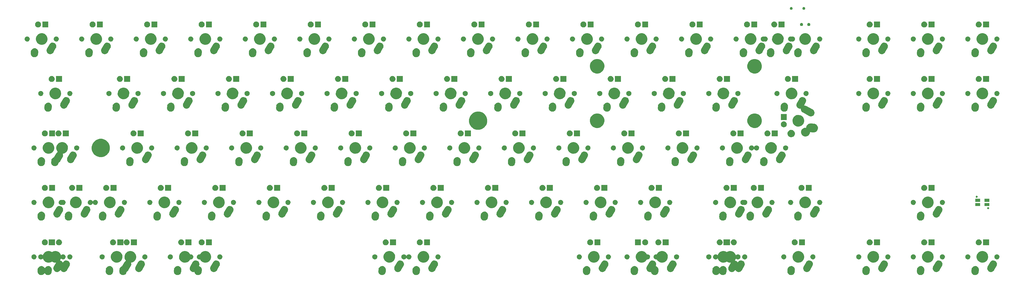
<source format=gts>
G04 #@! TF.FileFunction,Soldermask,Top*
%FSLAX46Y46*%
G04 Gerber Fmt 4.6, Leading zero omitted, Abs format (unit mm)*
G04 Created by KiCad (PCBNEW 4.0.5) date Sunday, March 05, 2017 'PMt' 02:31:47 PM*
%MOMM*%
%LPD*%
G01*
G04 APERTURE LIST*
%ADD10C,0.150000*%
G04 APERTURE END LIST*
D10*
G36*
X388369931Y-108024949D02*
X388369947Y-108024955D01*
X388369980Y-108024961D01*
X388604864Y-108115595D01*
X388817671Y-108250125D01*
X389000293Y-108423428D01*
X389145777Y-108628901D01*
X389248581Y-108858719D01*
X389304787Y-109104130D01*
X389312257Y-109355782D01*
X389312108Y-109357973D01*
X389312108Y-109357985D01*
X389296917Y-109580803D01*
X389271769Y-109949694D01*
X389270418Y-109967655D01*
X389225402Y-110215361D01*
X389133132Y-110449607D01*
X388997118Y-110661469D01*
X388822546Y-110842879D01*
X388616061Y-110986925D01*
X388385531Y-111088121D01*
X388139734Y-111142613D01*
X388139694Y-111142614D01*
X388139685Y-111142616D01*
X387888032Y-111148327D01*
X387640069Y-111105051D01*
X387640057Y-111105047D01*
X387640020Y-111105040D01*
X387405136Y-111014405D01*
X387192329Y-110879875D01*
X387009706Y-110706573D01*
X386864223Y-110501099D01*
X386761419Y-110271281D01*
X386705213Y-110025871D01*
X386697743Y-109774218D01*
X386697892Y-109772027D01*
X386697892Y-109772015D01*
X386726719Y-109349178D01*
X386738231Y-109180307D01*
X386739582Y-109162346D01*
X386784598Y-108914639D01*
X386876868Y-108680393D01*
X387012882Y-108468531D01*
X387187454Y-108287122D01*
X387393939Y-108143076D01*
X387624469Y-108041880D01*
X387870266Y-107987387D01*
X387870306Y-107987386D01*
X387870315Y-107987384D01*
X388121968Y-107981673D01*
X388369931Y-108024949D01*
X388369931Y-108024949D01*
G37*
G36*
X369319931Y-108024949D02*
X369319947Y-108024955D01*
X369319980Y-108024961D01*
X369554864Y-108115595D01*
X369767671Y-108250125D01*
X369950293Y-108423428D01*
X370095777Y-108628901D01*
X370198581Y-108858719D01*
X370254787Y-109104130D01*
X370262257Y-109355782D01*
X370262108Y-109357973D01*
X370262108Y-109357985D01*
X370246917Y-109580803D01*
X370221769Y-109949694D01*
X370220418Y-109967655D01*
X370175402Y-110215361D01*
X370083132Y-110449607D01*
X369947118Y-110661469D01*
X369772546Y-110842879D01*
X369566061Y-110986925D01*
X369335531Y-111088121D01*
X369089734Y-111142613D01*
X369089694Y-111142614D01*
X369089685Y-111142616D01*
X368838032Y-111148327D01*
X368590069Y-111105051D01*
X368590057Y-111105047D01*
X368590020Y-111105040D01*
X368355136Y-111014405D01*
X368142329Y-110879875D01*
X367959706Y-110706573D01*
X367814223Y-110501099D01*
X367711419Y-110271281D01*
X367655213Y-110025871D01*
X367647743Y-109774218D01*
X367647892Y-109772027D01*
X367647892Y-109772015D01*
X367676719Y-109349178D01*
X367688231Y-109180307D01*
X367689582Y-109162346D01*
X367734598Y-108914639D01*
X367826868Y-108680393D01*
X367962882Y-108468531D01*
X368137454Y-108287122D01*
X368343939Y-108143076D01*
X368574469Y-108041880D01*
X368820266Y-107987387D01*
X368820306Y-107987386D01*
X368820315Y-107987384D01*
X369071968Y-107981673D01*
X369319931Y-108024949D01*
X369319931Y-108024949D01*
G37*
G36*
X343126181Y-108024949D02*
X343126197Y-108024955D01*
X343126230Y-108024961D01*
X343361114Y-108115595D01*
X343573921Y-108250125D01*
X343756543Y-108423428D01*
X343902027Y-108628901D01*
X344004831Y-108858719D01*
X344061037Y-109104130D01*
X344068507Y-109355782D01*
X344068358Y-109357973D01*
X344068358Y-109357985D01*
X344053167Y-109580803D01*
X344028019Y-109949694D01*
X344026668Y-109967655D01*
X343981652Y-110215361D01*
X343889382Y-110449607D01*
X343753368Y-110661469D01*
X343578796Y-110842879D01*
X343372311Y-110986925D01*
X343141781Y-111088121D01*
X342895984Y-111142613D01*
X342895944Y-111142614D01*
X342895935Y-111142616D01*
X342644282Y-111148327D01*
X342396319Y-111105051D01*
X342396307Y-111105047D01*
X342396270Y-111105040D01*
X342161386Y-111014405D01*
X341948579Y-110879875D01*
X341765956Y-110706573D01*
X341620473Y-110501099D01*
X341517669Y-110271281D01*
X341461463Y-110025871D01*
X341453993Y-109774218D01*
X341454142Y-109772027D01*
X341454142Y-109772015D01*
X341482969Y-109349178D01*
X341494481Y-109180307D01*
X341495832Y-109162346D01*
X341540848Y-108914639D01*
X341633118Y-108680393D01*
X341769132Y-108468531D01*
X341943704Y-108287122D01*
X342150189Y-108143076D01*
X342380719Y-108041880D01*
X342626516Y-107987387D01*
X342626556Y-107987386D01*
X342626565Y-107987384D01*
X342878218Y-107981673D01*
X343126181Y-108024949D01*
X343126181Y-108024949D01*
G37*
G36*
X407419931Y-108024949D02*
X407419947Y-108024955D01*
X407419980Y-108024961D01*
X407654864Y-108115595D01*
X407867671Y-108250125D01*
X408050293Y-108423428D01*
X408195777Y-108628901D01*
X408298581Y-108858719D01*
X408354787Y-109104130D01*
X408362257Y-109355782D01*
X408362108Y-109357973D01*
X408362108Y-109357985D01*
X408346917Y-109580803D01*
X408321769Y-109949694D01*
X408320418Y-109967655D01*
X408275402Y-110215361D01*
X408183132Y-110449607D01*
X408047118Y-110661469D01*
X407872546Y-110842879D01*
X407666061Y-110986925D01*
X407435531Y-111088121D01*
X407189734Y-111142613D01*
X407189694Y-111142614D01*
X407189685Y-111142616D01*
X406938032Y-111148327D01*
X406690069Y-111105051D01*
X406690057Y-111105047D01*
X406690020Y-111105040D01*
X406455136Y-111014405D01*
X406242329Y-110879875D01*
X406059706Y-110706573D01*
X405914223Y-110501099D01*
X405811419Y-110271281D01*
X405755213Y-110025871D01*
X405747743Y-109774218D01*
X405747892Y-109772027D01*
X405747892Y-109772015D01*
X405776719Y-109349178D01*
X405788231Y-109180307D01*
X405789582Y-109162346D01*
X405834598Y-108914639D01*
X405926868Y-108680393D01*
X406062882Y-108468531D01*
X406237454Y-108287122D01*
X406443939Y-108143076D01*
X406674469Y-108041880D01*
X406920266Y-107987387D01*
X406920306Y-107987386D01*
X406920315Y-107987384D01*
X407171968Y-107981673D01*
X407419931Y-108024949D01*
X407419931Y-108024949D01*
G37*
G36*
X319313681Y-108024949D02*
X319313697Y-108024955D01*
X319313730Y-108024961D01*
X319548614Y-108115595D01*
X319761421Y-108250125D01*
X319944043Y-108423428D01*
X320089527Y-108628901D01*
X320192331Y-108858719D01*
X320248537Y-109104130D01*
X320256007Y-109355782D01*
X320255858Y-109357973D01*
X320255858Y-109357985D01*
X320240667Y-109580803D01*
X320215519Y-109949694D01*
X320214168Y-109967655D01*
X320169152Y-110215361D01*
X320076882Y-110449607D01*
X319940868Y-110661469D01*
X319766296Y-110842879D01*
X319559811Y-110986925D01*
X319329281Y-111088121D01*
X319083484Y-111142613D01*
X319083444Y-111142614D01*
X319083435Y-111142616D01*
X318831782Y-111148327D01*
X318583819Y-111105051D01*
X318583807Y-111105047D01*
X318583770Y-111105040D01*
X318348886Y-111014405D01*
X318136079Y-110879875D01*
X317953456Y-110706573D01*
X317807973Y-110501099D01*
X317785517Y-110450899D01*
X317778493Y-110439740D01*
X317767977Y-110430392D01*
X317755274Y-110424344D01*
X317741388Y-110422075D01*
X317727420Y-110423764D01*
X317714476Y-110429277D01*
X317703580Y-110438178D01*
X317698669Y-110446014D01*
X317698048Y-110445616D01*
X317695864Y-110449018D01*
X317695632Y-110449607D01*
X317559618Y-110661469D01*
X317385046Y-110842879D01*
X317178561Y-110986925D01*
X316948031Y-111088121D01*
X316702234Y-111142613D01*
X316702194Y-111142614D01*
X316702185Y-111142616D01*
X316450532Y-111148327D01*
X316202569Y-111105051D01*
X316202557Y-111105047D01*
X316202520Y-111105040D01*
X315967636Y-111014405D01*
X315754829Y-110879875D01*
X315572206Y-110706573D01*
X315426723Y-110501099D01*
X315323919Y-110271281D01*
X315267713Y-110025871D01*
X315260243Y-109774218D01*
X315260392Y-109772027D01*
X315260392Y-109772015D01*
X315289219Y-109349178D01*
X315300731Y-109180307D01*
X315302082Y-109162346D01*
X315347098Y-108914639D01*
X315439368Y-108680393D01*
X315575382Y-108468531D01*
X315749954Y-108287122D01*
X315956439Y-108143076D01*
X316186969Y-108041880D01*
X316432766Y-107987387D01*
X316432806Y-107987386D01*
X316432815Y-107987384D01*
X316684468Y-107981673D01*
X316932431Y-108024949D01*
X316932447Y-108024955D01*
X316932480Y-108024961D01*
X317167364Y-108115595D01*
X317380171Y-108250125D01*
X317562793Y-108423428D01*
X317708277Y-108628901D01*
X317730733Y-108679101D01*
X317737757Y-108690260D01*
X317748273Y-108699607D01*
X317760976Y-108705656D01*
X317774861Y-108707925D01*
X317788829Y-108706236D01*
X317801774Y-108700723D01*
X317812670Y-108691822D01*
X317817581Y-108683986D01*
X317818202Y-108684384D01*
X317820386Y-108680982D01*
X317820618Y-108680393D01*
X317956632Y-108468531D01*
X318131204Y-108287122D01*
X318337689Y-108143076D01*
X318568219Y-108041880D01*
X318814016Y-107987387D01*
X318814056Y-107987386D01*
X318814065Y-107987384D01*
X319065718Y-107981673D01*
X319313681Y-108024949D01*
X319313681Y-108024949D01*
G37*
G36*
X294486274Y-106025812D02*
X294731928Y-106080946D01*
X294731958Y-106080959D01*
X294731970Y-106080962D01*
X294962189Y-106182741D01*
X295168259Y-106327300D01*
X295168268Y-106327310D01*
X295168300Y-106327332D01*
X295342397Y-106509197D01*
X295477855Y-106721415D01*
X295569513Y-106955901D01*
X295613880Y-107203724D01*
X295609266Y-107455446D01*
X295555848Y-107701478D01*
X295455659Y-107932448D01*
X295446971Y-107948090D01*
X295441940Y-107961223D01*
X295440766Y-107975243D01*
X295443545Y-107989036D01*
X295450056Y-108001508D01*
X295459785Y-108011672D01*
X295471960Y-108018724D01*
X295482087Y-108021618D01*
X295501185Y-108024951D01*
X295501195Y-108024955D01*
X295501230Y-108024961D01*
X295736114Y-108115595D01*
X295948921Y-108250125D01*
X296131543Y-108423428D01*
X296277027Y-108628901D01*
X296379831Y-108858719D01*
X296436037Y-109104130D01*
X296443507Y-109355782D01*
X296443358Y-109357973D01*
X296443358Y-109357985D01*
X296428167Y-109580803D01*
X296403019Y-109949694D01*
X296401668Y-109967655D01*
X296356652Y-110215361D01*
X296264382Y-110449607D01*
X296128368Y-110661469D01*
X295953796Y-110842879D01*
X295747311Y-110986925D01*
X295516781Y-111088121D01*
X295270984Y-111142613D01*
X295270944Y-111142614D01*
X295270935Y-111142616D01*
X295019282Y-111148327D01*
X294771319Y-111105051D01*
X294771307Y-111105047D01*
X294771270Y-111105040D01*
X294536386Y-111014405D01*
X294323579Y-110879875D01*
X294140956Y-110706573D01*
X293995473Y-110501099D01*
X293892669Y-110271281D01*
X293847664Y-110074779D01*
X293843053Y-110062757D01*
X293834553Y-110051545D01*
X293823267Y-110043145D01*
X293810086Y-110038221D01*
X293791153Y-110037784D01*
X293600408Y-110070560D01*
X293348725Y-110064189D01*
X293103072Y-110009054D01*
X293103042Y-110009041D01*
X293103030Y-110009038D01*
X292872811Y-109907259D01*
X292666741Y-109762700D01*
X292666732Y-109762690D01*
X292666700Y-109762668D01*
X292492603Y-109580803D01*
X292357145Y-109368586D01*
X292265487Y-109134100D01*
X292221120Y-108886276D01*
X292225733Y-108634555D01*
X292279152Y-108388523D01*
X292379341Y-108157553D01*
X293200233Y-106679669D01*
X293200240Y-106679656D01*
X293200277Y-106679590D01*
X293208093Y-106665747D01*
X293208098Y-106665740D01*
X293209089Y-106663985D01*
X293355110Y-106458893D01*
X293538185Y-106286068D01*
X293751344Y-106152096D01*
X293986464Y-106062076D01*
X294234591Y-106019440D01*
X294486274Y-106025812D01*
X294486274Y-106025812D01*
G37*
G36*
X288357431Y-108024949D02*
X288357447Y-108024955D01*
X288357480Y-108024961D01*
X288592364Y-108115595D01*
X288805171Y-108250125D01*
X288987793Y-108423428D01*
X289133277Y-108628901D01*
X289236081Y-108858719D01*
X289292287Y-109104130D01*
X289299757Y-109355782D01*
X289299608Y-109357973D01*
X289299608Y-109357985D01*
X289284417Y-109580803D01*
X289259269Y-109949694D01*
X289257918Y-109967655D01*
X289212902Y-110215361D01*
X289120632Y-110449607D01*
X288984618Y-110661469D01*
X288810046Y-110842879D01*
X288603561Y-110986925D01*
X288373031Y-111088121D01*
X288127234Y-111142613D01*
X288127194Y-111142614D01*
X288127185Y-111142616D01*
X287875532Y-111148327D01*
X287627569Y-111105051D01*
X287627557Y-111105047D01*
X287627520Y-111105040D01*
X287392636Y-111014405D01*
X287179829Y-110879875D01*
X286997206Y-110706573D01*
X286851723Y-110501099D01*
X286748919Y-110271281D01*
X286692713Y-110025871D01*
X286685243Y-109774218D01*
X286685392Y-109772027D01*
X286685392Y-109772015D01*
X286714219Y-109349178D01*
X286725731Y-109180307D01*
X286727082Y-109162346D01*
X286772098Y-108914639D01*
X286864368Y-108680393D01*
X287000382Y-108468531D01*
X287174954Y-108287122D01*
X287381439Y-108143076D01*
X287611969Y-108041880D01*
X287857766Y-107987387D01*
X287857806Y-107987386D01*
X287857815Y-107987384D01*
X288109468Y-107981673D01*
X288357431Y-108024949D01*
X288357431Y-108024949D01*
G37*
G36*
X271688681Y-108024949D02*
X271688697Y-108024955D01*
X271688730Y-108024961D01*
X271923614Y-108115595D01*
X272136421Y-108250125D01*
X272319043Y-108423428D01*
X272464527Y-108628901D01*
X272567331Y-108858719D01*
X272623537Y-109104130D01*
X272631007Y-109355782D01*
X272630858Y-109357973D01*
X272630858Y-109357985D01*
X272615667Y-109580803D01*
X272590519Y-109949694D01*
X272589168Y-109967655D01*
X272544152Y-110215361D01*
X272451882Y-110449607D01*
X272315868Y-110661469D01*
X272141296Y-110842879D01*
X271934811Y-110986925D01*
X271704281Y-111088121D01*
X271458484Y-111142613D01*
X271458444Y-111142614D01*
X271458435Y-111142616D01*
X271206782Y-111148327D01*
X270958819Y-111105051D01*
X270958807Y-111105047D01*
X270958770Y-111105040D01*
X270723886Y-111014405D01*
X270511079Y-110879875D01*
X270328456Y-110706573D01*
X270182973Y-110501099D01*
X270080169Y-110271281D01*
X270023963Y-110025871D01*
X270016493Y-109774218D01*
X270016642Y-109772027D01*
X270016642Y-109772015D01*
X270045469Y-109349178D01*
X270056981Y-109180307D01*
X270058332Y-109162346D01*
X270103348Y-108914639D01*
X270195618Y-108680393D01*
X270331632Y-108468531D01*
X270506204Y-108287122D01*
X270712689Y-108143076D01*
X270943219Y-108041880D01*
X271189016Y-107987387D01*
X271189056Y-107987386D01*
X271189065Y-107987384D01*
X271440718Y-107981673D01*
X271688681Y-108024949D01*
X271688681Y-108024949D01*
G37*
G36*
X212157431Y-108024949D02*
X212157447Y-108024955D01*
X212157480Y-108024961D01*
X212392364Y-108115595D01*
X212605171Y-108250125D01*
X212787793Y-108423428D01*
X212933277Y-108628901D01*
X213036081Y-108858719D01*
X213092287Y-109104130D01*
X213099757Y-109355782D01*
X213099608Y-109357973D01*
X213099608Y-109357985D01*
X213084417Y-109580803D01*
X213059269Y-109949694D01*
X213057918Y-109967655D01*
X213012902Y-110215361D01*
X212920632Y-110449607D01*
X212784618Y-110661469D01*
X212610046Y-110842879D01*
X212403561Y-110986925D01*
X212173031Y-111088121D01*
X211927234Y-111142613D01*
X211927194Y-111142614D01*
X211927185Y-111142616D01*
X211675532Y-111148327D01*
X211427569Y-111105051D01*
X211427557Y-111105047D01*
X211427520Y-111105040D01*
X211192636Y-111014405D01*
X210979829Y-110879875D01*
X210797206Y-110706573D01*
X210651723Y-110501099D01*
X210548919Y-110271281D01*
X210492713Y-110025871D01*
X210485243Y-109774218D01*
X210485392Y-109772027D01*
X210485392Y-109772015D01*
X210514219Y-109349178D01*
X210525731Y-109180307D01*
X210527082Y-109162346D01*
X210572098Y-108914639D01*
X210664368Y-108680393D01*
X210800382Y-108468531D01*
X210974954Y-108287122D01*
X211181439Y-108143076D01*
X211411969Y-108041880D01*
X211657766Y-107987387D01*
X211657806Y-107987386D01*
X211657815Y-107987384D01*
X211909468Y-107981673D01*
X212157431Y-108024949D01*
X212157431Y-108024949D01*
G37*
G36*
X200251181Y-108024949D02*
X200251197Y-108024955D01*
X200251230Y-108024961D01*
X200486114Y-108115595D01*
X200698921Y-108250125D01*
X200881543Y-108423428D01*
X201027027Y-108628901D01*
X201129831Y-108858719D01*
X201186037Y-109104130D01*
X201193507Y-109355782D01*
X201193358Y-109357973D01*
X201193358Y-109357985D01*
X201178167Y-109580803D01*
X201153019Y-109949694D01*
X201151668Y-109967655D01*
X201106652Y-110215361D01*
X201014382Y-110449607D01*
X200878368Y-110661469D01*
X200703796Y-110842879D01*
X200497311Y-110986925D01*
X200266781Y-111088121D01*
X200020984Y-111142613D01*
X200020944Y-111142614D01*
X200020935Y-111142616D01*
X199769282Y-111148327D01*
X199521319Y-111105051D01*
X199521307Y-111105047D01*
X199521270Y-111105040D01*
X199286386Y-111014405D01*
X199073579Y-110879875D01*
X198890956Y-110706573D01*
X198745473Y-110501099D01*
X198642669Y-110271281D01*
X198586463Y-110025871D01*
X198578993Y-109774218D01*
X198579142Y-109772027D01*
X198579142Y-109772015D01*
X198607969Y-109349178D01*
X198619481Y-109180307D01*
X198620832Y-109162346D01*
X198665848Y-108914639D01*
X198758118Y-108680393D01*
X198894132Y-108468531D01*
X199068704Y-108287122D01*
X199275189Y-108143076D01*
X199505719Y-108041880D01*
X199751516Y-107987387D01*
X199751556Y-107987386D01*
X199751565Y-107987384D01*
X200003218Y-107981673D01*
X200251181Y-108024949D01*
X200251181Y-108024949D01*
G37*
G36*
X134942524Y-106025812D02*
X135188178Y-106080946D01*
X135188208Y-106080959D01*
X135188220Y-106080962D01*
X135418439Y-106182741D01*
X135624509Y-106327300D01*
X135624518Y-106327310D01*
X135624550Y-106327332D01*
X135798647Y-106509197D01*
X135934105Y-106721415D01*
X136025763Y-106955901D01*
X136070130Y-107203724D01*
X136065516Y-107455446D01*
X136012098Y-107701478D01*
X135911909Y-107932448D01*
X135903221Y-107948090D01*
X135898190Y-107961223D01*
X135897016Y-107975243D01*
X135899795Y-107989036D01*
X135906306Y-108001508D01*
X135916035Y-108011672D01*
X135928210Y-108018724D01*
X135938337Y-108021618D01*
X135957435Y-108024951D01*
X135957445Y-108024955D01*
X135957480Y-108024961D01*
X136192364Y-108115595D01*
X136405171Y-108250125D01*
X136587793Y-108423428D01*
X136733277Y-108628901D01*
X136836081Y-108858719D01*
X136892287Y-109104130D01*
X136899757Y-109355782D01*
X136899608Y-109357973D01*
X136899608Y-109357985D01*
X136884417Y-109580803D01*
X136859269Y-109949694D01*
X136857918Y-109967655D01*
X136812902Y-110215361D01*
X136720632Y-110449607D01*
X136584618Y-110661469D01*
X136410046Y-110842879D01*
X136203561Y-110986925D01*
X135973031Y-111088121D01*
X135727234Y-111142613D01*
X135727194Y-111142614D01*
X135727185Y-111142616D01*
X135475532Y-111148327D01*
X135227569Y-111105051D01*
X135227557Y-111105047D01*
X135227520Y-111105040D01*
X134992636Y-111014405D01*
X134779829Y-110879875D01*
X134597206Y-110706573D01*
X134451723Y-110501099D01*
X134348919Y-110271281D01*
X134303914Y-110074779D01*
X134299303Y-110062757D01*
X134290803Y-110051545D01*
X134279517Y-110043145D01*
X134266336Y-110038221D01*
X134247403Y-110037784D01*
X134056658Y-110070560D01*
X133804975Y-110064189D01*
X133559322Y-110009054D01*
X133559292Y-110009041D01*
X133559280Y-110009038D01*
X133329061Y-109907259D01*
X133122991Y-109762700D01*
X133122982Y-109762690D01*
X133122950Y-109762668D01*
X132948853Y-109580803D01*
X132813395Y-109368586D01*
X132721737Y-109134100D01*
X132677370Y-108886276D01*
X132681983Y-108634555D01*
X132735402Y-108388523D01*
X132835591Y-108157553D01*
X133656483Y-106679669D01*
X133656490Y-106679656D01*
X133656527Y-106679590D01*
X133664343Y-106665747D01*
X133664348Y-106665740D01*
X133665339Y-106663985D01*
X133811360Y-106458893D01*
X133994435Y-106286068D01*
X134207594Y-106152096D01*
X134442714Y-106062076D01*
X134690841Y-106019440D01*
X134942524Y-106025812D01*
X134942524Y-106025812D01*
G37*
G36*
X128813681Y-108024949D02*
X128813697Y-108024955D01*
X128813730Y-108024961D01*
X129048614Y-108115595D01*
X129261421Y-108250125D01*
X129444043Y-108423428D01*
X129589527Y-108628901D01*
X129692331Y-108858719D01*
X129748537Y-109104130D01*
X129756007Y-109355782D01*
X129755858Y-109357973D01*
X129755858Y-109357985D01*
X129740667Y-109580803D01*
X129715519Y-109949694D01*
X129714168Y-109967655D01*
X129669152Y-110215361D01*
X129576882Y-110449607D01*
X129440868Y-110661469D01*
X129266296Y-110842879D01*
X129059811Y-110986925D01*
X128829281Y-111088121D01*
X128583484Y-111142613D01*
X128583444Y-111142614D01*
X128583435Y-111142616D01*
X128331782Y-111148327D01*
X128083819Y-111105051D01*
X128083807Y-111105047D01*
X128083770Y-111105040D01*
X127848886Y-111014405D01*
X127636079Y-110879875D01*
X127453456Y-110706573D01*
X127307973Y-110501099D01*
X127205169Y-110271281D01*
X127148963Y-110025871D01*
X127141493Y-109774218D01*
X127141642Y-109772027D01*
X127141642Y-109772015D01*
X127170469Y-109349178D01*
X127181981Y-109180307D01*
X127183332Y-109162346D01*
X127228348Y-108914639D01*
X127320618Y-108680393D01*
X127456632Y-108468531D01*
X127631204Y-108287122D01*
X127837689Y-108143076D01*
X128068219Y-108041880D01*
X128314016Y-107987387D01*
X128314056Y-107987386D01*
X128314065Y-107987384D01*
X128565718Y-107981673D01*
X128813681Y-108024949D01*
X128813681Y-108024949D01*
G37*
G36*
X112132379Y-102742448D02*
X112523104Y-102822653D01*
X112890804Y-102977219D01*
X113221483Y-103200265D01*
X113502542Y-103483293D01*
X113723274Y-103815519D01*
X113875270Y-104184290D01*
X113952676Y-104575222D01*
X113952676Y-104575231D01*
X113952742Y-104575565D01*
X113946380Y-105031149D01*
X113946304Y-105031483D01*
X113946304Y-105031495D01*
X113858015Y-105420105D01*
X113695779Y-105784492D01*
X113465859Y-106110426D01*
X113177004Y-106385498D01*
X112840231Y-106599220D01*
X112468354Y-106743463D01*
X112212080Y-106788650D01*
X112198705Y-106793018D01*
X112187078Y-106800939D01*
X112178117Y-106811786D01*
X112172533Y-106824701D01*
X112170768Y-106838659D01*
X112174136Y-106855804D01*
X112213263Y-106955901D01*
X112257630Y-107203724D01*
X112253016Y-107455446D01*
X112199598Y-107701478D01*
X112099409Y-107932448D01*
X111306331Y-109360256D01*
X111278473Y-109410410D01*
X111270657Y-109424253D01*
X111270652Y-109424260D01*
X111269661Y-109426015D01*
X111123640Y-109631108D01*
X110940564Y-109803932D01*
X110727406Y-109937904D01*
X110690811Y-109951915D01*
X110679020Y-109958461D01*
X110669108Y-109968447D01*
X110662371Y-109980799D01*
X110660634Y-109987101D01*
X110619152Y-110215361D01*
X110526882Y-110449607D01*
X110390868Y-110661469D01*
X110216296Y-110842879D01*
X110009811Y-110986925D01*
X109779281Y-111088121D01*
X109533484Y-111142613D01*
X109533444Y-111142614D01*
X109533435Y-111142616D01*
X109281782Y-111148327D01*
X109033819Y-111105051D01*
X109033807Y-111105047D01*
X109033770Y-111105040D01*
X108798886Y-111014405D01*
X108586079Y-110879875D01*
X108403456Y-110706573D01*
X108257973Y-110501099D01*
X108155169Y-110271281D01*
X108098963Y-110025871D01*
X108091493Y-109774218D01*
X108091642Y-109772027D01*
X108091642Y-109772015D01*
X108120469Y-109349178D01*
X108131981Y-109180307D01*
X108133332Y-109162346D01*
X108178348Y-108914639D01*
X108270618Y-108680393D01*
X108406632Y-108468531D01*
X108581204Y-108287122D01*
X108787689Y-108143076D01*
X109018219Y-108041880D01*
X109075131Y-108029263D01*
X109088253Y-108024333D01*
X109099524Y-108015912D01*
X109107964Y-108004753D01*
X109843983Y-106679669D01*
X109843990Y-106679656D01*
X109844027Y-106679590D01*
X109851843Y-106665747D01*
X109851848Y-106665740D01*
X109852839Y-106663985D01*
X109998860Y-106458893D01*
X110181935Y-106286068D01*
X110359828Y-106174261D01*
X110369911Y-106165728D01*
X110377694Y-106154008D01*
X110381904Y-106140582D01*
X110382207Y-106126516D01*
X110378579Y-106112922D01*
X110368531Y-106097751D01*
X110317076Y-106044468D01*
X110101008Y-105709196D01*
X109954174Y-105338335D01*
X109882169Y-104946013D01*
X109887739Y-104547184D01*
X109970667Y-104157034D01*
X110127800Y-103790417D01*
X110353148Y-103461304D01*
X110638131Y-103182228D01*
X110971890Y-102963822D01*
X111341715Y-102814403D01*
X111733516Y-102739663D01*
X112132379Y-102742448D01*
X112132379Y-102742448D01*
G37*
G36*
X105001181Y-108024949D02*
X105001197Y-108024955D01*
X105001230Y-108024961D01*
X105236114Y-108115595D01*
X105448921Y-108250125D01*
X105631543Y-108423428D01*
X105777027Y-108628901D01*
X105879831Y-108858719D01*
X105936037Y-109104130D01*
X105943507Y-109355782D01*
X105943358Y-109357973D01*
X105943358Y-109357985D01*
X105928167Y-109580803D01*
X105903019Y-109949694D01*
X105901668Y-109967655D01*
X105856652Y-110215361D01*
X105764382Y-110449607D01*
X105628368Y-110661469D01*
X105453796Y-110842879D01*
X105247311Y-110986925D01*
X105016781Y-111088121D01*
X104770984Y-111142613D01*
X104770944Y-111142614D01*
X104770935Y-111142616D01*
X104519282Y-111148327D01*
X104271319Y-111105051D01*
X104271307Y-111105047D01*
X104271270Y-111105040D01*
X104036386Y-111014405D01*
X103823579Y-110879875D01*
X103640956Y-110706573D01*
X103495473Y-110501099D01*
X103392669Y-110271281D01*
X103336463Y-110025871D01*
X103328993Y-109774218D01*
X103329142Y-109772027D01*
X103329142Y-109772015D01*
X103357969Y-109349178D01*
X103369481Y-109180307D01*
X103370832Y-109162346D01*
X103415848Y-108914639D01*
X103508118Y-108680393D01*
X103644132Y-108468531D01*
X103818704Y-108287122D01*
X104025189Y-108143076D01*
X104255719Y-108041880D01*
X104501516Y-107987387D01*
X104501556Y-107987386D01*
X104501565Y-107987384D01*
X104753218Y-107981673D01*
X105001181Y-108024949D01*
X105001181Y-108024949D01*
G37*
G36*
X83569931Y-108024949D02*
X83569947Y-108024955D01*
X83569980Y-108024961D01*
X83804864Y-108115595D01*
X84017671Y-108250125D01*
X84200293Y-108423428D01*
X84345777Y-108628901D01*
X84448581Y-108858719D01*
X84504787Y-109104130D01*
X84512257Y-109355782D01*
X84512108Y-109357973D01*
X84512108Y-109357985D01*
X84496917Y-109580803D01*
X84471769Y-109949694D01*
X84470418Y-109967655D01*
X84425402Y-110215361D01*
X84333132Y-110449607D01*
X84197118Y-110661469D01*
X84022546Y-110842879D01*
X83816061Y-110986925D01*
X83585531Y-111088121D01*
X83339734Y-111142613D01*
X83339694Y-111142614D01*
X83339685Y-111142616D01*
X83088032Y-111148327D01*
X82840069Y-111105051D01*
X82840057Y-111105047D01*
X82840020Y-111105040D01*
X82605136Y-111014405D01*
X82392329Y-110879875D01*
X82209706Y-110706573D01*
X82064223Y-110501099D01*
X82041767Y-110450899D01*
X82034743Y-110439740D01*
X82024227Y-110430392D01*
X82011524Y-110424344D01*
X81997638Y-110422075D01*
X81983670Y-110423764D01*
X81970726Y-110429277D01*
X81959830Y-110438178D01*
X81954919Y-110446014D01*
X81954298Y-110445616D01*
X81952114Y-110449018D01*
X81951882Y-110449607D01*
X81815868Y-110661469D01*
X81641296Y-110842879D01*
X81434811Y-110986925D01*
X81204281Y-111088121D01*
X80958484Y-111142613D01*
X80958444Y-111142614D01*
X80958435Y-111142616D01*
X80706782Y-111148327D01*
X80458819Y-111105051D01*
X80458807Y-111105047D01*
X80458770Y-111105040D01*
X80223886Y-111014405D01*
X80011079Y-110879875D01*
X79828456Y-110706573D01*
X79682973Y-110501099D01*
X79580169Y-110271281D01*
X79523963Y-110025871D01*
X79516493Y-109774218D01*
X79516642Y-109772027D01*
X79516642Y-109772015D01*
X79545469Y-109349178D01*
X79556981Y-109180307D01*
X79558332Y-109162346D01*
X79603348Y-108914639D01*
X79695618Y-108680393D01*
X79831632Y-108468531D01*
X80006204Y-108287122D01*
X80212689Y-108143076D01*
X80443219Y-108041880D01*
X80689016Y-107987387D01*
X80689056Y-107987386D01*
X80689065Y-107987384D01*
X80940718Y-107981673D01*
X81188681Y-108024949D01*
X81188697Y-108024955D01*
X81188730Y-108024961D01*
X81423614Y-108115595D01*
X81636421Y-108250125D01*
X81819043Y-108423428D01*
X81964527Y-108628901D01*
X81986983Y-108679101D01*
X81994007Y-108690260D01*
X82004523Y-108699607D01*
X82017226Y-108705656D01*
X82031111Y-108707925D01*
X82045079Y-108706236D01*
X82058024Y-108700723D01*
X82068920Y-108691822D01*
X82073831Y-108683986D01*
X82074452Y-108684384D01*
X82076636Y-108680982D01*
X82076868Y-108680393D01*
X82212882Y-108468531D01*
X82387454Y-108287122D01*
X82593939Y-108143076D01*
X82824469Y-108041880D01*
X83070266Y-107987387D01*
X83070306Y-107987386D01*
X83070315Y-107987384D01*
X83321968Y-107981673D01*
X83569931Y-108024949D01*
X83569931Y-108024949D01*
G37*
G36*
X277817524Y-106025812D02*
X278063178Y-106080946D01*
X278063208Y-106080959D01*
X278063220Y-106080962D01*
X278293439Y-106182741D01*
X278499509Y-106327300D01*
X278499518Y-106327310D01*
X278499550Y-106327332D01*
X278673647Y-106509197D01*
X278809105Y-106721415D01*
X278900763Y-106955901D01*
X278945130Y-107203724D01*
X278940516Y-107455446D01*
X278887098Y-107701478D01*
X278786909Y-107932448D01*
X277993831Y-109360256D01*
X277965973Y-109410410D01*
X277958157Y-109424253D01*
X277958152Y-109424260D01*
X277957161Y-109426015D01*
X277811140Y-109631108D01*
X277628064Y-109803932D01*
X277414906Y-109937904D01*
X277179786Y-110027924D01*
X276931658Y-110070560D01*
X276679975Y-110064189D01*
X276434322Y-110009054D01*
X276434292Y-110009041D01*
X276434280Y-110009038D01*
X276204061Y-109907259D01*
X275997991Y-109762700D01*
X275997982Y-109762690D01*
X275997950Y-109762668D01*
X275823853Y-109580803D01*
X275688395Y-109368586D01*
X275596737Y-109134100D01*
X275552370Y-108886276D01*
X275556983Y-108634555D01*
X275610402Y-108388523D01*
X275710591Y-108157553D01*
X276531483Y-106679669D01*
X276531490Y-106679656D01*
X276531527Y-106679590D01*
X276539343Y-106665747D01*
X276539348Y-106665740D01*
X276540339Y-106663985D01*
X276686360Y-106458893D01*
X276869435Y-106286068D01*
X277082594Y-106152096D01*
X277317714Y-106062076D01*
X277565841Y-106019440D01*
X277817524Y-106025812D01*
X277817524Y-106025812D01*
G37*
G36*
X218286274Y-106025812D02*
X218531928Y-106080946D01*
X218531958Y-106080959D01*
X218531970Y-106080962D01*
X218762189Y-106182741D01*
X218968259Y-106327300D01*
X218968268Y-106327310D01*
X218968300Y-106327332D01*
X219142397Y-106509197D01*
X219277855Y-106721415D01*
X219369513Y-106955901D01*
X219413880Y-107203724D01*
X219409266Y-107455446D01*
X219355848Y-107701478D01*
X219255659Y-107932448D01*
X218462581Y-109360256D01*
X218434723Y-109410410D01*
X218426907Y-109424253D01*
X218426902Y-109424260D01*
X218425911Y-109426015D01*
X218279890Y-109631108D01*
X218096814Y-109803932D01*
X217883656Y-109937904D01*
X217648536Y-110027924D01*
X217400408Y-110070560D01*
X217148725Y-110064189D01*
X216903072Y-110009054D01*
X216903042Y-110009041D01*
X216903030Y-110009038D01*
X216672811Y-109907259D01*
X216466741Y-109762700D01*
X216466732Y-109762690D01*
X216466700Y-109762668D01*
X216292603Y-109580803D01*
X216157145Y-109368586D01*
X216065487Y-109134100D01*
X216021120Y-108886276D01*
X216025733Y-108634555D01*
X216079152Y-108388523D01*
X216179341Y-108157553D01*
X217000233Y-106679669D01*
X217000240Y-106679656D01*
X217000277Y-106679590D01*
X217008093Y-106665747D01*
X217008098Y-106665740D01*
X217009089Y-106663985D01*
X217155110Y-106458893D01*
X217338185Y-106286068D01*
X217551344Y-106152096D01*
X217786464Y-106062076D01*
X218034591Y-106019440D01*
X218286274Y-106025812D01*
X218286274Y-106025812D01*
G37*
G36*
X301630024Y-106025812D02*
X301875678Y-106080946D01*
X301875708Y-106080959D01*
X301875720Y-106080962D01*
X302105939Y-106182741D01*
X302312009Y-106327300D01*
X302312018Y-106327310D01*
X302312050Y-106327332D01*
X302486147Y-106509197D01*
X302621605Y-106721415D01*
X302713263Y-106955901D01*
X302757630Y-107203724D01*
X302753016Y-107455446D01*
X302699598Y-107701478D01*
X302599409Y-107932448D01*
X301806331Y-109360256D01*
X301778473Y-109410410D01*
X301770657Y-109424253D01*
X301770652Y-109424260D01*
X301769661Y-109426015D01*
X301623640Y-109631108D01*
X301440564Y-109803932D01*
X301227406Y-109937904D01*
X300992286Y-110027924D01*
X300744158Y-110070560D01*
X300492475Y-110064189D01*
X300246822Y-110009054D01*
X300246792Y-110009041D01*
X300246780Y-110009038D01*
X300016561Y-109907259D01*
X299810491Y-109762700D01*
X299810482Y-109762690D01*
X299810450Y-109762668D01*
X299636353Y-109580803D01*
X299500895Y-109368586D01*
X299409237Y-109134100D01*
X299364870Y-108886276D01*
X299369483Y-108634555D01*
X299422902Y-108388523D01*
X299523091Y-108157553D01*
X300343983Y-106679669D01*
X300343990Y-106679656D01*
X300344027Y-106679590D01*
X300351843Y-106665747D01*
X300351848Y-106665740D01*
X300352839Y-106663985D01*
X300498860Y-106458893D01*
X300681935Y-106286068D01*
X300895094Y-106152096D01*
X301130214Y-106062076D01*
X301378341Y-106019440D01*
X301630024Y-106025812D01*
X301630024Y-106025812D01*
G37*
G36*
X206380024Y-106025812D02*
X206625678Y-106080946D01*
X206625708Y-106080959D01*
X206625720Y-106080962D01*
X206855939Y-106182741D01*
X207062009Y-106327300D01*
X207062018Y-106327310D01*
X207062050Y-106327332D01*
X207236147Y-106509197D01*
X207371605Y-106721415D01*
X207463263Y-106955901D01*
X207507630Y-107203724D01*
X207503016Y-107455446D01*
X207449598Y-107701478D01*
X207349409Y-107932448D01*
X206556331Y-109360256D01*
X206528473Y-109410410D01*
X206520657Y-109424253D01*
X206520652Y-109424260D01*
X206519661Y-109426015D01*
X206373640Y-109631108D01*
X206190564Y-109803932D01*
X205977406Y-109937904D01*
X205742286Y-110027924D01*
X205494158Y-110070560D01*
X205242475Y-110064189D01*
X204996822Y-110009054D01*
X204996792Y-110009041D01*
X204996780Y-110009038D01*
X204766561Y-109907259D01*
X204560491Y-109762700D01*
X204560482Y-109762690D01*
X204560450Y-109762668D01*
X204386353Y-109580803D01*
X204250895Y-109368586D01*
X204159237Y-109134100D01*
X204114870Y-108886276D01*
X204119483Y-108634555D01*
X204172902Y-108388523D01*
X204273091Y-108157553D01*
X205093983Y-106679669D01*
X205093990Y-106679656D01*
X205094027Y-106679590D01*
X205101843Y-106665747D01*
X205101848Y-106665740D01*
X205102839Y-106663985D01*
X205248860Y-106458893D01*
X205431935Y-106286068D01*
X205645094Y-106152096D01*
X205880214Y-106062076D01*
X206128341Y-106019440D01*
X206380024Y-106025812D01*
X206380024Y-106025812D01*
G37*
G36*
X321682379Y-102742448D02*
X322073104Y-102822653D01*
X322440804Y-102977219D01*
X322771483Y-103200265D01*
X323052542Y-103483293D01*
X323273274Y-103815519D01*
X323417741Y-104166024D01*
X323424879Y-104178148D01*
X323435113Y-104187803D01*
X323447631Y-104194226D01*
X323461443Y-104196906D01*
X323475455Y-104195633D01*
X323488557Y-104190506D01*
X323498951Y-104182694D01*
X323606554Y-104077321D01*
X323752749Y-103981654D01*
X323914743Y-103916204D01*
X324086361Y-103883466D01*
X324261075Y-103884686D01*
X324432225Y-103919818D01*
X324593286Y-103987522D01*
X324738133Y-104085222D01*
X324861245Y-104209198D01*
X324957933Y-104354723D01*
X325024508Y-104516250D01*
X325058378Y-104687298D01*
X325058378Y-104687313D01*
X325058443Y-104687642D01*
X325055657Y-104887200D01*
X325055581Y-104887534D01*
X325055581Y-104887545D01*
X325016951Y-105057574D01*
X324945888Y-105217185D01*
X324845177Y-105359953D01*
X324718648Y-105480444D01*
X324571135Y-105574058D01*
X324408241Y-105637241D01*
X324236182Y-105667580D01*
X324061505Y-105663921D01*
X323890860Y-105626402D01*
X323730758Y-105556455D01*
X323587292Y-105456743D01*
X323499658Y-105365995D01*
X323488558Y-105357350D01*
X323475488Y-105352140D01*
X323461485Y-105350777D01*
X323447656Y-105353369D01*
X323435097Y-105359711D01*
X323424802Y-105369301D01*
X323417586Y-105381379D01*
X323414934Y-105389650D01*
X323408014Y-105420106D01*
X323245779Y-105784492D01*
X323116768Y-105967377D01*
X323110356Y-105979901D01*
X323107687Y-105993715D01*
X323108972Y-106007726D01*
X323114109Y-106020824D01*
X323122693Y-106031972D01*
X323134042Y-106040288D01*
X323146636Y-106044970D01*
X323306928Y-106080946D01*
X323306958Y-106080959D01*
X323306970Y-106080962D01*
X323537189Y-106182741D01*
X323743259Y-106327300D01*
X323743268Y-106327310D01*
X323743300Y-106327332D01*
X323917397Y-106509197D01*
X324050842Y-106718262D01*
X324059887Y-106728800D01*
X324071662Y-106736501D01*
X324085116Y-106740617D01*
X324099184Y-106740822D01*
X324112752Y-106737099D01*
X324124746Y-106729744D01*
X324136580Y-106715501D01*
X324156527Y-106679590D01*
X324164343Y-106665747D01*
X324164348Y-106665740D01*
X324165339Y-106663985D01*
X324311360Y-106458893D01*
X324494435Y-106286068D01*
X324707594Y-106152096D01*
X324942714Y-106062076D01*
X325190841Y-106019440D01*
X325442524Y-106025812D01*
X325688178Y-106080946D01*
X325688208Y-106080959D01*
X325688220Y-106080962D01*
X325918439Y-106182741D01*
X326124509Y-106327300D01*
X326124518Y-106327310D01*
X326124550Y-106327332D01*
X326298647Y-106509197D01*
X326434105Y-106721415D01*
X326525763Y-106955901D01*
X326570130Y-107203724D01*
X326565516Y-107455446D01*
X326512098Y-107701478D01*
X326411909Y-107932448D01*
X325618831Y-109360256D01*
X325590973Y-109410410D01*
X325583157Y-109424253D01*
X325583152Y-109424260D01*
X325582161Y-109426015D01*
X325436140Y-109631108D01*
X325253064Y-109803932D01*
X325039906Y-109937904D01*
X324804786Y-110027924D01*
X324556658Y-110070560D01*
X324304975Y-110064189D01*
X324059322Y-110009054D01*
X324059292Y-110009041D01*
X324059280Y-110009038D01*
X323829061Y-109907259D01*
X323622991Y-109762700D01*
X323622982Y-109762690D01*
X323622950Y-109762668D01*
X323448853Y-109580803D01*
X323315405Y-109371735D01*
X323306363Y-109361200D01*
X323294588Y-109353499D01*
X323281134Y-109349383D01*
X323267066Y-109349178D01*
X323253498Y-109352901D01*
X323241504Y-109360256D01*
X323229670Y-109374499D01*
X323209723Y-109410410D01*
X323201907Y-109424253D01*
X323201902Y-109424260D01*
X323200911Y-109426015D01*
X323054890Y-109631108D01*
X322871814Y-109803932D01*
X322658656Y-109937904D01*
X322423536Y-110027924D01*
X322175408Y-110070560D01*
X321923725Y-110064189D01*
X321678072Y-110009054D01*
X321678042Y-110009041D01*
X321678030Y-110009038D01*
X321447811Y-109907259D01*
X321241741Y-109762700D01*
X321241732Y-109762690D01*
X321241700Y-109762668D01*
X321067603Y-109580803D01*
X320932145Y-109368586D01*
X320840487Y-109134100D01*
X320796120Y-108886276D01*
X320800733Y-108634555D01*
X320854152Y-108388523D01*
X320954341Y-108157553D01*
X321660170Y-106886821D01*
X321665202Y-106873685D01*
X321666376Y-106859665D01*
X321663597Y-106845872D01*
X321657086Y-106833400D01*
X321647358Y-106823235D01*
X321635183Y-106816183D01*
X321617506Y-106812556D01*
X321226765Y-106804372D01*
X320837195Y-106718719D01*
X320471687Y-106559032D01*
X320308347Y-106445508D01*
X320295779Y-106439183D01*
X320281946Y-106436611D01*
X320267945Y-106437994D01*
X320253020Y-106444349D01*
X320008981Y-106599220D01*
X319637104Y-106743463D01*
X319244297Y-106812724D01*
X318845515Y-106804372D01*
X318455945Y-106718719D01*
X318090437Y-106559032D01*
X317762907Y-106331393D01*
X317485826Y-106044468D01*
X317269758Y-105709196D01*
X317140959Y-105383886D01*
X317133990Y-105371663D01*
X317123893Y-105361866D01*
X317111465Y-105355269D01*
X317097692Y-105352396D01*
X317083664Y-105353474D01*
X317070491Y-105358417D01*
X317059989Y-105366083D01*
X316939898Y-105480444D01*
X316792385Y-105574058D01*
X316629491Y-105637241D01*
X316457432Y-105667580D01*
X316282755Y-105663921D01*
X316112110Y-105626402D01*
X315952008Y-105556455D01*
X315808542Y-105456743D01*
X315687173Y-105331062D01*
X315592528Y-105184203D01*
X315528211Y-105021758D01*
X315496671Y-104849907D01*
X315499111Y-104675210D01*
X315535435Y-104504315D01*
X315604265Y-104343725D01*
X315702973Y-104199565D01*
X315827804Y-104077321D01*
X315973999Y-103981654D01*
X316135993Y-103916204D01*
X316307611Y-103883466D01*
X316482325Y-103884686D01*
X316653475Y-103919818D01*
X316814536Y-103987522D01*
X316959383Y-104085222D01*
X317055089Y-104181599D01*
X317066309Y-104190088D01*
X317079450Y-104195115D01*
X317093471Y-104196283D01*
X317107262Y-104193498D01*
X317119732Y-104186981D01*
X317129892Y-104177248D01*
X317136938Y-104165070D01*
X317139329Y-104157241D01*
X317296550Y-103790417D01*
X317521898Y-103461304D01*
X317806881Y-103182228D01*
X318140640Y-102963822D01*
X318510465Y-102814403D01*
X318902266Y-102739663D01*
X319301129Y-102742448D01*
X319691854Y-102822653D01*
X320059554Y-102977219D01*
X320249599Y-103105406D01*
X320262254Y-103111554D01*
X320276121Y-103113933D01*
X320290102Y-103112355D01*
X320304937Y-103105792D01*
X320521890Y-102963822D01*
X320891715Y-102814403D01*
X321283516Y-102739663D01*
X321682379Y-102742448D01*
X321682379Y-102742448D01*
G37*
G36*
X142086274Y-106025812D02*
X142331928Y-106080946D01*
X142331958Y-106080959D01*
X142331970Y-106080962D01*
X142562189Y-106182741D01*
X142768259Y-106327300D01*
X142768268Y-106327310D01*
X142768300Y-106327332D01*
X142942397Y-106509197D01*
X143077855Y-106721415D01*
X143169513Y-106955901D01*
X143213880Y-107203724D01*
X143209266Y-107455446D01*
X143155848Y-107701478D01*
X143055659Y-107932448D01*
X142262581Y-109360256D01*
X142234723Y-109410410D01*
X142226907Y-109424253D01*
X142226902Y-109424260D01*
X142225911Y-109426015D01*
X142079890Y-109631108D01*
X141896814Y-109803932D01*
X141683656Y-109937904D01*
X141448536Y-110027924D01*
X141200408Y-110070560D01*
X140948725Y-110064189D01*
X140703072Y-110009054D01*
X140703042Y-110009041D01*
X140703030Y-110009038D01*
X140472811Y-109907259D01*
X140266741Y-109762700D01*
X140266732Y-109762690D01*
X140266700Y-109762668D01*
X140092603Y-109580803D01*
X139957145Y-109368586D01*
X139865487Y-109134100D01*
X139821120Y-108886276D01*
X139825733Y-108634555D01*
X139879152Y-108388523D01*
X139979341Y-108157553D01*
X140800233Y-106679669D01*
X140800240Y-106679656D01*
X140800277Y-106679590D01*
X140808093Y-106665747D01*
X140808098Y-106665740D01*
X140809089Y-106663985D01*
X140955110Y-106458893D01*
X141138185Y-106286068D01*
X141351344Y-106152096D01*
X141586464Y-106062076D01*
X141834591Y-106019440D01*
X142086274Y-106025812D01*
X142086274Y-106025812D01*
G37*
G36*
X115892524Y-106025812D02*
X116138178Y-106080946D01*
X116138208Y-106080959D01*
X116138220Y-106080962D01*
X116368439Y-106182741D01*
X116574509Y-106327300D01*
X116574518Y-106327310D01*
X116574550Y-106327332D01*
X116748647Y-106509197D01*
X116884105Y-106721415D01*
X116975763Y-106955901D01*
X117020130Y-107203724D01*
X117015516Y-107455446D01*
X116962098Y-107701478D01*
X116861909Y-107932448D01*
X116068831Y-109360256D01*
X116040973Y-109410410D01*
X116033157Y-109424253D01*
X116033152Y-109424260D01*
X116032161Y-109426015D01*
X115886140Y-109631108D01*
X115703064Y-109803932D01*
X115489906Y-109937904D01*
X115254786Y-110027924D01*
X115006658Y-110070560D01*
X114754975Y-110064189D01*
X114509322Y-110009054D01*
X114509292Y-110009041D01*
X114509280Y-110009038D01*
X114279061Y-109907259D01*
X114072991Y-109762700D01*
X114072982Y-109762690D01*
X114072950Y-109762668D01*
X113898853Y-109580803D01*
X113763395Y-109368586D01*
X113671737Y-109134100D01*
X113627370Y-108886276D01*
X113631983Y-108634555D01*
X113685402Y-108388523D01*
X113785591Y-108157553D01*
X114606483Y-106679669D01*
X114606490Y-106679656D01*
X114606527Y-106679590D01*
X114614343Y-106665747D01*
X114614348Y-106665740D01*
X114615339Y-106663985D01*
X114761360Y-106458893D01*
X114944435Y-106286068D01*
X115157594Y-106152096D01*
X115392714Y-106062076D01*
X115640841Y-106019440D01*
X115892524Y-106025812D01*
X115892524Y-106025812D01*
G37*
G36*
X85938629Y-102742448D02*
X86329354Y-102822653D01*
X86697054Y-102977219D01*
X87027733Y-103200265D01*
X87308792Y-103483293D01*
X87529524Y-103815519D01*
X87673991Y-104166024D01*
X87681129Y-104178148D01*
X87691363Y-104187803D01*
X87703881Y-104194226D01*
X87717693Y-104196906D01*
X87731705Y-104195633D01*
X87744807Y-104190506D01*
X87755201Y-104182694D01*
X87862804Y-104077321D01*
X88008999Y-103981654D01*
X88170993Y-103916204D01*
X88342611Y-103883466D01*
X88517325Y-103884686D01*
X88688475Y-103919818D01*
X88849536Y-103987522D01*
X88994383Y-104085222D01*
X89117495Y-104209198D01*
X89214183Y-104354723D01*
X89280758Y-104516250D01*
X89314628Y-104687298D01*
X89314628Y-104687313D01*
X89314693Y-104687642D01*
X89311907Y-104887200D01*
X89311831Y-104887534D01*
X89311831Y-104887545D01*
X89273201Y-105057574D01*
X89202138Y-105217185D01*
X89101427Y-105359953D01*
X88974898Y-105480444D01*
X88827385Y-105574058D01*
X88664491Y-105637241D01*
X88492432Y-105667580D01*
X88317755Y-105663921D01*
X88147110Y-105626402D01*
X87987008Y-105556455D01*
X87843542Y-105456743D01*
X87755908Y-105365995D01*
X87744808Y-105357350D01*
X87731738Y-105352140D01*
X87717735Y-105350777D01*
X87703906Y-105353369D01*
X87691347Y-105359711D01*
X87681052Y-105369301D01*
X87673836Y-105381379D01*
X87671184Y-105389650D01*
X87664264Y-105420106D01*
X87502029Y-105784492D01*
X87373018Y-105967377D01*
X87366606Y-105979901D01*
X87363937Y-105993715D01*
X87365222Y-106007726D01*
X87370359Y-106020824D01*
X87378943Y-106031972D01*
X87390292Y-106040288D01*
X87402886Y-106044970D01*
X87563178Y-106080946D01*
X87563208Y-106080959D01*
X87563220Y-106080962D01*
X87793439Y-106182741D01*
X87999509Y-106327300D01*
X87999518Y-106327310D01*
X87999550Y-106327332D01*
X88173647Y-106509197D01*
X88307092Y-106718262D01*
X88316137Y-106728800D01*
X88327912Y-106736501D01*
X88341366Y-106740617D01*
X88355434Y-106740822D01*
X88369002Y-106737099D01*
X88380996Y-106729744D01*
X88392830Y-106715501D01*
X88412777Y-106679590D01*
X88420593Y-106665747D01*
X88420598Y-106665740D01*
X88421589Y-106663985D01*
X88567610Y-106458893D01*
X88750685Y-106286068D01*
X88963844Y-106152096D01*
X89198964Y-106062076D01*
X89447091Y-106019440D01*
X89698774Y-106025812D01*
X89944428Y-106080946D01*
X89944458Y-106080959D01*
X89944470Y-106080962D01*
X90174689Y-106182741D01*
X90380759Y-106327300D01*
X90380768Y-106327310D01*
X90380800Y-106327332D01*
X90554897Y-106509197D01*
X90690355Y-106721415D01*
X90782013Y-106955901D01*
X90826380Y-107203724D01*
X90821766Y-107455446D01*
X90768348Y-107701478D01*
X90668159Y-107932448D01*
X89875081Y-109360256D01*
X89847223Y-109410410D01*
X89839407Y-109424253D01*
X89839402Y-109424260D01*
X89838411Y-109426015D01*
X89692390Y-109631108D01*
X89509314Y-109803932D01*
X89296156Y-109937904D01*
X89061036Y-110027924D01*
X88812908Y-110070560D01*
X88561225Y-110064189D01*
X88315572Y-110009054D01*
X88315542Y-110009041D01*
X88315530Y-110009038D01*
X88085311Y-109907259D01*
X87879241Y-109762700D01*
X87879232Y-109762690D01*
X87879200Y-109762668D01*
X87705103Y-109580803D01*
X87571655Y-109371735D01*
X87562613Y-109361200D01*
X87550838Y-109353499D01*
X87537384Y-109349383D01*
X87523316Y-109349178D01*
X87509748Y-109352901D01*
X87497754Y-109360256D01*
X87485920Y-109374499D01*
X87465973Y-109410410D01*
X87458157Y-109424253D01*
X87458152Y-109424260D01*
X87457161Y-109426015D01*
X87311140Y-109631108D01*
X87128064Y-109803932D01*
X86914906Y-109937904D01*
X86679786Y-110027924D01*
X86431658Y-110070560D01*
X86179975Y-110064189D01*
X85934322Y-110009054D01*
X85934292Y-110009041D01*
X85934280Y-110009038D01*
X85704061Y-109907259D01*
X85497991Y-109762700D01*
X85497982Y-109762690D01*
X85497950Y-109762668D01*
X85323853Y-109580803D01*
X85188395Y-109368586D01*
X85096737Y-109134100D01*
X85052370Y-108886276D01*
X85056983Y-108634555D01*
X85110402Y-108388523D01*
X85210591Y-108157553D01*
X85916420Y-106886821D01*
X85921452Y-106873685D01*
X85922626Y-106859665D01*
X85919847Y-106845872D01*
X85913336Y-106833400D01*
X85903608Y-106823235D01*
X85891433Y-106816183D01*
X85873756Y-106812556D01*
X85483015Y-106804372D01*
X85093445Y-106718719D01*
X84727937Y-106559032D01*
X84564597Y-106445508D01*
X84552029Y-106439183D01*
X84538196Y-106436611D01*
X84524195Y-106437994D01*
X84509270Y-106444349D01*
X84265231Y-106599220D01*
X83893354Y-106743463D01*
X83500547Y-106812724D01*
X83101765Y-106804372D01*
X82712195Y-106718719D01*
X82346687Y-106559032D01*
X82019157Y-106331393D01*
X81742076Y-106044468D01*
X81526008Y-105709196D01*
X81397209Y-105383886D01*
X81390240Y-105371663D01*
X81380143Y-105361866D01*
X81367715Y-105355269D01*
X81353942Y-105352396D01*
X81339914Y-105353474D01*
X81326741Y-105358417D01*
X81316239Y-105366083D01*
X81196148Y-105480444D01*
X81048635Y-105574058D01*
X80885741Y-105637241D01*
X80713682Y-105667580D01*
X80539005Y-105663921D01*
X80368360Y-105626402D01*
X80208258Y-105556455D01*
X80064792Y-105456743D01*
X79943423Y-105331062D01*
X79848778Y-105184203D01*
X79784461Y-105021758D01*
X79752921Y-104849907D01*
X79755361Y-104675210D01*
X79791685Y-104504315D01*
X79860515Y-104343725D01*
X79959223Y-104199565D01*
X80084054Y-104077321D01*
X80230249Y-103981654D01*
X80392243Y-103916204D01*
X80563861Y-103883466D01*
X80738575Y-103884686D01*
X80909725Y-103919818D01*
X81070786Y-103987522D01*
X81215633Y-104085222D01*
X81311339Y-104181599D01*
X81322559Y-104190088D01*
X81335700Y-104195115D01*
X81349721Y-104196283D01*
X81363512Y-104193498D01*
X81375982Y-104186981D01*
X81386142Y-104177248D01*
X81393188Y-104165070D01*
X81395579Y-104157241D01*
X81552800Y-103790417D01*
X81778148Y-103461304D01*
X82063131Y-103182228D01*
X82396890Y-102963822D01*
X82766715Y-102814403D01*
X83158516Y-102739663D01*
X83557379Y-102742448D01*
X83948104Y-102822653D01*
X84315804Y-102977219D01*
X84505849Y-103105406D01*
X84518504Y-103111554D01*
X84532371Y-103113933D01*
X84546352Y-103112355D01*
X84561187Y-103105792D01*
X84778140Y-102963822D01*
X85147965Y-102814403D01*
X85539766Y-102739663D01*
X85938629Y-102742448D01*
X85938629Y-102742448D01*
G37*
G36*
X349255024Y-106025812D02*
X349500678Y-106080946D01*
X349500708Y-106080959D01*
X349500720Y-106080962D01*
X349730939Y-106182741D01*
X349937009Y-106327300D01*
X349937018Y-106327310D01*
X349937050Y-106327332D01*
X350111147Y-106509197D01*
X350246605Y-106721415D01*
X350338263Y-106955901D01*
X350382630Y-107203724D01*
X350378016Y-107455446D01*
X350324598Y-107701478D01*
X350224409Y-107932448D01*
X349431331Y-109360256D01*
X349403473Y-109410410D01*
X349395657Y-109424253D01*
X349395652Y-109424260D01*
X349394661Y-109426015D01*
X349248640Y-109631108D01*
X349065564Y-109803932D01*
X348852406Y-109937904D01*
X348617286Y-110027924D01*
X348369158Y-110070560D01*
X348117475Y-110064189D01*
X347871822Y-110009054D01*
X347871792Y-110009041D01*
X347871780Y-110009038D01*
X347641561Y-109907259D01*
X347435491Y-109762700D01*
X347435482Y-109762690D01*
X347435450Y-109762668D01*
X347261353Y-109580803D01*
X347125895Y-109368586D01*
X347034237Y-109134100D01*
X346989870Y-108886276D01*
X346994483Y-108634555D01*
X347047902Y-108388523D01*
X347148091Y-108157553D01*
X347968983Y-106679669D01*
X347968990Y-106679656D01*
X347969027Y-106679590D01*
X347976843Y-106665747D01*
X347976848Y-106665740D01*
X347977839Y-106663985D01*
X348123860Y-106458893D01*
X348306935Y-106286068D01*
X348520094Y-106152096D01*
X348755214Y-106062076D01*
X349003341Y-106019440D01*
X349255024Y-106025812D01*
X349255024Y-106025812D01*
G37*
G36*
X413548774Y-106025812D02*
X413794428Y-106080946D01*
X413794458Y-106080959D01*
X413794470Y-106080962D01*
X414024689Y-106182741D01*
X414230759Y-106327300D01*
X414230768Y-106327310D01*
X414230800Y-106327332D01*
X414404897Y-106509197D01*
X414540355Y-106721415D01*
X414632013Y-106955901D01*
X414676380Y-107203724D01*
X414671766Y-107455446D01*
X414618348Y-107701478D01*
X414518159Y-107932448D01*
X413725081Y-109360256D01*
X413697223Y-109410410D01*
X413689407Y-109424253D01*
X413689402Y-109424260D01*
X413688411Y-109426015D01*
X413542390Y-109631108D01*
X413359314Y-109803932D01*
X413146156Y-109937904D01*
X412911036Y-110027924D01*
X412662908Y-110070560D01*
X412411225Y-110064189D01*
X412165572Y-110009054D01*
X412165542Y-110009041D01*
X412165530Y-110009038D01*
X411935311Y-109907259D01*
X411729241Y-109762700D01*
X411729232Y-109762690D01*
X411729200Y-109762668D01*
X411555103Y-109580803D01*
X411419645Y-109368586D01*
X411327987Y-109134100D01*
X411283620Y-108886276D01*
X411288233Y-108634555D01*
X411341652Y-108388523D01*
X411441841Y-108157553D01*
X412262733Y-106679669D01*
X412262740Y-106679656D01*
X412262777Y-106679590D01*
X412270593Y-106665747D01*
X412270598Y-106665740D01*
X412271589Y-106663985D01*
X412417610Y-106458893D01*
X412600685Y-106286068D01*
X412813844Y-106152096D01*
X413048964Y-106062076D01*
X413297091Y-106019440D01*
X413548774Y-106025812D01*
X413548774Y-106025812D01*
G37*
G36*
X394498774Y-106025812D02*
X394744428Y-106080946D01*
X394744458Y-106080959D01*
X394744470Y-106080962D01*
X394974689Y-106182741D01*
X395180759Y-106327300D01*
X395180768Y-106327310D01*
X395180800Y-106327332D01*
X395354897Y-106509197D01*
X395490355Y-106721415D01*
X395582013Y-106955901D01*
X395626380Y-107203724D01*
X395621766Y-107455446D01*
X395568348Y-107701478D01*
X395468159Y-107932448D01*
X394675081Y-109360256D01*
X394647223Y-109410410D01*
X394639407Y-109424253D01*
X394639402Y-109424260D01*
X394638411Y-109426015D01*
X394492390Y-109631108D01*
X394309314Y-109803932D01*
X394096156Y-109937904D01*
X393861036Y-110027924D01*
X393612908Y-110070560D01*
X393361225Y-110064189D01*
X393115572Y-110009054D01*
X393115542Y-110009041D01*
X393115530Y-110009038D01*
X392885311Y-109907259D01*
X392679241Y-109762700D01*
X392679232Y-109762690D01*
X392679200Y-109762668D01*
X392505103Y-109580803D01*
X392369645Y-109368586D01*
X392277987Y-109134100D01*
X392233620Y-108886276D01*
X392238233Y-108634555D01*
X392291652Y-108388523D01*
X392391841Y-108157553D01*
X393212733Y-106679669D01*
X393212740Y-106679656D01*
X393212777Y-106679590D01*
X393220593Y-106665747D01*
X393220598Y-106665740D01*
X393221589Y-106663985D01*
X393367610Y-106458893D01*
X393550685Y-106286068D01*
X393763844Y-106152096D01*
X393998964Y-106062076D01*
X394247091Y-106019440D01*
X394498774Y-106025812D01*
X394498774Y-106025812D01*
G37*
G36*
X375448774Y-106025812D02*
X375694428Y-106080946D01*
X375694458Y-106080959D01*
X375694470Y-106080962D01*
X375924689Y-106182741D01*
X376130759Y-106327300D01*
X376130768Y-106327310D01*
X376130800Y-106327332D01*
X376304897Y-106509197D01*
X376440355Y-106721415D01*
X376532013Y-106955901D01*
X376576380Y-107203724D01*
X376571766Y-107455446D01*
X376518348Y-107701478D01*
X376418159Y-107932448D01*
X375625081Y-109360256D01*
X375597223Y-109410410D01*
X375589407Y-109424253D01*
X375589402Y-109424260D01*
X375588411Y-109426015D01*
X375442390Y-109631108D01*
X375259314Y-109803932D01*
X375046156Y-109937904D01*
X374811036Y-110027924D01*
X374562908Y-110070560D01*
X374311225Y-110064189D01*
X374065572Y-110009054D01*
X374065542Y-110009041D01*
X374065530Y-110009038D01*
X373835311Y-109907259D01*
X373629241Y-109762700D01*
X373629232Y-109762690D01*
X373629200Y-109762668D01*
X373455103Y-109580803D01*
X373319645Y-109368586D01*
X373227987Y-109134100D01*
X373183620Y-108886276D01*
X373188233Y-108634555D01*
X373241652Y-108388523D01*
X373341841Y-108157553D01*
X374162733Y-106679669D01*
X374162740Y-106679656D01*
X374162777Y-106679590D01*
X374170593Y-106665747D01*
X374170598Y-106665740D01*
X374171589Y-106663985D01*
X374317610Y-106458893D01*
X374500685Y-106286068D01*
X374713844Y-106152096D01*
X374948964Y-106062076D01*
X375197091Y-106019440D01*
X375448774Y-106025812D01*
X375448774Y-106025812D01*
G37*
G36*
X290726129Y-102742448D02*
X291116854Y-102822653D01*
X291484554Y-102977219D01*
X291815233Y-103200265D01*
X292096292Y-103483293D01*
X292317025Y-103815521D01*
X292340430Y-103872307D01*
X292347568Y-103884432D01*
X292357801Y-103894087D01*
X292370320Y-103900510D01*
X292384132Y-103903190D01*
X292396026Y-103902368D01*
X292495111Y-103883466D01*
X292669825Y-103884686D01*
X292840975Y-103919818D01*
X293002036Y-103987522D01*
X293146883Y-104085222D01*
X293269995Y-104209198D01*
X293366683Y-104354723D01*
X293433258Y-104516250D01*
X293467128Y-104687298D01*
X293467128Y-104687313D01*
X293467193Y-104687642D01*
X293464407Y-104887200D01*
X293464331Y-104887534D01*
X293464331Y-104887545D01*
X293425701Y-105057574D01*
X293354638Y-105217185D01*
X293253927Y-105359953D01*
X293127398Y-105480444D01*
X292979885Y-105574058D01*
X292816991Y-105637241D01*
X292644932Y-105667580D01*
X292470254Y-105663921D01*
X292394365Y-105647236D01*
X292380336Y-105646179D01*
X292366567Y-105649071D01*
X292354149Y-105655686D01*
X292344065Y-105665497D01*
X292337952Y-105675733D01*
X292289529Y-105784492D01*
X292059609Y-106110426D01*
X291770754Y-106385498D01*
X291433981Y-106599220D01*
X291062104Y-106743463D01*
X290669297Y-106812724D01*
X290270515Y-106804372D01*
X289880945Y-106718719D01*
X289515437Y-106559032D01*
X289187907Y-106331393D01*
X288910826Y-106044468D01*
X288694758Y-105709196D01*
X288547924Y-105338335D01*
X288475919Y-104946013D01*
X288481489Y-104547184D01*
X288564417Y-104157034D01*
X288721550Y-103790417D01*
X288946898Y-103461304D01*
X289231881Y-103182228D01*
X289565640Y-102963822D01*
X289935465Y-102814403D01*
X290327266Y-102739663D01*
X290726129Y-102742448D01*
X290726129Y-102742448D01*
G37*
G36*
X345494879Y-102742448D02*
X345885604Y-102822653D01*
X346253304Y-102977219D01*
X346583983Y-103200265D01*
X346865042Y-103483293D01*
X347085774Y-103815519D01*
X347237770Y-104184290D01*
X347315176Y-104575222D01*
X347315176Y-104575231D01*
X347315242Y-104575565D01*
X347308880Y-105031149D01*
X347308804Y-105031483D01*
X347308804Y-105031495D01*
X347220515Y-105420105D01*
X347058279Y-105784492D01*
X346828359Y-106110426D01*
X346539504Y-106385498D01*
X346202731Y-106599220D01*
X345830854Y-106743463D01*
X345438047Y-106812724D01*
X345039265Y-106804372D01*
X344649695Y-106718719D01*
X344284187Y-106559032D01*
X343956657Y-106331393D01*
X343679576Y-106044468D01*
X343463508Y-105709196D01*
X343316674Y-105338335D01*
X343244669Y-104946013D01*
X343250239Y-104547184D01*
X343333167Y-104157034D01*
X343490300Y-103790417D01*
X343715648Y-103461304D01*
X344000631Y-103182228D01*
X344334390Y-102963822D01*
X344704215Y-102814403D01*
X345096016Y-102739663D01*
X345494879Y-102742448D01*
X345494879Y-102742448D01*
G37*
G36*
X107369879Y-102742448D02*
X107760604Y-102822653D01*
X108128304Y-102977219D01*
X108458983Y-103200265D01*
X108740042Y-103483293D01*
X108960774Y-103815519D01*
X109112770Y-104184290D01*
X109190176Y-104575222D01*
X109190176Y-104575231D01*
X109190242Y-104575565D01*
X109183880Y-105031149D01*
X109183804Y-105031483D01*
X109183804Y-105031495D01*
X109095515Y-105420105D01*
X108933279Y-105784492D01*
X108703359Y-106110426D01*
X108414504Y-106385498D01*
X108077731Y-106599220D01*
X107705854Y-106743463D01*
X107313047Y-106812724D01*
X106914265Y-106804372D01*
X106524695Y-106718719D01*
X106159187Y-106559032D01*
X105831657Y-106331393D01*
X105554576Y-106044468D01*
X105338508Y-105709196D01*
X105191674Y-105338335D01*
X105119669Y-104946013D01*
X105125239Y-104547184D01*
X105208167Y-104157034D01*
X105365300Y-103790417D01*
X105590648Y-103461304D01*
X105875631Y-103182228D01*
X106209390Y-102963822D01*
X106579215Y-102814403D01*
X106971016Y-102739663D01*
X107369879Y-102742448D01*
X107369879Y-102742448D01*
G37*
G36*
X138326129Y-102742448D02*
X138716854Y-102822653D01*
X139084554Y-102977219D01*
X139415233Y-103200265D01*
X139696292Y-103483293D01*
X139917024Y-103815519D01*
X140069020Y-104184290D01*
X140146426Y-104575222D01*
X140146426Y-104575231D01*
X140146492Y-104575565D01*
X140140130Y-105031149D01*
X140140054Y-105031483D01*
X140140054Y-105031495D01*
X140051765Y-105420105D01*
X139889529Y-105784492D01*
X139659609Y-106110426D01*
X139370754Y-106385498D01*
X139033981Y-106599220D01*
X138662104Y-106743463D01*
X138269297Y-106812724D01*
X137870515Y-106804372D01*
X137480945Y-106718719D01*
X137115437Y-106559032D01*
X136787907Y-106331393D01*
X136510826Y-106044468D01*
X136294759Y-105709198D01*
X136282796Y-105678983D01*
X136275827Y-105666761D01*
X136265729Y-105656963D01*
X136253302Y-105650367D01*
X136239529Y-105647494D01*
X136227624Y-105648150D01*
X136117432Y-105667580D01*
X135942755Y-105663921D01*
X135772110Y-105626402D01*
X135612008Y-105556455D01*
X135468542Y-105456743D01*
X135347173Y-105331062D01*
X135252528Y-105184203D01*
X135188211Y-105021758D01*
X135156671Y-104849907D01*
X135159111Y-104675210D01*
X135195435Y-104504315D01*
X135264265Y-104343725D01*
X135362973Y-104199565D01*
X135487804Y-104077321D01*
X135633999Y-103981654D01*
X135795993Y-103916204D01*
X135967611Y-103883466D01*
X136142325Y-103884686D01*
X136229974Y-103902677D01*
X136244018Y-103903539D01*
X136257745Y-103900454D01*
X136270069Y-103893667D01*
X136280015Y-103883715D01*
X136285985Y-103873395D01*
X136321550Y-103790417D01*
X136546898Y-103461304D01*
X136831881Y-103182228D01*
X137165640Y-102963822D01*
X137535465Y-102814403D01*
X137927266Y-102739663D01*
X138326129Y-102742448D01*
X138326129Y-102742448D01*
G37*
G36*
X131182379Y-102742448D02*
X131573104Y-102822653D01*
X131940804Y-102977219D01*
X132271483Y-103200265D01*
X132552542Y-103483293D01*
X132773275Y-103815521D01*
X132796680Y-103872307D01*
X132803818Y-103884432D01*
X132814051Y-103894087D01*
X132826570Y-103900510D01*
X132840382Y-103903190D01*
X132852276Y-103902368D01*
X132951361Y-103883466D01*
X133126075Y-103884686D01*
X133297225Y-103919818D01*
X133458286Y-103987522D01*
X133603133Y-104085222D01*
X133726245Y-104209198D01*
X133822933Y-104354723D01*
X133889508Y-104516250D01*
X133923378Y-104687298D01*
X133923378Y-104687313D01*
X133923443Y-104687642D01*
X133920657Y-104887200D01*
X133920581Y-104887534D01*
X133920581Y-104887545D01*
X133881951Y-105057574D01*
X133810888Y-105217185D01*
X133710177Y-105359953D01*
X133583648Y-105480444D01*
X133436135Y-105574058D01*
X133273241Y-105637241D01*
X133101182Y-105667580D01*
X132926504Y-105663921D01*
X132850615Y-105647236D01*
X132836586Y-105646179D01*
X132822817Y-105649071D01*
X132810399Y-105655686D01*
X132800315Y-105665497D01*
X132794202Y-105675733D01*
X132745779Y-105784492D01*
X132515859Y-106110426D01*
X132227004Y-106385498D01*
X131890231Y-106599220D01*
X131518354Y-106743463D01*
X131125547Y-106812724D01*
X130726765Y-106804372D01*
X130337195Y-106718719D01*
X129971687Y-106559032D01*
X129644157Y-106331393D01*
X129367076Y-106044468D01*
X129151008Y-105709196D01*
X129004174Y-105338335D01*
X128932169Y-104946013D01*
X128937739Y-104547184D01*
X129020667Y-104157034D01*
X129177800Y-103790417D01*
X129403148Y-103461304D01*
X129688131Y-103182228D01*
X130021890Y-102963822D01*
X130391715Y-102814403D01*
X130783516Y-102739663D01*
X131182379Y-102742448D01*
X131182379Y-102742448D01*
G37*
G36*
X371688629Y-102742448D02*
X372079354Y-102822653D01*
X372447054Y-102977219D01*
X372777733Y-103200265D01*
X373058792Y-103483293D01*
X373279524Y-103815519D01*
X373431520Y-104184290D01*
X373508926Y-104575222D01*
X373508926Y-104575231D01*
X373508992Y-104575565D01*
X373502630Y-105031149D01*
X373502554Y-105031483D01*
X373502554Y-105031495D01*
X373414265Y-105420105D01*
X373252029Y-105784492D01*
X373022109Y-106110426D01*
X372733254Y-106385498D01*
X372396481Y-106599220D01*
X372024604Y-106743463D01*
X371631797Y-106812724D01*
X371233015Y-106804372D01*
X370843445Y-106718719D01*
X370477937Y-106559032D01*
X370150407Y-106331393D01*
X369873326Y-106044468D01*
X369657258Y-105709196D01*
X369510424Y-105338335D01*
X369438419Y-104946013D01*
X369443989Y-104547184D01*
X369526917Y-104157034D01*
X369684050Y-103790417D01*
X369909398Y-103461304D01*
X370194381Y-103182228D01*
X370528140Y-102963822D01*
X370897965Y-102814403D01*
X371289766Y-102739663D01*
X371688629Y-102742448D01*
X371688629Y-102742448D01*
G37*
G36*
X202619879Y-102742448D02*
X203010604Y-102822653D01*
X203378304Y-102977219D01*
X203708983Y-103200265D01*
X203990042Y-103483293D01*
X204210774Y-103815519D01*
X204362770Y-104184290D01*
X204440176Y-104575222D01*
X204440176Y-104575231D01*
X204440242Y-104575565D01*
X204433880Y-105031149D01*
X204433804Y-105031483D01*
X204433804Y-105031495D01*
X204345515Y-105420105D01*
X204183279Y-105784492D01*
X203953359Y-106110426D01*
X203664504Y-106385498D01*
X203327731Y-106599220D01*
X202955854Y-106743463D01*
X202563047Y-106812724D01*
X202164265Y-106804372D01*
X201774695Y-106718719D01*
X201409187Y-106559032D01*
X201081657Y-106331393D01*
X200804576Y-106044468D01*
X200588508Y-105709196D01*
X200441674Y-105338335D01*
X200369669Y-104946013D01*
X200375239Y-104547184D01*
X200458167Y-104157034D01*
X200615300Y-103790417D01*
X200840648Y-103461304D01*
X201125631Y-103182228D01*
X201459390Y-102963822D01*
X201829215Y-102814403D01*
X202221016Y-102739663D01*
X202619879Y-102742448D01*
X202619879Y-102742448D01*
G37*
G36*
X297869879Y-102742448D02*
X298260604Y-102822653D01*
X298628304Y-102977219D01*
X298958983Y-103200265D01*
X299240042Y-103483293D01*
X299460774Y-103815519D01*
X299612770Y-104184290D01*
X299690176Y-104575222D01*
X299690176Y-104575231D01*
X299690242Y-104575565D01*
X299683880Y-105031149D01*
X299683804Y-105031483D01*
X299683804Y-105031495D01*
X299595515Y-105420105D01*
X299433279Y-105784492D01*
X299203359Y-106110426D01*
X298914504Y-106385498D01*
X298577731Y-106599220D01*
X298205854Y-106743463D01*
X297813047Y-106812724D01*
X297414265Y-106804372D01*
X297024695Y-106718719D01*
X296659187Y-106559032D01*
X296331657Y-106331393D01*
X296054576Y-106044468D01*
X295838509Y-105709198D01*
X295826546Y-105678983D01*
X295819577Y-105666761D01*
X295809479Y-105656963D01*
X295797052Y-105650367D01*
X295783279Y-105647494D01*
X295771374Y-105648150D01*
X295661182Y-105667580D01*
X295486505Y-105663921D01*
X295315860Y-105626402D01*
X295155758Y-105556455D01*
X295012292Y-105456743D01*
X294890923Y-105331062D01*
X294796278Y-105184203D01*
X294731961Y-105021758D01*
X294700421Y-104849907D01*
X294702861Y-104675210D01*
X294739185Y-104504315D01*
X294808015Y-104343725D01*
X294906723Y-104199565D01*
X295031554Y-104077321D01*
X295177749Y-103981654D01*
X295339743Y-103916204D01*
X295511361Y-103883466D01*
X295686075Y-103884686D01*
X295773724Y-103902677D01*
X295787768Y-103903539D01*
X295801495Y-103900454D01*
X295813819Y-103893667D01*
X295823765Y-103883715D01*
X295829735Y-103873395D01*
X295865300Y-103790417D01*
X296090648Y-103461304D01*
X296375631Y-103182228D01*
X296709390Y-102963822D01*
X297079215Y-102814403D01*
X297471016Y-102739663D01*
X297869879Y-102742448D01*
X297869879Y-102742448D01*
G37*
G36*
X214526129Y-102742448D02*
X214916854Y-102822653D01*
X215284554Y-102977219D01*
X215615233Y-103200265D01*
X215896292Y-103483293D01*
X216117024Y-103815519D01*
X216269020Y-104184290D01*
X216346426Y-104575222D01*
X216346426Y-104575231D01*
X216346492Y-104575565D01*
X216340130Y-105031149D01*
X216340054Y-105031483D01*
X216340054Y-105031495D01*
X216251765Y-105420105D01*
X216089529Y-105784492D01*
X215859609Y-106110426D01*
X215570754Y-106385498D01*
X215233981Y-106599220D01*
X214862104Y-106743463D01*
X214469297Y-106812724D01*
X214070515Y-106804372D01*
X213680945Y-106718719D01*
X213315437Y-106559032D01*
X212987907Y-106331393D01*
X212710826Y-106044468D01*
X212494758Y-105709196D01*
X212347924Y-105338335D01*
X212275919Y-104946013D01*
X212281489Y-104547184D01*
X212364417Y-104157034D01*
X212521550Y-103790417D01*
X212746898Y-103461304D01*
X213031881Y-103182228D01*
X213365640Y-102963822D01*
X213735465Y-102814403D01*
X214127266Y-102739663D01*
X214526129Y-102742448D01*
X214526129Y-102742448D01*
G37*
G36*
X274057379Y-102742448D02*
X274448104Y-102822653D01*
X274815804Y-102977219D01*
X275146483Y-103200265D01*
X275427542Y-103483293D01*
X275648274Y-103815519D01*
X275800270Y-104184290D01*
X275877676Y-104575222D01*
X275877676Y-104575231D01*
X275877742Y-104575565D01*
X275871380Y-105031149D01*
X275871304Y-105031483D01*
X275871304Y-105031495D01*
X275783015Y-105420105D01*
X275620779Y-105784492D01*
X275390859Y-106110426D01*
X275102004Y-106385498D01*
X274765231Y-106599220D01*
X274393354Y-106743463D01*
X274000547Y-106812724D01*
X273601765Y-106804372D01*
X273212195Y-106718719D01*
X272846687Y-106559032D01*
X272519157Y-106331393D01*
X272242076Y-106044468D01*
X272026008Y-105709196D01*
X271879174Y-105338335D01*
X271807169Y-104946013D01*
X271812739Y-104547184D01*
X271895667Y-104157034D01*
X272052800Y-103790417D01*
X272278148Y-103461304D01*
X272563131Y-103182228D01*
X272896890Y-102963822D01*
X273266715Y-102814403D01*
X273658516Y-102739663D01*
X274057379Y-102742448D01*
X274057379Y-102742448D01*
G37*
G36*
X409788629Y-102742448D02*
X410179354Y-102822653D01*
X410547054Y-102977219D01*
X410877733Y-103200265D01*
X411158792Y-103483293D01*
X411379524Y-103815519D01*
X411531520Y-104184290D01*
X411608926Y-104575222D01*
X411608926Y-104575231D01*
X411608992Y-104575565D01*
X411602630Y-105031149D01*
X411602554Y-105031483D01*
X411602554Y-105031495D01*
X411514265Y-105420105D01*
X411352029Y-105784492D01*
X411122109Y-106110426D01*
X410833254Y-106385498D01*
X410496481Y-106599220D01*
X410124604Y-106743463D01*
X409731797Y-106812724D01*
X409333015Y-106804372D01*
X408943445Y-106718719D01*
X408577937Y-106559032D01*
X408250407Y-106331393D01*
X407973326Y-106044468D01*
X407757258Y-105709196D01*
X407610424Y-105338335D01*
X407538419Y-104946013D01*
X407543989Y-104547184D01*
X407626917Y-104157034D01*
X407784050Y-103790417D01*
X408009398Y-103461304D01*
X408294381Y-103182228D01*
X408628140Y-102963822D01*
X408997965Y-102814403D01*
X409389766Y-102739663D01*
X409788629Y-102742448D01*
X409788629Y-102742448D01*
G37*
G36*
X390738629Y-102742448D02*
X391129354Y-102822653D01*
X391497054Y-102977219D01*
X391827733Y-103200265D01*
X392108792Y-103483293D01*
X392329524Y-103815519D01*
X392481520Y-104184290D01*
X392558926Y-104575222D01*
X392558926Y-104575231D01*
X392558992Y-104575565D01*
X392552630Y-105031149D01*
X392552554Y-105031483D01*
X392552554Y-105031495D01*
X392464265Y-105420105D01*
X392302029Y-105784492D01*
X392072109Y-106110426D01*
X391783254Y-106385498D01*
X391446481Y-106599220D01*
X391074604Y-106743463D01*
X390681797Y-106812724D01*
X390283015Y-106804372D01*
X389893445Y-106718719D01*
X389527937Y-106559032D01*
X389200407Y-106331393D01*
X388923326Y-106044468D01*
X388707258Y-105709196D01*
X388560424Y-105338335D01*
X388488419Y-104946013D01*
X388493989Y-104547184D01*
X388576917Y-104157034D01*
X388734050Y-103790417D01*
X388959398Y-103461304D01*
X389244381Y-103182228D01*
X389578140Y-102963822D01*
X389947965Y-102814403D01*
X390339766Y-102739663D01*
X390738629Y-102742448D01*
X390738629Y-102742448D01*
G37*
G36*
X404588575Y-103884686D02*
X404759725Y-103919818D01*
X404920786Y-103987522D01*
X405065633Y-104085222D01*
X405188745Y-104209198D01*
X405285433Y-104354723D01*
X405352008Y-104516250D01*
X405385878Y-104687298D01*
X405385878Y-104687313D01*
X405385943Y-104687642D01*
X405383157Y-104887200D01*
X405383081Y-104887534D01*
X405383081Y-104887545D01*
X405344451Y-105057574D01*
X405273388Y-105217185D01*
X405172677Y-105359953D01*
X405046148Y-105480444D01*
X404898635Y-105574058D01*
X404735741Y-105637241D01*
X404563682Y-105667580D01*
X404389005Y-105663921D01*
X404218360Y-105626402D01*
X404058258Y-105556455D01*
X403914792Y-105456743D01*
X403793423Y-105331062D01*
X403698778Y-105184203D01*
X403634461Y-105021758D01*
X403602921Y-104849907D01*
X403605361Y-104675210D01*
X403641685Y-104504315D01*
X403710515Y-104343725D01*
X403809223Y-104199565D01*
X403934054Y-104077321D01*
X404080249Y-103981654D01*
X404242243Y-103916204D01*
X404413861Y-103883466D01*
X404588575Y-103884686D01*
X404588575Y-103884686D01*
G37*
G36*
X395698575Y-103884686D02*
X395869725Y-103919818D01*
X396030786Y-103987522D01*
X396175633Y-104085222D01*
X396298745Y-104209198D01*
X396395433Y-104354723D01*
X396462008Y-104516250D01*
X396495878Y-104687298D01*
X396495878Y-104687313D01*
X396495943Y-104687642D01*
X396493157Y-104887200D01*
X396493081Y-104887534D01*
X396493081Y-104887545D01*
X396454451Y-105057574D01*
X396383388Y-105217185D01*
X396282677Y-105359953D01*
X396156148Y-105480444D01*
X396008635Y-105574058D01*
X395845741Y-105637241D01*
X395673682Y-105667580D01*
X395499005Y-105663921D01*
X395328360Y-105626402D01*
X395168258Y-105556455D01*
X395024792Y-105456743D01*
X394903423Y-105331062D01*
X394808778Y-105184203D01*
X394744461Y-105021758D01*
X394712921Y-104849907D01*
X394715361Y-104675210D01*
X394751685Y-104504315D01*
X394820515Y-104343725D01*
X394919223Y-104199565D01*
X395044054Y-104077321D01*
X395190249Y-103981654D01*
X395352243Y-103916204D01*
X395523861Y-103883466D01*
X395698575Y-103884686D01*
X395698575Y-103884686D01*
G37*
G36*
X268857325Y-103884686D02*
X269028475Y-103919818D01*
X269189536Y-103987522D01*
X269334383Y-104085222D01*
X269457495Y-104209198D01*
X269554183Y-104354723D01*
X269620758Y-104516250D01*
X269654628Y-104687298D01*
X269654628Y-104687313D01*
X269654693Y-104687642D01*
X269651907Y-104887200D01*
X269651831Y-104887534D01*
X269651831Y-104887545D01*
X269613201Y-105057574D01*
X269542138Y-105217185D01*
X269441427Y-105359953D01*
X269314898Y-105480444D01*
X269167385Y-105574058D01*
X269004491Y-105637241D01*
X268832432Y-105667580D01*
X268657755Y-105663921D01*
X268487110Y-105626402D01*
X268327008Y-105556455D01*
X268183542Y-105456743D01*
X268062173Y-105331062D01*
X267967528Y-105184203D01*
X267903211Y-105021758D01*
X267871671Y-104849907D01*
X267874111Y-104675210D01*
X267910435Y-104504315D01*
X267979265Y-104343725D01*
X268077973Y-104199565D01*
X268202804Y-104077321D01*
X268348999Y-103981654D01*
X268510993Y-103916204D01*
X268682611Y-103883466D01*
X268857325Y-103884686D01*
X268857325Y-103884686D01*
G37*
G36*
X414748575Y-103884686D02*
X414919725Y-103919818D01*
X415080786Y-103987522D01*
X415225633Y-104085222D01*
X415348745Y-104209198D01*
X415445433Y-104354723D01*
X415512008Y-104516250D01*
X415545878Y-104687298D01*
X415545878Y-104687313D01*
X415545943Y-104687642D01*
X415543157Y-104887200D01*
X415543081Y-104887534D01*
X415543081Y-104887545D01*
X415504451Y-105057574D01*
X415433388Y-105217185D01*
X415332677Y-105359953D01*
X415206148Y-105480444D01*
X415058635Y-105574058D01*
X414895741Y-105637241D01*
X414723682Y-105667580D01*
X414549005Y-105663921D01*
X414378360Y-105626402D01*
X414218258Y-105556455D01*
X414074792Y-105456743D01*
X413953423Y-105331062D01*
X413858778Y-105184203D01*
X413794461Y-105021758D01*
X413762921Y-104849907D01*
X413765361Y-104675210D01*
X413801685Y-104504315D01*
X413870515Y-104343725D01*
X413969223Y-104199565D01*
X414094054Y-104077321D01*
X414240249Y-103981654D01*
X414402243Y-103916204D01*
X414573861Y-103883466D01*
X414748575Y-103884686D01*
X414748575Y-103884686D01*
G37*
G36*
X279017325Y-103884686D02*
X279188475Y-103919818D01*
X279349536Y-103987522D01*
X279494383Y-104085222D01*
X279617495Y-104209198D01*
X279714183Y-104354723D01*
X279780758Y-104516250D01*
X279814628Y-104687298D01*
X279814628Y-104687313D01*
X279814693Y-104687642D01*
X279811907Y-104887200D01*
X279811831Y-104887534D01*
X279811831Y-104887545D01*
X279773201Y-105057574D01*
X279702138Y-105217185D01*
X279601427Y-105359953D01*
X279474898Y-105480444D01*
X279327385Y-105574058D01*
X279164491Y-105637241D01*
X278992432Y-105667580D01*
X278817755Y-105663921D01*
X278647110Y-105626402D01*
X278487008Y-105556455D01*
X278343542Y-105456743D01*
X278222173Y-105331062D01*
X278127528Y-105184203D01*
X278063211Y-105021758D01*
X278031671Y-104849907D01*
X278034111Y-104675210D01*
X278070435Y-104504315D01*
X278139265Y-104343725D01*
X278237973Y-104199565D01*
X278362804Y-104077321D01*
X278508999Y-103981654D01*
X278670993Y-103916204D01*
X278842611Y-103883466D01*
X279017325Y-103884686D01*
X279017325Y-103884686D01*
G37*
G36*
X285526075Y-103884686D02*
X285697225Y-103919818D01*
X285858286Y-103987522D01*
X286003133Y-104085222D01*
X286126245Y-104209198D01*
X286222933Y-104354723D01*
X286289508Y-104516250D01*
X286323378Y-104687298D01*
X286323378Y-104687313D01*
X286323443Y-104687642D01*
X286320657Y-104887200D01*
X286320581Y-104887534D01*
X286320581Y-104887545D01*
X286281951Y-105057574D01*
X286210888Y-105217185D01*
X286110177Y-105359953D01*
X285983648Y-105480444D01*
X285836135Y-105574058D01*
X285673241Y-105637241D01*
X285501182Y-105667580D01*
X285326505Y-105663921D01*
X285155860Y-105626402D01*
X284995758Y-105556455D01*
X284852292Y-105456743D01*
X284730923Y-105331062D01*
X284636278Y-105184203D01*
X284571961Y-105021758D01*
X284540421Y-104849907D01*
X284542861Y-104675210D01*
X284579185Y-104504315D01*
X284648015Y-104343725D01*
X284746723Y-104199565D01*
X284871554Y-104077321D01*
X285017749Y-103981654D01*
X285179743Y-103916204D01*
X285351361Y-103883466D01*
X285526075Y-103884686D01*
X285526075Y-103884686D01*
G37*
G36*
X302829825Y-103884686D02*
X303000975Y-103919818D01*
X303162036Y-103987522D01*
X303306883Y-104085222D01*
X303429995Y-104209198D01*
X303526683Y-104354723D01*
X303593258Y-104516250D01*
X303627128Y-104687298D01*
X303627128Y-104687313D01*
X303627193Y-104687642D01*
X303624407Y-104887200D01*
X303624331Y-104887534D01*
X303624331Y-104887545D01*
X303585701Y-105057574D01*
X303514638Y-105217185D01*
X303413927Y-105359953D01*
X303287398Y-105480444D01*
X303139885Y-105574058D01*
X302976991Y-105637241D01*
X302804932Y-105667580D01*
X302630255Y-105663921D01*
X302459610Y-105626402D01*
X302299508Y-105556455D01*
X302156042Y-105456743D01*
X302034673Y-105331062D01*
X301940028Y-105184203D01*
X301875711Y-105021758D01*
X301844171Y-104849907D01*
X301846611Y-104675210D01*
X301882935Y-104504315D01*
X301951765Y-104343725D01*
X302050473Y-104199565D01*
X302175304Y-104077321D01*
X302321499Y-103981654D01*
X302483493Y-103916204D01*
X302655111Y-103883466D01*
X302829825Y-103884686D01*
X302829825Y-103884686D01*
G37*
G36*
X385538575Y-103884686D02*
X385709725Y-103919818D01*
X385870786Y-103987522D01*
X386015633Y-104085222D01*
X386138745Y-104209198D01*
X386235433Y-104354723D01*
X386302008Y-104516250D01*
X386335878Y-104687298D01*
X386335878Y-104687313D01*
X386335943Y-104687642D01*
X386333157Y-104887200D01*
X386333081Y-104887534D01*
X386333081Y-104887545D01*
X386294451Y-105057574D01*
X386223388Y-105217185D01*
X386122677Y-105359953D01*
X385996148Y-105480444D01*
X385848635Y-105574058D01*
X385685741Y-105637241D01*
X385513682Y-105667580D01*
X385339005Y-105663921D01*
X385168360Y-105626402D01*
X385008258Y-105556455D01*
X384864792Y-105456743D01*
X384743423Y-105331062D01*
X384648778Y-105184203D01*
X384584461Y-105021758D01*
X384552921Y-104849907D01*
X384555361Y-104675210D01*
X384591685Y-104504315D01*
X384660515Y-104343725D01*
X384759223Y-104199565D01*
X384884054Y-104077321D01*
X385030249Y-103981654D01*
X385192243Y-103916204D01*
X385363861Y-103883466D01*
X385538575Y-103884686D01*
X385538575Y-103884686D01*
G37*
G36*
X376648575Y-103884686D02*
X376819725Y-103919818D01*
X376980786Y-103987522D01*
X377125633Y-104085222D01*
X377248745Y-104209198D01*
X377345433Y-104354723D01*
X377412008Y-104516250D01*
X377445878Y-104687298D01*
X377445878Y-104687313D01*
X377445943Y-104687642D01*
X377443157Y-104887200D01*
X377443081Y-104887534D01*
X377443081Y-104887545D01*
X377404451Y-105057574D01*
X377333388Y-105217185D01*
X377232677Y-105359953D01*
X377106148Y-105480444D01*
X376958635Y-105574058D01*
X376795741Y-105637241D01*
X376623682Y-105667580D01*
X376449005Y-105663921D01*
X376278360Y-105626402D01*
X376118258Y-105556455D01*
X375974792Y-105456743D01*
X375853423Y-105331062D01*
X375758778Y-105184203D01*
X375694461Y-105021758D01*
X375662921Y-104849907D01*
X375665361Y-104675210D01*
X375701685Y-104504315D01*
X375770515Y-104343725D01*
X375869223Y-104199565D01*
X375994054Y-104077321D01*
X376140249Y-103981654D01*
X376302243Y-103916204D01*
X376473861Y-103883466D01*
X376648575Y-103884686D01*
X376648575Y-103884686D01*
G37*
G36*
X366488575Y-103884686D02*
X366659725Y-103919818D01*
X366820786Y-103987522D01*
X366965633Y-104085222D01*
X367088745Y-104209198D01*
X367185433Y-104354723D01*
X367252008Y-104516250D01*
X367285878Y-104687298D01*
X367285878Y-104687313D01*
X367285943Y-104687642D01*
X367283157Y-104887200D01*
X367283081Y-104887534D01*
X367283081Y-104887545D01*
X367244451Y-105057574D01*
X367173388Y-105217185D01*
X367072677Y-105359953D01*
X366946148Y-105480444D01*
X366798635Y-105574058D01*
X366635741Y-105637241D01*
X366463682Y-105667580D01*
X366289005Y-105663921D01*
X366118360Y-105626402D01*
X365958258Y-105556455D01*
X365814792Y-105456743D01*
X365693423Y-105331062D01*
X365598778Y-105184203D01*
X365534461Y-105021758D01*
X365502921Y-104849907D01*
X365505361Y-104675210D01*
X365541685Y-104504315D01*
X365610515Y-104343725D01*
X365709223Y-104199565D01*
X365834054Y-104077321D01*
X365980249Y-103981654D01*
X366142243Y-103916204D01*
X366313861Y-103883466D01*
X366488575Y-103884686D01*
X366488575Y-103884686D01*
G37*
G36*
X314101075Y-103884686D02*
X314272225Y-103919818D01*
X314433286Y-103987522D01*
X314578133Y-104085222D01*
X314701245Y-104209198D01*
X314797933Y-104354723D01*
X314864508Y-104516250D01*
X314898378Y-104687298D01*
X314898378Y-104687313D01*
X314898443Y-104687642D01*
X314895657Y-104887200D01*
X314895581Y-104887534D01*
X314895581Y-104887545D01*
X314856951Y-105057574D01*
X314785888Y-105217185D01*
X314685177Y-105359953D01*
X314558648Y-105480444D01*
X314411135Y-105574058D01*
X314248241Y-105637241D01*
X314076182Y-105667580D01*
X313901505Y-105663921D01*
X313730860Y-105626402D01*
X313570758Y-105556455D01*
X313427292Y-105456743D01*
X313305923Y-105331062D01*
X313211278Y-105184203D01*
X313146961Y-105021758D01*
X313115421Y-104849907D01*
X313117861Y-104675210D01*
X313154185Y-104504315D01*
X313223015Y-104343725D01*
X313321723Y-104199565D01*
X313446554Y-104077321D01*
X313592749Y-103981654D01*
X313754743Y-103916204D01*
X313926361Y-103883466D01*
X314101075Y-103884686D01*
X314101075Y-103884686D01*
G37*
G36*
X350454825Y-103884686D02*
X350625975Y-103919818D01*
X350787036Y-103987522D01*
X350931883Y-104085222D01*
X351054995Y-104209198D01*
X351151683Y-104354723D01*
X351218258Y-104516250D01*
X351252128Y-104687298D01*
X351252128Y-104687313D01*
X351252193Y-104687642D01*
X351249407Y-104887200D01*
X351249331Y-104887534D01*
X351249331Y-104887545D01*
X351210701Y-105057574D01*
X351139638Y-105217185D01*
X351038927Y-105359953D01*
X350912398Y-105480444D01*
X350764885Y-105574058D01*
X350601991Y-105637241D01*
X350429932Y-105667580D01*
X350255255Y-105663921D01*
X350084610Y-105626402D01*
X349924508Y-105556455D01*
X349781042Y-105456743D01*
X349659673Y-105331062D01*
X349565028Y-105184203D01*
X349500711Y-105021758D01*
X349469171Y-104849907D01*
X349471611Y-104675210D01*
X349507935Y-104504315D01*
X349576765Y-104343725D01*
X349675473Y-104199565D01*
X349800304Y-104077321D01*
X349946499Y-103981654D01*
X350108493Y-103916204D01*
X350280111Y-103883466D01*
X350454825Y-103884686D01*
X350454825Y-103884686D01*
G37*
G36*
X340294825Y-103884686D02*
X340465975Y-103919818D01*
X340627036Y-103987522D01*
X340771883Y-104085222D01*
X340894995Y-104209198D01*
X340991683Y-104354723D01*
X341058258Y-104516250D01*
X341092128Y-104687298D01*
X341092128Y-104687313D01*
X341092193Y-104687642D01*
X341089407Y-104887200D01*
X341089331Y-104887534D01*
X341089331Y-104887545D01*
X341050701Y-105057574D01*
X340979638Y-105217185D01*
X340878927Y-105359953D01*
X340752398Y-105480444D01*
X340604885Y-105574058D01*
X340441991Y-105637241D01*
X340269932Y-105667580D01*
X340095255Y-105663921D01*
X339924610Y-105626402D01*
X339764508Y-105556455D01*
X339621042Y-105456743D01*
X339499673Y-105331062D01*
X339405028Y-105184203D01*
X339340711Y-105021758D01*
X339309171Y-104849907D01*
X339311611Y-104675210D01*
X339347935Y-104504315D01*
X339416765Y-104343725D01*
X339515473Y-104199565D01*
X339640304Y-104077321D01*
X339786499Y-103981654D01*
X339948493Y-103916204D01*
X340120111Y-103883466D01*
X340294825Y-103884686D01*
X340294825Y-103884686D01*
G37*
G36*
X326642325Y-103884686D02*
X326813475Y-103919818D01*
X326974536Y-103987522D01*
X327119383Y-104085222D01*
X327242495Y-104209198D01*
X327339183Y-104354723D01*
X327405758Y-104516250D01*
X327439628Y-104687298D01*
X327439628Y-104687313D01*
X327439693Y-104687642D01*
X327436907Y-104887200D01*
X327436831Y-104887534D01*
X327436831Y-104887545D01*
X327398201Y-105057574D01*
X327327138Y-105217185D01*
X327226427Y-105359953D01*
X327099898Y-105480444D01*
X326952385Y-105574058D01*
X326789491Y-105637241D01*
X326617432Y-105667580D01*
X326442755Y-105663921D01*
X326272110Y-105626402D01*
X326112008Y-105556455D01*
X325968542Y-105456743D01*
X325847173Y-105331062D01*
X325752528Y-105184203D01*
X325688211Y-105021758D01*
X325656671Y-104849907D01*
X325659111Y-104675210D01*
X325695435Y-104504315D01*
X325764265Y-104343725D01*
X325862973Y-104199565D01*
X325987804Y-104077321D01*
X326133999Y-103981654D01*
X326295993Y-103916204D01*
X326467611Y-103883466D01*
X326642325Y-103884686D01*
X326642325Y-103884686D01*
G37*
G36*
X102169825Y-103884686D02*
X102340975Y-103919818D01*
X102502036Y-103987522D01*
X102646883Y-104085222D01*
X102769995Y-104209198D01*
X102866683Y-104354723D01*
X102933258Y-104516250D01*
X102967128Y-104687298D01*
X102967128Y-104687313D01*
X102967193Y-104687642D01*
X102964407Y-104887200D01*
X102964331Y-104887534D01*
X102964331Y-104887545D01*
X102925701Y-105057574D01*
X102854638Y-105217185D01*
X102753927Y-105359953D01*
X102627398Y-105480444D01*
X102479885Y-105574058D01*
X102316991Y-105637241D01*
X102144932Y-105667580D01*
X101970255Y-105663921D01*
X101799610Y-105626402D01*
X101639508Y-105556455D01*
X101496042Y-105456743D01*
X101374673Y-105331062D01*
X101280028Y-105184203D01*
X101215711Y-105021758D01*
X101184171Y-104849907D01*
X101186611Y-104675210D01*
X101222935Y-104504315D01*
X101291765Y-104343725D01*
X101390473Y-104199565D01*
X101515304Y-104077321D01*
X101661499Y-103981654D01*
X101823493Y-103916204D01*
X101995111Y-103883466D01*
X102169825Y-103884686D01*
X102169825Y-103884686D01*
G37*
G36*
X117092325Y-103884686D02*
X117263475Y-103919818D01*
X117424536Y-103987522D01*
X117569383Y-104085222D01*
X117692495Y-104209198D01*
X117789183Y-104354723D01*
X117855758Y-104516250D01*
X117889628Y-104687298D01*
X117889628Y-104687313D01*
X117889693Y-104687642D01*
X117886907Y-104887200D01*
X117886831Y-104887534D01*
X117886831Y-104887545D01*
X117848201Y-105057574D01*
X117777138Y-105217185D01*
X117676427Y-105359953D01*
X117549898Y-105480444D01*
X117402385Y-105574058D01*
X117239491Y-105637241D01*
X117067432Y-105667580D01*
X116892755Y-105663921D01*
X116722110Y-105626402D01*
X116562008Y-105556455D01*
X116418542Y-105456743D01*
X116297173Y-105331062D01*
X116202528Y-105184203D01*
X116138211Y-105021758D01*
X116106671Y-104849907D01*
X116109111Y-104675210D01*
X116145435Y-104504315D01*
X116214265Y-104343725D01*
X116312973Y-104199565D01*
X116437804Y-104077321D01*
X116583999Y-103981654D01*
X116745993Y-103916204D01*
X116917611Y-103883466D01*
X117092325Y-103884686D01*
X117092325Y-103884686D01*
G37*
G36*
X78357325Y-103884686D02*
X78528475Y-103919818D01*
X78689536Y-103987522D01*
X78834383Y-104085222D01*
X78957495Y-104209198D01*
X79054183Y-104354723D01*
X79120758Y-104516250D01*
X79154628Y-104687298D01*
X79154628Y-104687313D01*
X79154693Y-104687642D01*
X79151907Y-104887200D01*
X79151831Y-104887534D01*
X79151831Y-104887545D01*
X79113201Y-105057574D01*
X79042138Y-105217185D01*
X78941427Y-105359953D01*
X78814898Y-105480444D01*
X78667385Y-105574058D01*
X78504491Y-105637241D01*
X78332432Y-105667580D01*
X78157755Y-105663921D01*
X77987110Y-105626402D01*
X77827008Y-105556455D01*
X77683542Y-105456743D01*
X77562173Y-105331062D01*
X77467528Y-105184203D01*
X77403211Y-105021758D01*
X77371671Y-104849907D01*
X77374111Y-104675210D01*
X77410435Y-104504315D01*
X77479265Y-104343725D01*
X77577973Y-104199565D01*
X77702804Y-104077321D01*
X77848999Y-103981654D01*
X78010993Y-103916204D01*
X78182611Y-103883466D01*
X78357325Y-103884686D01*
X78357325Y-103884686D01*
G37*
G36*
X197419825Y-103884686D02*
X197590975Y-103919818D01*
X197752036Y-103987522D01*
X197896883Y-104085222D01*
X198019995Y-104209198D01*
X198116683Y-104354723D01*
X198183258Y-104516250D01*
X198217128Y-104687298D01*
X198217128Y-104687313D01*
X198217193Y-104687642D01*
X198214407Y-104887200D01*
X198214331Y-104887534D01*
X198214331Y-104887545D01*
X198175701Y-105057574D01*
X198104638Y-105217185D01*
X198003927Y-105359953D01*
X197877398Y-105480444D01*
X197729885Y-105574058D01*
X197566991Y-105637241D01*
X197394932Y-105667580D01*
X197220255Y-105663921D01*
X197049610Y-105626402D01*
X196889508Y-105556455D01*
X196746042Y-105456743D01*
X196624673Y-105331062D01*
X196530028Y-105184203D01*
X196465711Y-105021758D01*
X196434171Y-104849907D01*
X196436611Y-104675210D01*
X196472935Y-104504315D01*
X196541765Y-104343725D01*
X196640473Y-104199565D01*
X196765304Y-104077321D01*
X196911499Y-103981654D01*
X197073493Y-103916204D01*
X197245111Y-103883466D01*
X197419825Y-103884686D01*
X197419825Y-103884686D01*
G37*
G36*
X90898575Y-103884686D02*
X91069725Y-103919818D01*
X91230786Y-103987522D01*
X91375633Y-104085222D01*
X91498745Y-104209198D01*
X91595433Y-104354723D01*
X91662008Y-104516250D01*
X91695878Y-104687298D01*
X91695878Y-104687313D01*
X91695943Y-104687642D01*
X91693157Y-104887200D01*
X91693081Y-104887534D01*
X91693081Y-104887545D01*
X91654451Y-105057574D01*
X91583388Y-105217185D01*
X91482677Y-105359953D01*
X91356148Y-105480444D01*
X91208635Y-105574058D01*
X91045741Y-105637241D01*
X90873682Y-105667580D01*
X90699005Y-105663921D01*
X90528360Y-105626402D01*
X90368258Y-105556455D01*
X90224792Y-105456743D01*
X90103423Y-105331062D01*
X90008778Y-105184203D01*
X89944461Y-105021758D01*
X89912921Y-104849907D01*
X89915361Y-104675210D01*
X89951685Y-104504315D01*
X90020515Y-104343725D01*
X90119223Y-104199565D01*
X90244054Y-104077321D01*
X90390249Y-103981654D01*
X90552243Y-103916204D01*
X90723861Y-103883466D01*
X90898575Y-103884686D01*
X90898575Y-103884686D01*
G37*
G36*
X125982325Y-103884686D02*
X126153475Y-103919818D01*
X126314536Y-103987522D01*
X126459383Y-104085222D01*
X126582495Y-104209198D01*
X126679183Y-104354723D01*
X126745758Y-104516250D01*
X126779628Y-104687298D01*
X126779628Y-104687313D01*
X126779693Y-104687642D01*
X126776907Y-104887200D01*
X126776831Y-104887534D01*
X126776831Y-104887545D01*
X126738201Y-105057574D01*
X126667138Y-105217185D01*
X126566427Y-105359953D01*
X126439898Y-105480444D01*
X126292385Y-105574058D01*
X126129491Y-105637241D01*
X125957432Y-105667580D01*
X125782755Y-105663921D01*
X125612110Y-105626402D01*
X125452008Y-105556455D01*
X125308542Y-105456743D01*
X125187173Y-105331062D01*
X125092528Y-105184203D01*
X125028211Y-105021758D01*
X124996671Y-104849907D01*
X124999111Y-104675210D01*
X125035435Y-104504315D01*
X125104265Y-104343725D01*
X125202973Y-104199565D01*
X125327804Y-104077321D01*
X125473999Y-103981654D01*
X125635993Y-103916204D01*
X125807611Y-103883466D01*
X125982325Y-103884686D01*
X125982325Y-103884686D01*
G37*
G36*
X143286075Y-103884686D02*
X143457225Y-103919818D01*
X143618286Y-103987522D01*
X143763133Y-104085222D01*
X143886245Y-104209198D01*
X143982933Y-104354723D01*
X144049508Y-104516250D01*
X144083378Y-104687298D01*
X144083378Y-104687313D01*
X144083443Y-104687642D01*
X144080657Y-104887200D01*
X144080581Y-104887534D01*
X144080581Y-104887545D01*
X144041951Y-105057574D01*
X143970888Y-105217185D01*
X143870177Y-105359953D01*
X143743648Y-105480444D01*
X143596135Y-105574058D01*
X143433241Y-105637241D01*
X143261182Y-105667580D01*
X143086505Y-105663921D01*
X142915860Y-105626402D01*
X142755758Y-105556455D01*
X142612292Y-105456743D01*
X142490923Y-105331062D01*
X142396278Y-105184203D01*
X142331961Y-105021758D01*
X142300421Y-104849907D01*
X142302861Y-104675210D01*
X142339185Y-104504315D01*
X142408015Y-104343725D01*
X142506723Y-104199565D01*
X142631554Y-104077321D01*
X142777749Y-103981654D01*
X142939743Y-103916204D01*
X143111361Y-103883466D01*
X143286075Y-103884686D01*
X143286075Y-103884686D01*
G37*
G36*
X219486075Y-103884686D02*
X219657225Y-103919818D01*
X219818286Y-103987522D01*
X219963133Y-104085222D01*
X220086245Y-104209198D01*
X220182933Y-104354723D01*
X220249508Y-104516250D01*
X220283378Y-104687298D01*
X220283378Y-104687313D01*
X220283443Y-104687642D01*
X220280657Y-104887200D01*
X220280581Y-104887534D01*
X220280581Y-104887545D01*
X220241951Y-105057574D01*
X220170888Y-105217185D01*
X220070177Y-105359953D01*
X219943648Y-105480444D01*
X219796135Y-105574058D01*
X219633241Y-105637241D01*
X219461182Y-105667580D01*
X219286505Y-105663921D01*
X219115860Y-105626402D01*
X218955758Y-105556455D01*
X218812292Y-105456743D01*
X218690923Y-105331062D01*
X218596278Y-105184203D01*
X218531961Y-105021758D01*
X218500421Y-104849907D01*
X218502861Y-104675210D01*
X218539185Y-104504315D01*
X218608015Y-104343725D01*
X218706723Y-104199565D01*
X218831554Y-104077321D01*
X218977749Y-103981654D01*
X219139743Y-103916204D01*
X219311361Y-103883466D01*
X219486075Y-103884686D01*
X219486075Y-103884686D01*
G37*
G36*
X209326075Y-103884686D02*
X209497225Y-103919818D01*
X209658286Y-103987522D01*
X209803133Y-104085222D01*
X209926245Y-104209198D01*
X210022933Y-104354723D01*
X210089508Y-104516250D01*
X210123378Y-104687298D01*
X210123378Y-104687313D01*
X210123443Y-104687642D01*
X210120657Y-104887200D01*
X210120581Y-104887534D01*
X210120581Y-104887545D01*
X210081951Y-105057574D01*
X210010888Y-105217185D01*
X209910177Y-105359953D01*
X209783648Y-105480444D01*
X209636135Y-105574058D01*
X209473241Y-105637241D01*
X209301182Y-105667580D01*
X209126505Y-105663921D01*
X208955860Y-105626402D01*
X208795758Y-105556455D01*
X208652292Y-105456743D01*
X208530923Y-105331062D01*
X208436278Y-105184203D01*
X208406187Y-105108201D01*
X208399218Y-105095978D01*
X208389121Y-105086180D01*
X208376693Y-105079584D01*
X208362920Y-105076711D01*
X208348892Y-105077789D01*
X208335719Y-105082732D01*
X208324445Y-105091149D01*
X208314021Y-105106270D01*
X208264638Y-105217185D01*
X208163927Y-105359953D01*
X208037398Y-105480444D01*
X207889885Y-105574058D01*
X207726991Y-105637241D01*
X207554932Y-105667580D01*
X207380255Y-105663921D01*
X207209610Y-105626402D01*
X207049508Y-105556455D01*
X206906042Y-105456743D01*
X206784673Y-105331062D01*
X206690028Y-105184203D01*
X206625711Y-105021758D01*
X206594171Y-104849907D01*
X206596611Y-104675210D01*
X206632935Y-104504315D01*
X206701765Y-104343725D01*
X206800473Y-104199565D01*
X206925304Y-104077321D01*
X207071499Y-103981654D01*
X207233493Y-103916204D01*
X207405111Y-103883466D01*
X207579825Y-103884686D01*
X207750975Y-103919818D01*
X207912036Y-103987522D01*
X208056883Y-104085222D01*
X208179995Y-104209198D01*
X208276683Y-104354723D01*
X208313037Y-104442926D01*
X208320175Y-104455051D01*
X208330408Y-104464706D01*
X208342927Y-104471129D01*
X208356739Y-104473809D01*
X208370751Y-104472536D01*
X208383853Y-104467409D01*
X208395008Y-104458835D01*
X208405221Y-104443570D01*
X208448015Y-104343725D01*
X208546723Y-104199565D01*
X208671554Y-104077321D01*
X208817749Y-103981654D01*
X208979743Y-103916204D01*
X209151361Y-103883466D01*
X209326075Y-103884686D01*
X209326075Y-103884686D01*
G37*
G36*
X296495485Y-98655691D02*
X296695276Y-98696702D01*
X296883292Y-98775737D01*
X297052379Y-98889787D01*
X297196095Y-99034510D01*
X297308963Y-99204389D01*
X297386680Y-99392948D01*
X297426229Y-99592679D01*
X297426229Y-99592694D01*
X297426294Y-99593023D01*
X297423042Y-99825977D01*
X297422965Y-99826315D01*
X297422965Y-99826323D01*
X297377859Y-100024862D01*
X297294902Y-100211186D01*
X297177337Y-100377846D01*
X297029634Y-100518501D01*
X296857433Y-100627782D01*
X296667280Y-100701539D01*
X296466426Y-100736954D01*
X296262516Y-100732683D01*
X296063313Y-100688885D01*
X295876420Y-100607234D01*
X295708943Y-100490834D01*
X295567262Y-100344119D01*
X295456780Y-100172685D01*
X295381699Y-99983052D01*
X295344880Y-99782443D01*
X295347729Y-99578510D01*
X295390132Y-99379015D01*
X295470480Y-99191551D01*
X295585707Y-99023265D01*
X295731429Y-98880563D01*
X295902090Y-98768886D01*
X296091194Y-98692483D01*
X296291532Y-98654267D01*
X296495485Y-98655691D01*
X296495485Y-98655691D01*
G37*
G36*
X291891735Y-98655691D02*
X292091526Y-98696702D01*
X292279542Y-98775737D01*
X292448629Y-98889787D01*
X292592345Y-99034510D01*
X292705213Y-99204389D01*
X292782930Y-99392948D01*
X292822479Y-99592679D01*
X292822479Y-99592694D01*
X292822544Y-99593023D01*
X292819292Y-99825977D01*
X292819215Y-99826315D01*
X292819215Y-99826323D01*
X292774109Y-100024862D01*
X292691152Y-100211186D01*
X292573587Y-100377846D01*
X292425884Y-100518501D01*
X292253683Y-100627782D01*
X292063530Y-100701539D01*
X291862676Y-100736954D01*
X291658766Y-100732683D01*
X291459563Y-100688885D01*
X291272670Y-100607234D01*
X291105193Y-100490834D01*
X290963512Y-100344119D01*
X290853030Y-100172685D01*
X290777949Y-99983052D01*
X290741130Y-99782443D01*
X290743979Y-99578510D01*
X290786382Y-99379015D01*
X290866730Y-99191551D01*
X290981957Y-99023265D01*
X291127679Y-98880563D01*
X291298340Y-98768886D01*
X291487444Y-98692483D01*
X291687782Y-98654267D01*
X291891735Y-98655691D01*
X291891735Y-98655691D01*
G37*
G36*
X272682985Y-98655691D02*
X272882776Y-98696702D01*
X273070792Y-98775737D01*
X273239879Y-98889787D01*
X273383595Y-99034510D01*
X273496463Y-99204389D01*
X273574180Y-99392948D01*
X273613729Y-99592679D01*
X273613729Y-99592694D01*
X273613794Y-99593023D01*
X273610542Y-99825977D01*
X273610465Y-99826315D01*
X273610465Y-99826323D01*
X273565359Y-100024862D01*
X273482402Y-100211186D01*
X273364837Y-100377846D01*
X273217134Y-100518501D01*
X273044933Y-100627782D01*
X272854780Y-100701539D01*
X272653926Y-100736954D01*
X272450016Y-100732683D01*
X272250813Y-100688885D01*
X272063920Y-100607234D01*
X271896443Y-100490834D01*
X271754762Y-100344119D01*
X271644280Y-100172685D01*
X271569199Y-99983052D01*
X271532380Y-99782443D01*
X271535229Y-99578510D01*
X271577632Y-99379015D01*
X271657980Y-99191551D01*
X271773207Y-99023265D01*
X271918929Y-98880563D01*
X272089590Y-98768886D01*
X272278694Y-98692483D01*
X272479032Y-98654267D01*
X272682985Y-98655691D01*
X272682985Y-98655691D01*
G37*
G36*
X213151735Y-98655691D02*
X213351526Y-98696702D01*
X213539542Y-98775737D01*
X213708629Y-98889787D01*
X213852345Y-99034510D01*
X213965213Y-99204389D01*
X214042930Y-99392948D01*
X214082479Y-99592679D01*
X214082479Y-99592694D01*
X214082544Y-99593023D01*
X214079292Y-99825977D01*
X214079215Y-99826315D01*
X214079215Y-99826323D01*
X214034109Y-100024862D01*
X213951152Y-100211186D01*
X213833587Y-100377846D01*
X213685884Y-100518501D01*
X213513683Y-100627782D01*
X213323530Y-100701539D01*
X213122676Y-100736954D01*
X212918766Y-100732683D01*
X212719563Y-100688885D01*
X212532670Y-100607234D01*
X212365193Y-100490834D01*
X212223512Y-100344119D01*
X212113030Y-100172685D01*
X212037949Y-99983052D01*
X212001130Y-99782443D01*
X212003979Y-99578510D01*
X212046382Y-99379015D01*
X212126730Y-99191551D01*
X212241957Y-99023265D01*
X212387679Y-98880563D01*
X212558340Y-98768886D01*
X212747444Y-98692483D01*
X212947782Y-98654267D01*
X213151735Y-98655691D01*
X213151735Y-98655691D01*
G37*
G36*
X201245485Y-98655691D02*
X201445276Y-98696702D01*
X201633292Y-98775737D01*
X201802379Y-98889787D01*
X201946095Y-99034510D01*
X202058963Y-99204389D01*
X202136680Y-99392948D01*
X202176229Y-99592679D01*
X202176229Y-99592694D01*
X202176294Y-99593023D01*
X202173042Y-99825977D01*
X202172965Y-99826315D01*
X202172965Y-99826323D01*
X202127859Y-100024862D01*
X202044902Y-100211186D01*
X201927337Y-100377846D01*
X201779634Y-100518501D01*
X201607433Y-100627782D01*
X201417280Y-100701539D01*
X201216426Y-100736954D01*
X201012516Y-100732683D01*
X200813313Y-100688885D01*
X200626420Y-100607234D01*
X200458943Y-100490834D01*
X200317262Y-100344119D01*
X200206780Y-100172685D01*
X200131699Y-99983052D01*
X200094880Y-99782443D01*
X200097729Y-99578510D01*
X200140132Y-99379015D01*
X200220480Y-99191551D01*
X200335707Y-99023265D01*
X200481429Y-98880563D01*
X200652090Y-98768886D01*
X200841194Y-98692483D01*
X201041532Y-98654267D01*
X201245485Y-98655691D01*
X201245485Y-98655691D01*
G37*
G36*
X136951735Y-98655691D02*
X137151526Y-98696702D01*
X137339542Y-98775737D01*
X137508629Y-98889787D01*
X137652345Y-99034510D01*
X137765213Y-99204389D01*
X137842930Y-99392948D01*
X137882479Y-99592679D01*
X137882479Y-99592694D01*
X137882544Y-99593023D01*
X137879292Y-99825977D01*
X137879215Y-99826315D01*
X137879215Y-99826323D01*
X137834109Y-100024862D01*
X137751152Y-100211186D01*
X137633587Y-100377846D01*
X137485884Y-100518501D01*
X137313683Y-100627782D01*
X137123530Y-100701539D01*
X136922676Y-100736954D01*
X136718766Y-100732683D01*
X136519563Y-100688885D01*
X136332670Y-100607234D01*
X136165193Y-100490834D01*
X136023512Y-100344119D01*
X135913030Y-100172685D01*
X135837949Y-99983052D01*
X135801130Y-99782443D01*
X135803979Y-99578510D01*
X135846382Y-99379015D01*
X135926730Y-99191551D01*
X136041957Y-99023265D01*
X136187679Y-98880563D01*
X136358340Y-98768886D01*
X136547444Y-98692483D01*
X136747782Y-98654267D01*
X136951735Y-98655691D01*
X136951735Y-98655691D01*
G37*
G36*
X129807985Y-98655691D02*
X130007776Y-98696702D01*
X130195792Y-98775737D01*
X130364879Y-98889787D01*
X130508595Y-99034510D01*
X130621463Y-99204389D01*
X130699180Y-99392948D01*
X130738729Y-99592679D01*
X130738729Y-99592694D01*
X130738794Y-99593023D01*
X130735542Y-99825977D01*
X130735465Y-99826315D01*
X130735465Y-99826323D01*
X130690359Y-100024862D01*
X130607402Y-100211186D01*
X130489837Y-100377846D01*
X130342134Y-100518501D01*
X130169933Y-100627782D01*
X129979780Y-100701539D01*
X129778926Y-100736954D01*
X129575016Y-100732683D01*
X129375813Y-100688885D01*
X129188920Y-100607234D01*
X129021443Y-100490834D01*
X128879762Y-100344119D01*
X128769280Y-100172685D01*
X128694199Y-99983052D01*
X128657380Y-99782443D01*
X128660229Y-99578510D01*
X128702632Y-99379015D01*
X128782980Y-99191551D01*
X128898207Y-99023265D01*
X129043929Y-98880563D01*
X129214590Y-98768886D01*
X129403694Y-98692483D01*
X129604032Y-98654267D01*
X129807985Y-98655691D01*
X129807985Y-98655691D01*
G37*
G36*
X110757985Y-98655691D02*
X110957776Y-98696702D01*
X111145792Y-98775737D01*
X111314879Y-98889787D01*
X111458595Y-99034510D01*
X111571463Y-99204389D01*
X111649180Y-99392948D01*
X111688729Y-99592679D01*
X111688729Y-99592694D01*
X111688794Y-99593023D01*
X111685542Y-99825977D01*
X111685465Y-99826315D01*
X111685465Y-99826323D01*
X111640359Y-100024862D01*
X111557402Y-100211186D01*
X111439837Y-100377846D01*
X111292134Y-100518501D01*
X111119933Y-100627782D01*
X110929780Y-100701539D01*
X110728926Y-100736954D01*
X110525016Y-100732683D01*
X110325813Y-100688885D01*
X110138920Y-100607234D01*
X109971443Y-100490834D01*
X109829762Y-100344119D01*
X109719280Y-100172685D01*
X109644199Y-99983052D01*
X109607380Y-99782443D01*
X109610229Y-99578510D01*
X109652632Y-99379015D01*
X109732980Y-99191551D01*
X109848207Y-99023265D01*
X109993929Y-98880563D01*
X110164590Y-98768886D01*
X110353694Y-98692483D01*
X110554032Y-98654267D01*
X110757985Y-98655691D01*
X110757985Y-98655691D01*
G37*
G36*
X105995485Y-98655691D02*
X106195276Y-98696702D01*
X106383292Y-98775737D01*
X106552379Y-98889787D01*
X106696095Y-99034510D01*
X106808963Y-99204389D01*
X106886680Y-99392948D01*
X106926229Y-99592679D01*
X106926229Y-99592694D01*
X106926294Y-99593023D01*
X106923042Y-99825977D01*
X106922965Y-99826315D01*
X106922965Y-99826323D01*
X106877859Y-100024862D01*
X106794902Y-100211186D01*
X106677337Y-100377846D01*
X106529634Y-100518501D01*
X106357433Y-100627782D01*
X106167280Y-100701539D01*
X105966426Y-100736954D01*
X105762516Y-100732683D01*
X105563313Y-100688885D01*
X105376420Y-100607234D01*
X105208943Y-100490834D01*
X105067262Y-100344119D01*
X104956780Y-100172685D01*
X104881699Y-99983052D01*
X104844880Y-99782443D01*
X104847729Y-99578510D01*
X104890132Y-99379015D01*
X104970480Y-99191551D01*
X105085707Y-99023265D01*
X105231429Y-98880563D01*
X105402090Y-98768886D01*
X105591194Y-98692483D01*
X105791532Y-98654267D01*
X105995485Y-98655691D01*
X105995485Y-98655691D01*
G37*
G36*
X87104235Y-98655691D02*
X87304026Y-98696702D01*
X87492042Y-98775737D01*
X87661129Y-98889787D01*
X87804845Y-99034510D01*
X87917713Y-99204389D01*
X87995430Y-99392948D01*
X88034979Y-99592679D01*
X88034979Y-99592694D01*
X88035044Y-99593023D01*
X88031792Y-99825977D01*
X88031715Y-99826315D01*
X88031715Y-99826323D01*
X87986609Y-100024862D01*
X87903652Y-100211186D01*
X87786087Y-100377846D01*
X87638384Y-100518501D01*
X87466183Y-100627782D01*
X87276030Y-100701539D01*
X87075176Y-100736954D01*
X86871266Y-100732683D01*
X86672063Y-100688885D01*
X86485170Y-100607234D01*
X86317693Y-100490834D01*
X86176012Y-100344119D01*
X86065530Y-100172685D01*
X85990449Y-99983052D01*
X85953630Y-99782443D01*
X85956479Y-99578510D01*
X85998882Y-99379015D01*
X86079230Y-99191551D01*
X86194457Y-99023265D01*
X86340179Y-98880563D01*
X86510840Y-98768886D01*
X86699944Y-98692483D01*
X86900282Y-98654267D01*
X87104235Y-98655691D01*
X87104235Y-98655691D01*
G37*
G36*
X82182985Y-98655691D02*
X82382776Y-98696702D01*
X82570792Y-98775737D01*
X82739879Y-98889787D01*
X82883595Y-99034510D01*
X82996463Y-99204389D01*
X83074180Y-99392948D01*
X83113729Y-99592679D01*
X83113729Y-99592694D01*
X83113794Y-99593023D01*
X83110542Y-99825977D01*
X83110465Y-99826315D01*
X83110465Y-99826323D01*
X83065359Y-100024862D01*
X82982402Y-100211186D01*
X82864837Y-100377846D01*
X82717134Y-100518501D01*
X82544933Y-100627782D01*
X82354780Y-100701539D01*
X82153926Y-100736954D01*
X81950016Y-100732683D01*
X81750813Y-100688885D01*
X81563920Y-100607234D01*
X81396443Y-100490834D01*
X81254762Y-100344119D01*
X81144280Y-100172685D01*
X81069199Y-99983052D01*
X81032380Y-99782443D01*
X81035229Y-99578510D01*
X81077632Y-99379015D01*
X81157980Y-99191551D01*
X81273207Y-99023265D01*
X81418929Y-98880563D01*
X81589590Y-98768886D01*
X81778694Y-98692483D01*
X81979032Y-98654267D01*
X82182985Y-98655691D01*
X82182985Y-98655691D01*
G37*
G36*
X317926735Y-98655691D02*
X318126526Y-98696702D01*
X318314542Y-98775737D01*
X318483629Y-98889787D01*
X318627345Y-99034510D01*
X318740213Y-99204389D01*
X318817930Y-99392948D01*
X318857479Y-99592679D01*
X318857479Y-99592694D01*
X318857544Y-99593023D01*
X318854292Y-99825977D01*
X318854215Y-99826315D01*
X318854215Y-99826323D01*
X318809109Y-100024862D01*
X318726152Y-100211186D01*
X318608587Y-100377846D01*
X318460884Y-100518501D01*
X318288683Y-100627782D01*
X318098530Y-100701539D01*
X317897676Y-100736954D01*
X317693766Y-100732683D01*
X317494563Y-100688885D01*
X317307670Y-100607234D01*
X317140193Y-100490834D01*
X316998512Y-100344119D01*
X316888030Y-100172685D01*
X316812949Y-99983052D01*
X316776130Y-99782443D01*
X316778979Y-99578510D01*
X316821382Y-99379015D01*
X316901730Y-99191551D01*
X317016957Y-99023265D01*
X317162679Y-98880563D01*
X317333340Y-98768886D01*
X317522444Y-98692483D01*
X317722782Y-98654267D01*
X317926735Y-98655691D01*
X317926735Y-98655691D01*
G37*
G36*
X322847985Y-98655691D02*
X323047776Y-98696702D01*
X323235792Y-98775737D01*
X323404879Y-98889787D01*
X323548595Y-99034510D01*
X323661463Y-99204389D01*
X323739180Y-99392948D01*
X323778729Y-99592679D01*
X323778729Y-99592694D01*
X323778794Y-99593023D01*
X323775542Y-99825977D01*
X323775465Y-99826315D01*
X323775465Y-99826323D01*
X323730359Y-100024862D01*
X323647402Y-100211186D01*
X323529837Y-100377846D01*
X323382134Y-100518501D01*
X323209933Y-100627782D01*
X323019780Y-100701539D01*
X322818926Y-100736954D01*
X322615016Y-100732683D01*
X322415813Y-100688885D01*
X322228920Y-100607234D01*
X322061443Y-100490834D01*
X321919762Y-100344119D01*
X321809280Y-100172685D01*
X321734199Y-99983052D01*
X321697380Y-99782443D01*
X321700229Y-99578510D01*
X321742632Y-99379015D01*
X321822980Y-99191551D01*
X321938207Y-99023265D01*
X322083929Y-98880563D01*
X322254590Y-98768886D01*
X322443694Y-98692483D01*
X322644032Y-98654267D01*
X322847985Y-98655691D01*
X322847985Y-98655691D01*
G37*
G36*
X344120485Y-98655691D02*
X344320276Y-98696702D01*
X344508292Y-98775737D01*
X344677379Y-98889787D01*
X344821095Y-99034510D01*
X344933963Y-99204389D01*
X345011680Y-99392948D01*
X345051229Y-99592679D01*
X345051229Y-99592694D01*
X345051294Y-99593023D01*
X345048042Y-99825977D01*
X345047965Y-99826315D01*
X345047965Y-99826323D01*
X345002859Y-100024862D01*
X344919902Y-100211186D01*
X344802337Y-100377846D01*
X344654634Y-100518501D01*
X344482433Y-100627782D01*
X344292280Y-100701539D01*
X344091426Y-100736954D01*
X343887516Y-100732683D01*
X343688313Y-100688885D01*
X343501420Y-100607234D01*
X343333943Y-100490834D01*
X343192262Y-100344119D01*
X343081780Y-100172685D01*
X343006699Y-99983052D01*
X342969880Y-99782443D01*
X342972729Y-99578510D01*
X343015132Y-99379015D01*
X343095480Y-99191551D01*
X343210707Y-99023265D01*
X343356429Y-98880563D01*
X343527090Y-98768886D01*
X343716194Y-98692483D01*
X343916532Y-98654267D01*
X344120485Y-98655691D01*
X344120485Y-98655691D01*
G37*
G36*
X370314235Y-98655691D02*
X370514026Y-98696702D01*
X370702042Y-98775737D01*
X370871129Y-98889787D01*
X371014845Y-99034510D01*
X371127713Y-99204389D01*
X371205430Y-99392948D01*
X371244979Y-99592679D01*
X371244979Y-99592694D01*
X371245044Y-99593023D01*
X371241792Y-99825977D01*
X371241715Y-99826315D01*
X371241715Y-99826323D01*
X371196609Y-100024862D01*
X371113652Y-100211186D01*
X370996087Y-100377846D01*
X370848384Y-100518501D01*
X370676183Y-100627782D01*
X370486030Y-100701539D01*
X370285176Y-100736954D01*
X370081266Y-100732683D01*
X369882063Y-100688885D01*
X369695170Y-100607234D01*
X369527693Y-100490834D01*
X369386012Y-100344119D01*
X369275530Y-100172685D01*
X369200449Y-99983052D01*
X369163630Y-99782443D01*
X369166479Y-99578510D01*
X369208882Y-99379015D01*
X369289230Y-99191551D01*
X369404457Y-99023265D01*
X369550179Y-98880563D01*
X369720840Y-98768886D01*
X369909944Y-98692483D01*
X370110282Y-98654267D01*
X370314235Y-98655691D01*
X370314235Y-98655691D01*
G37*
G36*
X408414235Y-98655691D02*
X408614026Y-98696702D01*
X408802042Y-98775737D01*
X408971129Y-98889787D01*
X409114845Y-99034510D01*
X409227713Y-99204389D01*
X409305430Y-99392948D01*
X409344979Y-99592679D01*
X409344979Y-99592694D01*
X409345044Y-99593023D01*
X409341792Y-99825977D01*
X409341715Y-99826315D01*
X409341715Y-99826323D01*
X409296609Y-100024862D01*
X409213652Y-100211186D01*
X409096087Y-100377846D01*
X408948384Y-100518501D01*
X408776183Y-100627782D01*
X408586030Y-100701539D01*
X408385176Y-100736954D01*
X408181266Y-100732683D01*
X407982063Y-100688885D01*
X407795170Y-100607234D01*
X407627693Y-100490834D01*
X407486012Y-100344119D01*
X407375530Y-100172685D01*
X407300449Y-99983052D01*
X407263630Y-99782443D01*
X407266479Y-99578510D01*
X407308882Y-99379015D01*
X407389230Y-99191551D01*
X407504457Y-99023265D01*
X407650179Y-98880563D01*
X407820840Y-98768886D01*
X408009944Y-98692483D01*
X408210282Y-98654267D01*
X408414235Y-98655691D01*
X408414235Y-98655691D01*
G37*
G36*
X389364235Y-98655691D02*
X389564026Y-98696702D01*
X389752042Y-98775737D01*
X389921129Y-98889787D01*
X390064845Y-99034510D01*
X390177713Y-99204389D01*
X390255430Y-99392948D01*
X390294979Y-99592679D01*
X390294979Y-99592694D01*
X390295044Y-99593023D01*
X390291792Y-99825977D01*
X390291715Y-99826315D01*
X390291715Y-99826323D01*
X390246609Y-100024862D01*
X390163652Y-100211186D01*
X390046087Y-100377846D01*
X389898384Y-100518501D01*
X389726183Y-100627782D01*
X389536030Y-100701539D01*
X389335176Y-100736954D01*
X389131266Y-100732683D01*
X388932063Y-100688885D01*
X388745170Y-100607234D01*
X388577693Y-100490834D01*
X388436012Y-100344119D01*
X388325530Y-100172685D01*
X388250449Y-99983052D01*
X388213630Y-99782443D01*
X388216479Y-99578510D01*
X388258882Y-99379015D01*
X388339230Y-99191551D01*
X388454457Y-99023265D01*
X388600179Y-98880563D01*
X388770840Y-98768886D01*
X388959944Y-98692483D01*
X389160282Y-98654267D01*
X389364235Y-98655691D01*
X389364235Y-98655691D01*
G37*
G36*
X373785000Y-100735000D02*
X371705000Y-100735000D01*
X371705000Y-98655000D01*
X373785000Y-98655000D01*
X373785000Y-100735000D01*
X373785000Y-100735000D01*
G37*
G36*
X347591250Y-100735000D02*
X345511250Y-100735000D01*
X345511250Y-98655000D01*
X347591250Y-98655000D01*
X347591250Y-100735000D01*
X347591250Y-100735000D01*
G37*
G36*
X109466250Y-100735000D02*
X107386250Y-100735000D01*
X107386250Y-98655000D01*
X109466250Y-98655000D01*
X109466250Y-100735000D01*
X109466250Y-100735000D01*
G37*
G36*
X114228750Y-100735000D02*
X112148750Y-100735000D01*
X112148750Y-98655000D01*
X114228750Y-98655000D01*
X114228750Y-100735000D01*
X114228750Y-100735000D01*
G37*
G36*
X290282500Y-100735000D02*
X288202500Y-100735000D01*
X288202500Y-98655000D01*
X290282500Y-98655000D01*
X290282500Y-100735000D01*
X290282500Y-100735000D01*
G37*
G36*
X133278750Y-100735000D02*
X131198750Y-100735000D01*
X131198750Y-98655000D01*
X133278750Y-98655000D01*
X133278750Y-100735000D01*
X133278750Y-100735000D01*
G37*
G36*
X140422500Y-100735000D02*
X138342500Y-100735000D01*
X138342500Y-98655000D01*
X140422500Y-98655000D01*
X140422500Y-100735000D01*
X140422500Y-100735000D01*
G37*
G36*
X321397500Y-100735000D02*
X319158750Y-100735000D01*
X319158750Y-98655000D01*
X321397500Y-98655000D01*
X321397500Y-100735000D01*
X321397500Y-100735000D01*
G37*
G36*
X204716250Y-100735000D02*
X202636250Y-100735000D01*
X202636250Y-98655000D01*
X204716250Y-98655000D01*
X204716250Y-100735000D01*
X204716250Y-100735000D01*
G37*
G36*
X85653750Y-100735000D02*
X83415000Y-100735000D01*
X83415000Y-98655000D01*
X85653750Y-98655000D01*
X85653750Y-100735000D01*
X85653750Y-100735000D01*
G37*
G36*
X216622500Y-100735000D02*
X214542500Y-100735000D01*
X214542500Y-98655000D01*
X216622500Y-98655000D01*
X216622500Y-100735000D01*
X216622500Y-100735000D01*
G37*
G36*
X276153750Y-100735000D02*
X274073750Y-100735000D01*
X274073750Y-98655000D01*
X276153750Y-98655000D01*
X276153750Y-100735000D01*
X276153750Y-100735000D01*
G37*
G36*
X411885000Y-100735000D02*
X409805000Y-100735000D01*
X409805000Y-98655000D01*
X411885000Y-98655000D01*
X411885000Y-100735000D01*
X411885000Y-100735000D01*
G37*
G36*
X299966250Y-100735000D02*
X297886250Y-100735000D01*
X297886250Y-98655000D01*
X299966250Y-98655000D01*
X299966250Y-100735000D01*
X299966250Y-100735000D01*
G37*
G36*
X392835000Y-100735000D02*
X390755000Y-100735000D01*
X390755000Y-98655000D01*
X392835000Y-98655000D01*
X392835000Y-100735000D01*
X392835000Y-100735000D01*
G37*
G36*
X388369931Y-88974949D02*
X388369947Y-88974955D01*
X388369980Y-88974961D01*
X388604864Y-89065595D01*
X388817671Y-89200125D01*
X389000293Y-89373428D01*
X389145777Y-89578901D01*
X389248581Y-89808719D01*
X389304787Y-90054130D01*
X389312257Y-90305782D01*
X389312108Y-90307973D01*
X389312108Y-90307985D01*
X389296917Y-90530803D01*
X389271769Y-90899694D01*
X389270418Y-90917655D01*
X389225402Y-91165361D01*
X389133132Y-91399607D01*
X388997118Y-91611469D01*
X388822546Y-91792879D01*
X388616061Y-91936925D01*
X388385531Y-92038121D01*
X388139734Y-92092613D01*
X388139694Y-92092614D01*
X388139685Y-92092616D01*
X387888032Y-92098327D01*
X387640069Y-92055051D01*
X387640057Y-92055047D01*
X387640020Y-92055040D01*
X387405136Y-91964405D01*
X387192329Y-91829875D01*
X387009706Y-91656573D01*
X386864223Y-91451099D01*
X386761419Y-91221281D01*
X386705213Y-90975871D01*
X386697743Y-90724218D01*
X386697892Y-90722027D01*
X386697892Y-90722015D01*
X386726269Y-90305782D01*
X386738231Y-90130307D01*
X386739582Y-90112346D01*
X386784598Y-89864639D01*
X386876868Y-89630393D01*
X387012882Y-89418531D01*
X387187454Y-89237122D01*
X387393939Y-89093076D01*
X387624469Y-88991880D01*
X387870266Y-88937387D01*
X387870306Y-88937386D01*
X387870315Y-88937384D01*
X388121968Y-88931673D01*
X388369931Y-88974949D01*
X388369931Y-88974949D01*
G37*
G36*
X345507431Y-88974949D02*
X345507447Y-88974955D01*
X345507480Y-88974961D01*
X345742364Y-89065595D01*
X345955171Y-89200125D01*
X346137793Y-89373428D01*
X346283277Y-89578901D01*
X346386081Y-89808719D01*
X346442287Y-90054130D01*
X346449757Y-90305782D01*
X346449608Y-90307973D01*
X346449608Y-90307985D01*
X346434417Y-90530803D01*
X346409269Y-90899694D01*
X346407918Y-90917655D01*
X346362902Y-91165361D01*
X346270632Y-91399607D01*
X346134618Y-91611469D01*
X345960046Y-91792879D01*
X345753561Y-91936925D01*
X345523031Y-92038121D01*
X345277234Y-92092613D01*
X345277194Y-92092614D01*
X345277185Y-92092616D01*
X345025532Y-92098327D01*
X344777569Y-92055051D01*
X344777557Y-92055047D01*
X344777520Y-92055040D01*
X344542636Y-91964405D01*
X344329829Y-91829875D01*
X344147206Y-91656573D01*
X344001723Y-91451099D01*
X343898919Y-91221281D01*
X343842713Y-90975871D01*
X343835243Y-90724218D01*
X343835392Y-90722027D01*
X343835392Y-90722015D01*
X343863769Y-90305782D01*
X343875731Y-90130307D01*
X343877082Y-90112346D01*
X343922098Y-89864639D01*
X344014368Y-89630393D01*
X344150382Y-89418531D01*
X344324954Y-89237122D01*
X344531439Y-89093076D01*
X344761969Y-88991880D01*
X345007766Y-88937387D01*
X345007806Y-88937386D01*
X345007815Y-88937384D01*
X345259468Y-88931673D01*
X345507431Y-88974949D01*
X345507431Y-88974949D01*
G37*
G36*
X328838681Y-88974949D02*
X328838697Y-88974955D01*
X328838730Y-88974961D01*
X329073614Y-89065595D01*
X329286421Y-89200125D01*
X329469043Y-89373428D01*
X329614527Y-89578901D01*
X329717331Y-89808719D01*
X329773537Y-90054130D01*
X329781007Y-90305782D01*
X329780858Y-90307973D01*
X329780858Y-90307985D01*
X329765667Y-90530803D01*
X329740519Y-90899694D01*
X329739168Y-90917655D01*
X329694152Y-91165361D01*
X329601882Y-91399607D01*
X329465868Y-91611469D01*
X329291296Y-91792879D01*
X329084811Y-91936925D01*
X328854281Y-92038121D01*
X328608484Y-92092613D01*
X328608444Y-92092614D01*
X328608435Y-92092616D01*
X328356782Y-92098327D01*
X328108819Y-92055051D01*
X328108807Y-92055047D01*
X328108770Y-92055040D01*
X327873886Y-91964405D01*
X327661079Y-91829875D01*
X327478456Y-91656573D01*
X327332973Y-91451099D01*
X327230169Y-91221281D01*
X327173963Y-90975871D01*
X327166493Y-90724218D01*
X327166642Y-90722027D01*
X327166642Y-90722015D01*
X327195019Y-90305782D01*
X327206981Y-90130307D01*
X327208332Y-90112346D01*
X327253348Y-89864639D01*
X327345618Y-89630393D01*
X327481632Y-89418531D01*
X327656204Y-89237122D01*
X327862689Y-89093076D01*
X328093219Y-88991880D01*
X328339016Y-88937387D01*
X328339056Y-88937386D01*
X328339065Y-88937384D01*
X328590718Y-88931673D01*
X328838681Y-88974949D01*
X328838681Y-88974949D01*
G37*
G36*
X319313681Y-88974949D02*
X319313697Y-88974955D01*
X319313730Y-88974961D01*
X319548614Y-89065595D01*
X319761421Y-89200125D01*
X319944043Y-89373428D01*
X320089527Y-89578901D01*
X320192331Y-89808719D01*
X320248537Y-90054130D01*
X320256007Y-90305782D01*
X320255858Y-90307973D01*
X320255858Y-90307985D01*
X320240667Y-90530803D01*
X320215519Y-90899694D01*
X320214168Y-90917655D01*
X320169152Y-91165361D01*
X320076882Y-91399607D01*
X319940868Y-91611469D01*
X319766296Y-91792879D01*
X319559811Y-91936925D01*
X319329281Y-92038121D01*
X319083484Y-92092613D01*
X319083444Y-92092614D01*
X319083435Y-92092616D01*
X318831782Y-92098327D01*
X318583819Y-92055051D01*
X318583807Y-92055047D01*
X318583770Y-92055040D01*
X318348886Y-91964405D01*
X318136079Y-91829875D01*
X317953456Y-91656573D01*
X317807973Y-91451099D01*
X317705169Y-91221281D01*
X317648963Y-90975871D01*
X317641493Y-90724218D01*
X317641642Y-90722027D01*
X317641642Y-90722015D01*
X317670019Y-90305782D01*
X317681981Y-90130307D01*
X317683332Y-90112346D01*
X317728348Y-89864639D01*
X317820618Y-89630393D01*
X317956632Y-89418531D01*
X318131204Y-89237122D01*
X318337689Y-89093076D01*
X318568219Y-88991880D01*
X318814016Y-88937387D01*
X318814056Y-88937386D01*
X318814065Y-88937384D01*
X319065718Y-88931673D01*
X319313681Y-88974949D01*
X319313681Y-88974949D01*
G37*
G36*
X293119931Y-88974949D02*
X293119947Y-88974955D01*
X293119980Y-88974961D01*
X293354864Y-89065595D01*
X293567671Y-89200125D01*
X293750293Y-89373428D01*
X293895777Y-89578901D01*
X293998581Y-89808719D01*
X294054787Y-90054130D01*
X294062257Y-90305782D01*
X294062108Y-90307973D01*
X294062108Y-90307985D01*
X294046917Y-90530803D01*
X294021769Y-90899694D01*
X294020418Y-90917655D01*
X293975402Y-91165361D01*
X293883132Y-91399607D01*
X293747118Y-91611469D01*
X293572546Y-91792879D01*
X293366061Y-91936925D01*
X293135531Y-92038121D01*
X292889734Y-92092613D01*
X292889694Y-92092614D01*
X292889685Y-92092616D01*
X292638032Y-92098327D01*
X292390069Y-92055051D01*
X292390057Y-92055047D01*
X292390020Y-92055040D01*
X292155136Y-91964405D01*
X291942329Y-91829875D01*
X291759706Y-91656573D01*
X291614223Y-91451099D01*
X291511419Y-91221281D01*
X291455213Y-90975871D01*
X291447743Y-90724218D01*
X291447892Y-90722027D01*
X291447892Y-90722015D01*
X291476269Y-90305782D01*
X291488231Y-90130307D01*
X291489582Y-90112346D01*
X291534598Y-89864639D01*
X291626868Y-89630393D01*
X291762882Y-89418531D01*
X291937454Y-89237122D01*
X292143939Y-89093076D01*
X292374469Y-88991880D01*
X292620266Y-88937387D01*
X292620306Y-88937386D01*
X292620315Y-88937384D01*
X292871968Y-88931673D01*
X293119931Y-88974949D01*
X293119931Y-88974949D01*
G37*
G36*
X274069931Y-88974949D02*
X274069947Y-88974955D01*
X274069980Y-88974961D01*
X274304864Y-89065595D01*
X274517671Y-89200125D01*
X274700293Y-89373428D01*
X274845777Y-89578901D01*
X274948581Y-89808719D01*
X275004787Y-90054130D01*
X275012257Y-90305782D01*
X275012108Y-90307973D01*
X275012108Y-90307985D01*
X274996917Y-90530803D01*
X274971769Y-90899694D01*
X274970418Y-90917655D01*
X274925402Y-91165361D01*
X274833132Y-91399607D01*
X274697118Y-91611469D01*
X274522546Y-91792879D01*
X274316061Y-91936925D01*
X274085531Y-92038121D01*
X273839734Y-92092613D01*
X273839694Y-92092614D01*
X273839685Y-92092616D01*
X273588032Y-92098327D01*
X273340069Y-92055051D01*
X273340057Y-92055047D01*
X273340020Y-92055040D01*
X273105136Y-91964405D01*
X272892329Y-91829875D01*
X272709706Y-91656573D01*
X272564223Y-91451099D01*
X272461419Y-91221281D01*
X272405213Y-90975871D01*
X272397743Y-90724218D01*
X272397892Y-90722027D01*
X272397892Y-90722015D01*
X272426269Y-90305782D01*
X272438231Y-90130307D01*
X272439582Y-90112346D01*
X272484598Y-89864639D01*
X272576868Y-89630393D01*
X272712882Y-89418531D01*
X272887454Y-89237122D01*
X273093939Y-89093076D01*
X273324469Y-88991880D01*
X273570266Y-88937387D01*
X273570306Y-88937386D01*
X273570315Y-88937384D01*
X273821968Y-88931673D01*
X274069931Y-88974949D01*
X274069931Y-88974949D01*
G37*
G36*
X255019931Y-88974949D02*
X255019947Y-88974955D01*
X255019980Y-88974961D01*
X255254864Y-89065595D01*
X255467671Y-89200125D01*
X255650293Y-89373428D01*
X255795777Y-89578901D01*
X255898581Y-89808719D01*
X255954787Y-90054130D01*
X255962257Y-90305782D01*
X255962108Y-90307973D01*
X255962108Y-90307985D01*
X255946917Y-90530803D01*
X255921769Y-90899694D01*
X255920418Y-90917655D01*
X255875402Y-91165361D01*
X255783132Y-91399607D01*
X255647118Y-91611469D01*
X255472546Y-91792879D01*
X255266061Y-91936925D01*
X255035531Y-92038121D01*
X254789734Y-92092613D01*
X254789694Y-92092614D01*
X254789685Y-92092616D01*
X254538032Y-92098327D01*
X254290069Y-92055051D01*
X254290057Y-92055047D01*
X254290020Y-92055040D01*
X254055136Y-91964405D01*
X253842329Y-91829875D01*
X253659706Y-91656573D01*
X253514223Y-91451099D01*
X253411419Y-91221281D01*
X253355213Y-90975871D01*
X253347743Y-90724218D01*
X253347892Y-90722027D01*
X253347892Y-90722015D01*
X253376269Y-90305782D01*
X253388231Y-90130307D01*
X253389582Y-90112346D01*
X253434598Y-89864639D01*
X253526868Y-89630393D01*
X253662882Y-89418531D01*
X253837454Y-89237122D01*
X254043939Y-89093076D01*
X254274469Y-88991880D01*
X254520266Y-88937387D01*
X254520306Y-88937386D01*
X254520315Y-88937384D01*
X254771968Y-88931673D01*
X255019931Y-88974949D01*
X255019931Y-88974949D01*
G37*
G36*
X235969931Y-88974949D02*
X235969947Y-88974955D01*
X235969980Y-88974961D01*
X236204864Y-89065595D01*
X236417671Y-89200125D01*
X236600293Y-89373428D01*
X236745777Y-89578901D01*
X236848581Y-89808719D01*
X236904787Y-90054130D01*
X236912257Y-90305782D01*
X236912108Y-90307973D01*
X236912108Y-90307985D01*
X236896917Y-90530803D01*
X236871769Y-90899694D01*
X236870418Y-90917655D01*
X236825402Y-91165361D01*
X236733132Y-91399607D01*
X236597118Y-91611469D01*
X236422546Y-91792879D01*
X236216061Y-91936925D01*
X235985531Y-92038121D01*
X235739734Y-92092613D01*
X235739694Y-92092614D01*
X235739685Y-92092616D01*
X235488032Y-92098327D01*
X235240069Y-92055051D01*
X235240057Y-92055047D01*
X235240020Y-92055040D01*
X235005136Y-91964405D01*
X234792329Y-91829875D01*
X234609706Y-91656573D01*
X234464223Y-91451099D01*
X234361419Y-91221281D01*
X234305213Y-90975871D01*
X234297743Y-90724218D01*
X234297892Y-90722027D01*
X234297892Y-90722015D01*
X234326269Y-90305782D01*
X234338231Y-90130307D01*
X234339582Y-90112346D01*
X234384598Y-89864639D01*
X234476868Y-89630393D01*
X234612882Y-89418531D01*
X234787454Y-89237122D01*
X234993939Y-89093076D01*
X235224469Y-88991880D01*
X235470266Y-88937387D01*
X235470306Y-88937386D01*
X235470315Y-88937384D01*
X235721968Y-88931673D01*
X235969931Y-88974949D01*
X235969931Y-88974949D01*
G37*
G36*
X81188681Y-88974949D02*
X81188697Y-88974955D01*
X81188730Y-88974961D01*
X81423614Y-89065595D01*
X81636421Y-89200125D01*
X81819043Y-89373428D01*
X81964527Y-89578901D01*
X82067331Y-89808719D01*
X82123537Y-90054130D01*
X82131007Y-90305782D01*
X82130858Y-90307973D01*
X82130858Y-90307985D01*
X82115667Y-90530803D01*
X82090519Y-90899694D01*
X82089168Y-90917655D01*
X82044152Y-91165361D01*
X81951882Y-91399607D01*
X81815868Y-91611469D01*
X81641296Y-91792879D01*
X81434811Y-91936925D01*
X81204281Y-92038121D01*
X80958484Y-92092613D01*
X80958444Y-92092614D01*
X80958435Y-92092616D01*
X80706782Y-92098327D01*
X80458819Y-92055051D01*
X80458807Y-92055047D01*
X80458770Y-92055040D01*
X80223886Y-91964405D01*
X80011079Y-91829875D01*
X79828456Y-91656573D01*
X79682973Y-91451099D01*
X79580169Y-91221281D01*
X79523963Y-90975871D01*
X79516493Y-90724218D01*
X79516642Y-90722027D01*
X79516642Y-90722015D01*
X79545019Y-90305782D01*
X79556981Y-90130307D01*
X79558332Y-90112346D01*
X79603348Y-89864639D01*
X79695618Y-89630393D01*
X79831632Y-89418531D01*
X80006204Y-89237122D01*
X80212689Y-89093076D01*
X80443219Y-88991880D01*
X80689016Y-88937387D01*
X80689056Y-88937386D01*
X80689065Y-88937384D01*
X80940718Y-88931673D01*
X81188681Y-88974949D01*
X81188681Y-88974949D01*
G37*
G36*
X90713681Y-88974949D02*
X90713697Y-88974955D01*
X90713730Y-88974961D01*
X90948614Y-89065595D01*
X91161421Y-89200125D01*
X91344043Y-89373428D01*
X91489527Y-89578901D01*
X91592331Y-89808719D01*
X91648537Y-90054130D01*
X91656007Y-90305782D01*
X91655858Y-90307973D01*
X91655858Y-90307985D01*
X91640667Y-90530803D01*
X91615519Y-90899694D01*
X91614168Y-90917655D01*
X91569152Y-91165361D01*
X91476882Y-91399607D01*
X91340868Y-91611469D01*
X91166296Y-91792879D01*
X90959811Y-91936925D01*
X90729281Y-92038121D01*
X90483484Y-92092613D01*
X90483444Y-92092614D01*
X90483435Y-92092616D01*
X90231782Y-92098327D01*
X89983819Y-92055051D01*
X89983807Y-92055047D01*
X89983770Y-92055040D01*
X89748886Y-91964405D01*
X89536079Y-91829875D01*
X89353456Y-91656573D01*
X89207973Y-91451099D01*
X89105169Y-91221281D01*
X89048963Y-90975871D01*
X89041493Y-90724218D01*
X89041642Y-90722027D01*
X89041642Y-90722015D01*
X89070019Y-90305782D01*
X89081981Y-90130307D01*
X89083332Y-90112346D01*
X89128348Y-89864639D01*
X89220618Y-89630393D01*
X89356632Y-89418531D01*
X89531204Y-89237122D01*
X89737689Y-89093076D01*
X89968219Y-88991880D01*
X90214016Y-88937387D01*
X90214056Y-88937386D01*
X90214065Y-88937384D01*
X90465718Y-88931673D01*
X90713681Y-88974949D01*
X90713681Y-88974949D01*
G37*
G36*
X102619931Y-88974949D02*
X102619947Y-88974955D01*
X102619980Y-88974961D01*
X102854864Y-89065595D01*
X103067671Y-89200125D01*
X103250293Y-89373428D01*
X103395777Y-89578901D01*
X103498581Y-89808719D01*
X103554787Y-90054130D01*
X103562257Y-90305782D01*
X103562108Y-90307973D01*
X103562108Y-90307985D01*
X103546917Y-90530803D01*
X103521769Y-90899694D01*
X103520418Y-90917655D01*
X103475402Y-91165361D01*
X103383132Y-91399607D01*
X103247118Y-91611469D01*
X103072546Y-91792879D01*
X102866061Y-91936925D01*
X102635531Y-92038121D01*
X102389734Y-92092613D01*
X102389694Y-92092614D01*
X102389685Y-92092616D01*
X102138032Y-92098327D01*
X101890069Y-92055051D01*
X101890057Y-92055047D01*
X101890020Y-92055040D01*
X101655136Y-91964405D01*
X101442329Y-91829875D01*
X101259706Y-91656573D01*
X101114223Y-91451099D01*
X101011419Y-91221281D01*
X100955213Y-90975871D01*
X100947743Y-90724218D01*
X100947892Y-90722027D01*
X100947892Y-90722015D01*
X100976269Y-90305782D01*
X100988231Y-90130307D01*
X100989582Y-90112346D01*
X101034598Y-89864639D01*
X101126868Y-89630393D01*
X101262882Y-89418531D01*
X101437454Y-89237122D01*
X101643939Y-89093076D01*
X101874469Y-88991880D01*
X102120266Y-88937387D01*
X102120306Y-88937386D01*
X102120315Y-88937384D01*
X102371968Y-88931673D01*
X102619931Y-88974949D01*
X102619931Y-88974949D01*
G37*
G36*
X121669931Y-88974949D02*
X121669947Y-88974955D01*
X121669980Y-88974961D01*
X121904864Y-89065595D01*
X122117671Y-89200125D01*
X122300293Y-89373428D01*
X122445777Y-89578901D01*
X122548581Y-89808719D01*
X122604787Y-90054130D01*
X122612257Y-90305782D01*
X122612108Y-90307973D01*
X122612108Y-90307985D01*
X122596917Y-90530803D01*
X122571769Y-90899694D01*
X122570418Y-90917655D01*
X122525402Y-91165361D01*
X122433132Y-91399607D01*
X122297118Y-91611469D01*
X122122546Y-91792879D01*
X121916061Y-91936925D01*
X121685531Y-92038121D01*
X121439734Y-92092613D01*
X121439694Y-92092614D01*
X121439685Y-92092616D01*
X121188032Y-92098327D01*
X120940069Y-92055051D01*
X120940057Y-92055047D01*
X120940020Y-92055040D01*
X120705136Y-91964405D01*
X120492329Y-91829875D01*
X120309706Y-91656573D01*
X120164223Y-91451099D01*
X120061419Y-91221281D01*
X120005213Y-90975871D01*
X119997743Y-90724218D01*
X119997892Y-90722027D01*
X119997892Y-90722015D01*
X120026269Y-90305782D01*
X120038231Y-90130307D01*
X120039582Y-90112346D01*
X120084598Y-89864639D01*
X120176868Y-89630393D01*
X120312882Y-89418531D01*
X120487454Y-89237122D01*
X120693939Y-89093076D01*
X120924469Y-88991880D01*
X121170266Y-88937387D01*
X121170306Y-88937386D01*
X121170315Y-88937384D01*
X121421968Y-88931673D01*
X121669931Y-88974949D01*
X121669931Y-88974949D01*
G37*
G36*
X140719931Y-88974949D02*
X140719947Y-88974955D01*
X140719980Y-88974961D01*
X140954864Y-89065595D01*
X141167671Y-89200125D01*
X141350293Y-89373428D01*
X141495777Y-89578901D01*
X141598581Y-89808719D01*
X141654787Y-90054130D01*
X141662257Y-90305782D01*
X141662108Y-90307973D01*
X141662108Y-90307985D01*
X141646917Y-90530803D01*
X141621769Y-90899694D01*
X141620418Y-90917655D01*
X141575402Y-91165361D01*
X141483132Y-91399607D01*
X141347118Y-91611469D01*
X141172546Y-91792879D01*
X140966061Y-91936925D01*
X140735531Y-92038121D01*
X140489734Y-92092613D01*
X140489694Y-92092614D01*
X140489685Y-92092616D01*
X140238032Y-92098327D01*
X139990069Y-92055051D01*
X139990057Y-92055047D01*
X139990020Y-92055040D01*
X139755136Y-91964405D01*
X139542329Y-91829875D01*
X139359706Y-91656573D01*
X139214223Y-91451099D01*
X139111419Y-91221281D01*
X139055213Y-90975871D01*
X139047743Y-90724218D01*
X139047892Y-90722027D01*
X139047892Y-90722015D01*
X139076269Y-90305782D01*
X139088231Y-90130307D01*
X139089582Y-90112346D01*
X139134598Y-89864639D01*
X139226868Y-89630393D01*
X139362882Y-89418531D01*
X139537454Y-89237122D01*
X139743939Y-89093076D01*
X139974469Y-88991880D01*
X140220266Y-88937387D01*
X140220306Y-88937386D01*
X140220315Y-88937384D01*
X140471968Y-88931673D01*
X140719931Y-88974949D01*
X140719931Y-88974949D01*
G37*
G36*
X159769931Y-88974949D02*
X159769947Y-88974955D01*
X159769980Y-88974961D01*
X160004864Y-89065595D01*
X160217671Y-89200125D01*
X160400293Y-89373428D01*
X160545777Y-89578901D01*
X160648581Y-89808719D01*
X160704787Y-90054130D01*
X160712257Y-90305782D01*
X160712108Y-90307973D01*
X160712108Y-90307985D01*
X160696917Y-90530803D01*
X160671769Y-90899694D01*
X160670418Y-90917655D01*
X160625402Y-91165361D01*
X160533132Y-91399607D01*
X160397118Y-91611469D01*
X160222546Y-91792879D01*
X160016061Y-91936925D01*
X159785531Y-92038121D01*
X159539734Y-92092613D01*
X159539694Y-92092614D01*
X159539685Y-92092616D01*
X159288032Y-92098327D01*
X159040069Y-92055051D01*
X159040057Y-92055047D01*
X159040020Y-92055040D01*
X158805136Y-91964405D01*
X158592329Y-91829875D01*
X158409706Y-91656573D01*
X158264223Y-91451099D01*
X158161419Y-91221281D01*
X158105213Y-90975871D01*
X158097743Y-90724218D01*
X158097892Y-90722027D01*
X158097892Y-90722015D01*
X158126269Y-90305782D01*
X158138231Y-90130307D01*
X158139582Y-90112346D01*
X158184598Y-89864639D01*
X158276868Y-89630393D01*
X158412882Y-89418531D01*
X158587454Y-89237122D01*
X158793939Y-89093076D01*
X159024469Y-88991880D01*
X159270266Y-88937387D01*
X159270306Y-88937386D01*
X159270315Y-88937384D01*
X159521968Y-88931673D01*
X159769931Y-88974949D01*
X159769931Y-88974949D01*
G37*
G36*
X178819931Y-88974949D02*
X178819947Y-88974955D01*
X178819980Y-88974961D01*
X179054864Y-89065595D01*
X179267671Y-89200125D01*
X179450293Y-89373428D01*
X179595777Y-89578901D01*
X179698581Y-89808719D01*
X179754787Y-90054130D01*
X179762257Y-90305782D01*
X179762108Y-90307973D01*
X179762108Y-90307985D01*
X179746917Y-90530803D01*
X179721769Y-90899694D01*
X179720418Y-90917655D01*
X179675402Y-91165361D01*
X179583132Y-91399607D01*
X179447118Y-91611469D01*
X179272546Y-91792879D01*
X179066061Y-91936925D01*
X178835531Y-92038121D01*
X178589734Y-92092613D01*
X178589694Y-92092614D01*
X178589685Y-92092616D01*
X178338032Y-92098327D01*
X178090069Y-92055051D01*
X178090057Y-92055047D01*
X178090020Y-92055040D01*
X177855136Y-91964405D01*
X177642329Y-91829875D01*
X177459706Y-91656573D01*
X177314223Y-91451099D01*
X177211419Y-91221281D01*
X177155213Y-90975871D01*
X177147743Y-90724218D01*
X177147892Y-90722027D01*
X177147892Y-90722015D01*
X177176269Y-90305782D01*
X177188231Y-90130307D01*
X177189582Y-90112346D01*
X177234598Y-89864639D01*
X177326868Y-89630393D01*
X177462882Y-89418531D01*
X177637454Y-89237122D01*
X177843939Y-89093076D01*
X178074469Y-88991880D01*
X178320266Y-88937387D01*
X178320306Y-88937386D01*
X178320315Y-88937384D01*
X178571968Y-88931673D01*
X178819931Y-88974949D01*
X178819931Y-88974949D01*
G37*
G36*
X197869931Y-88974949D02*
X197869947Y-88974955D01*
X197869980Y-88974961D01*
X198104864Y-89065595D01*
X198317671Y-89200125D01*
X198500293Y-89373428D01*
X198645777Y-89578901D01*
X198748581Y-89808719D01*
X198804787Y-90054130D01*
X198812257Y-90305782D01*
X198812108Y-90307973D01*
X198812108Y-90307985D01*
X198796917Y-90530803D01*
X198771769Y-90899694D01*
X198770418Y-90917655D01*
X198725402Y-91165361D01*
X198633132Y-91399607D01*
X198497118Y-91611469D01*
X198322546Y-91792879D01*
X198116061Y-91936925D01*
X197885531Y-92038121D01*
X197639734Y-92092613D01*
X197639694Y-92092614D01*
X197639685Y-92092616D01*
X197388032Y-92098327D01*
X197140069Y-92055051D01*
X197140057Y-92055047D01*
X197140020Y-92055040D01*
X196905136Y-91964405D01*
X196692329Y-91829875D01*
X196509706Y-91656573D01*
X196364223Y-91451099D01*
X196261419Y-91221281D01*
X196205213Y-90975871D01*
X196197743Y-90724218D01*
X196197892Y-90722027D01*
X196197892Y-90722015D01*
X196226269Y-90305782D01*
X196238231Y-90130307D01*
X196239582Y-90112346D01*
X196284598Y-89864639D01*
X196376868Y-89630393D01*
X196512882Y-89418531D01*
X196687454Y-89237122D01*
X196893939Y-89093076D01*
X197124469Y-88991880D01*
X197370266Y-88937387D01*
X197370306Y-88937386D01*
X197370315Y-88937384D01*
X197621968Y-88931673D01*
X197869931Y-88974949D01*
X197869931Y-88974949D01*
G37*
G36*
X216919931Y-88974949D02*
X216919947Y-88974955D01*
X216919980Y-88974961D01*
X217154864Y-89065595D01*
X217367671Y-89200125D01*
X217550293Y-89373428D01*
X217695777Y-89578901D01*
X217798581Y-89808719D01*
X217854787Y-90054130D01*
X217862257Y-90305782D01*
X217862108Y-90307973D01*
X217862108Y-90307985D01*
X217846917Y-90530803D01*
X217821769Y-90899694D01*
X217820418Y-90917655D01*
X217775402Y-91165361D01*
X217683132Y-91399607D01*
X217547118Y-91611469D01*
X217372546Y-91792879D01*
X217166061Y-91936925D01*
X216935531Y-92038121D01*
X216689734Y-92092613D01*
X216689694Y-92092614D01*
X216689685Y-92092616D01*
X216438032Y-92098327D01*
X216190069Y-92055051D01*
X216190057Y-92055047D01*
X216190020Y-92055040D01*
X215955136Y-91964405D01*
X215742329Y-91829875D01*
X215559706Y-91656573D01*
X215414223Y-91451099D01*
X215311419Y-91221281D01*
X215255213Y-90975871D01*
X215247743Y-90724218D01*
X215247892Y-90722027D01*
X215247892Y-90722015D01*
X215276269Y-90305782D01*
X215288231Y-90130307D01*
X215289582Y-90112346D01*
X215334598Y-89864639D01*
X215426868Y-89630393D01*
X215562882Y-89418531D01*
X215737454Y-89237122D01*
X215943939Y-89093076D01*
X216174469Y-88991880D01*
X216420266Y-88937387D01*
X216420306Y-88937386D01*
X216420315Y-88937384D01*
X216671968Y-88931673D01*
X216919931Y-88974949D01*
X216919931Y-88974949D01*
G37*
G36*
X108748774Y-86975812D02*
X108994428Y-87030946D01*
X108994458Y-87030959D01*
X108994470Y-87030962D01*
X109224689Y-87132741D01*
X109430759Y-87277300D01*
X109430768Y-87277310D01*
X109430800Y-87277332D01*
X109604897Y-87459197D01*
X109740355Y-87671415D01*
X109832013Y-87905901D01*
X109876380Y-88153724D01*
X109871766Y-88405446D01*
X109818348Y-88651478D01*
X109718159Y-88882448D01*
X108920454Y-90318586D01*
X108897223Y-90360410D01*
X108889407Y-90374253D01*
X108889402Y-90374260D01*
X108888411Y-90376015D01*
X108742390Y-90581108D01*
X108559314Y-90753932D01*
X108346156Y-90887904D01*
X108111036Y-90977924D01*
X107862908Y-91020560D01*
X107611225Y-91014189D01*
X107365572Y-90959054D01*
X107365542Y-90959041D01*
X107365530Y-90959038D01*
X107135311Y-90857259D01*
X106929241Y-90712700D01*
X106929232Y-90712690D01*
X106929200Y-90712668D01*
X106755103Y-90530803D01*
X106619645Y-90318586D01*
X106527987Y-90084100D01*
X106483620Y-89836276D01*
X106488233Y-89584555D01*
X106541652Y-89338523D01*
X106641841Y-89107553D01*
X107462733Y-87629669D01*
X107462740Y-87629656D01*
X107462777Y-87629590D01*
X107470593Y-87615747D01*
X107470598Y-87615740D01*
X107471589Y-87613985D01*
X107617610Y-87408893D01*
X107800685Y-87236068D01*
X108013844Y-87102096D01*
X108248964Y-87012076D01*
X108497091Y-86969440D01*
X108748774Y-86975812D01*
X108748774Y-86975812D01*
G37*
G36*
X127798774Y-86975812D02*
X128044428Y-87030946D01*
X128044458Y-87030959D01*
X128044470Y-87030962D01*
X128274689Y-87132741D01*
X128480759Y-87277300D01*
X128480768Y-87277310D01*
X128480800Y-87277332D01*
X128654897Y-87459197D01*
X128790355Y-87671415D01*
X128882013Y-87905901D01*
X128926380Y-88153724D01*
X128921766Y-88405446D01*
X128868348Y-88651478D01*
X128768159Y-88882448D01*
X127970454Y-90318586D01*
X127947223Y-90360410D01*
X127939407Y-90374253D01*
X127939402Y-90374260D01*
X127938411Y-90376015D01*
X127792390Y-90581108D01*
X127609314Y-90753932D01*
X127396156Y-90887904D01*
X127161036Y-90977924D01*
X126912908Y-91020560D01*
X126661225Y-91014189D01*
X126415572Y-90959054D01*
X126415542Y-90959041D01*
X126415530Y-90959038D01*
X126185311Y-90857259D01*
X125979241Y-90712700D01*
X125979232Y-90712690D01*
X125979200Y-90712668D01*
X125805103Y-90530803D01*
X125669645Y-90318586D01*
X125577987Y-90084100D01*
X125533620Y-89836276D01*
X125538233Y-89584555D01*
X125591652Y-89338523D01*
X125691841Y-89107553D01*
X126512733Y-87629669D01*
X126512740Y-87629656D01*
X126512777Y-87629590D01*
X126520593Y-87615747D01*
X126520598Y-87615740D01*
X126521589Y-87613985D01*
X126667610Y-87408893D01*
X126850685Y-87236068D01*
X127063844Y-87102096D01*
X127298964Y-87012076D01*
X127547091Y-86969440D01*
X127798774Y-86975812D01*
X127798774Y-86975812D01*
G37*
G36*
X325442524Y-86975812D02*
X325688178Y-87030946D01*
X325688208Y-87030959D01*
X325688220Y-87030962D01*
X325918439Y-87132741D01*
X326124509Y-87277300D01*
X326124518Y-87277310D01*
X326124550Y-87277332D01*
X326298647Y-87459197D01*
X326434105Y-87671415D01*
X326525763Y-87905901D01*
X326570130Y-88153724D01*
X326565516Y-88405446D01*
X326512098Y-88651478D01*
X326411909Y-88882448D01*
X325614204Y-90318586D01*
X325590973Y-90360410D01*
X325583157Y-90374253D01*
X325583152Y-90374260D01*
X325582161Y-90376015D01*
X325436140Y-90581108D01*
X325253064Y-90753932D01*
X325039906Y-90887904D01*
X324804786Y-90977924D01*
X324556658Y-91020560D01*
X324304975Y-91014189D01*
X324059322Y-90959054D01*
X324059292Y-90959041D01*
X324059280Y-90959038D01*
X323829061Y-90857259D01*
X323622991Y-90712700D01*
X323622982Y-90712690D01*
X323622950Y-90712668D01*
X323448853Y-90530803D01*
X323313395Y-90318586D01*
X323221737Y-90084100D01*
X323177370Y-89836276D01*
X323181983Y-89584555D01*
X323235402Y-89338523D01*
X323335591Y-89107553D01*
X324156483Y-87629669D01*
X324156490Y-87629656D01*
X324156527Y-87629590D01*
X324164343Y-87615747D01*
X324164348Y-87615740D01*
X324165339Y-87613985D01*
X324311360Y-87408893D01*
X324494435Y-87236068D01*
X324707594Y-87102096D01*
X324942714Y-87012076D01*
X325190841Y-86969440D01*
X325442524Y-86975812D01*
X325442524Y-86975812D01*
G37*
G36*
X334967524Y-86975812D02*
X335213178Y-87030946D01*
X335213208Y-87030959D01*
X335213220Y-87030962D01*
X335443439Y-87132741D01*
X335649509Y-87277300D01*
X335649518Y-87277310D01*
X335649550Y-87277332D01*
X335823647Y-87459197D01*
X335959105Y-87671415D01*
X336050763Y-87905901D01*
X336095130Y-88153724D01*
X336090516Y-88405446D01*
X336037098Y-88651478D01*
X335936909Y-88882448D01*
X335139204Y-90318586D01*
X335115973Y-90360410D01*
X335108157Y-90374253D01*
X335108152Y-90374260D01*
X335107161Y-90376015D01*
X334961140Y-90581108D01*
X334778064Y-90753932D01*
X334564906Y-90887904D01*
X334329786Y-90977924D01*
X334081658Y-91020560D01*
X333829975Y-91014189D01*
X333584322Y-90959054D01*
X333584292Y-90959041D01*
X333584280Y-90959038D01*
X333354061Y-90857259D01*
X333147991Y-90712700D01*
X333147982Y-90712690D01*
X333147950Y-90712668D01*
X332973853Y-90530803D01*
X332838395Y-90318586D01*
X332746737Y-90084100D01*
X332702370Y-89836276D01*
X332706983Y-89584555D01*
X332760402Y-89338523D01*
X332860591Y-89107553D01*
X333681483Y-87629669D01*
X333681490Y-87629656D01*
X333681527Y-87629590D01*
X333689343Y-87615747D01*
X333689348Y-87615740D01*
X333690339Y-87613985D01*
X333836360Y-87408893D01*
X334019435Y-87236068D01*
X334232594Y-87102096D01*
X334467714Y-87012076D01*
X334715841Y-86969440D01*
X334967524Y-86975812D01*
X334967524Y-86975812D01*
G37*
G36*
X394498774Y-86975812D02*
X394744428Y-87030946D01*
X394744458Y-87030959D01*
X394744470Y-87030962D01*
X394974689Y-87132741D01*
X395180759Y-87277300D01*
X395180768Y-87277310D01*
X395180800Y-87277332D01*
X395354897Y-87459197D01*
X395490355Y-87671415D01*
X395582013Y-87905901D01*
X395626380Y-88153724D01*
X395621766Y-88405446D01*
X395568348Y-88651478D01*
X395468159Y-88882448D01*
X394670454Y-90318586D01*
X394647223Y-90360410D01*
X394639407Y-90374253D01*
X394639402Y-90374260D01*
X394638411Y-90376015D01*
X394492390Y-90581108D01*
X394309314Y-90753932D01*
X394096156Y-90887904D01*
X393861036Y-90977924D01*
X393612908Y-91020560D01*
X393361225Y-91014189D01*
X393115572Y-90959054D01*
X393115542Y-90959041D01*
X393115530Y-90959038D01*
X392885311Y-90857259D01*
X392679241Y-90712700D01*
X392679232Y-90712690D01*
X392679200Y-90712668D01*
X392505103Y-90530803D01*
X392369645Y-90318586D01*
X392277987Y-90084100D01*
X392233620Y-89836276D01*
X392238233Y-89584555D01*
X392291652Y-89338523D01*
X392391841Y-89107553D01*
X393212733Y-87629669D01*
X393212740Y-87629656D01*
X393212777Y-87629590D01*
X393220593Y-87615747D01*
X393220598Y-87615740D01*
X393221589Y-87613985D01*
X393367610Y-87408893D01*
X393550685Y-87236068D01*
X393763844Y-87102096D01*
X393998964Y-87012076D01*
X394247091Y-86969440D01*
X394498774Y-86975812D01*
X394498774Y-86975812D01*
G37*
G36*
X351636274Y-86975812D02*
X351881928Y-87030946D01*
X351881958Y-87030959D01*
X351881970Y-87030962D01*
X352112189Y-87132741D01*
X352318259Y-87277300D01*
X352318268Y-87277310D01*
X352318300Y-87277332D01*
X352492397Y-87459197D01*
X352627855Y-87671415D01*
X352719513Y-87905901D01*
X352763880Y-88153724D01*
X352759266Y-88405446D01*
X352705848Y-88651478D01*
X352605659Y-88882448D01*
X351807954Y-90318586D01*
X351784723Y-90360410D01*
X351776907Y-90374253D01*
X351776902Y-90374260D01*
X351775911Y-90376015D01*
X351629890Y-90581108D01*
X351446814Y-90753932D01*
X351233656Y-90887904D01*
X350998536Y-90977924D01*
X350750408Y-91020560D01*
X350498725Y-91014189D01*
X350253072Y-90959054D01*
X350253042Y-90959041D01*
X350253030Y-90959038D01*
X350022811Y-90857259D01*
X349816741Y-90712700D01*
X349816732Y-90712690D01*
X349816700Y-90712668D01*
X349642603Y-90530803D01*
X349507145Y-90318586D01*
X349415487Y-90084100D01*
X349371120Y-89836276D01*
X349375733Y-89584555D01*
X349429152Y-89338523D01*
X349529341Y-89107553D01*
X350350233Y-87629669D01*
X350350240Y-87629656D01*
X350350277Y-87629590D01*
X350358093Y-87615747D01*
X350358098Y-87615740D01*
X350359089Y-87613985D01*
X350505110Y-87408893D01*
X350688185Y-87236068D01*
X350901344Y-87102096D01*
X351136464Y-87012076D01*
X351384591Y-86969440D01*
X351636274Y-86975812D01*
X351636274Y-86975812D01*
G37*
G36*
X299248774Y-86975812D02*
X299494428Y-87030946D01*
X299494458Y-87030959D01*
X299494470Y-87030962D01*
X299724689Y-87132741D01*
X299930759Y-87277300D01*
X299930768Y-87277310D01*
X299930800Y-87277332D01*
X300104897Y-87459197D01*
X300240355Y-87671415D01*
X300332013Y-87905901D01*
X300376380Y-88153724D01*
X300371766Y-88405446D01*
X300318348Y-88651478D01*
X300218159Y-88882448D01*
X299420454Y-90318586D01*
X299397223Y-90360410D01*
X299389407Y-90374253D01*
X299389402Y-90374260D01*
X299388411Y-90376015D01*
X299242390Y-90581108D01*
X299059314Y-90753932D01*
X298846156Y-90887904D01*
X298611036Y-90977924D01*
X298362908Y-91020560D01*
X298111225Y-91014189D01*
X297865572Y-90959054D01*
X297865542Y-90959041D01*
X297865530Y-90959038D01*
X297635311Y-90857259D01*
X297429241Y-90712700D01*
X297429232Y-90712690D01*
X297429200Y-90712668D01*
X297255103Y-90530803D01*
X297119645Y-90318586D01*
X297027987Y-90084100D01*
X296983620Y-89836276D01*
X296988233Y-89584555D01*
X297041652Y-89338523D01*
X297141841Y-89107553D01*
X297962733Y-87629669D01*
X297962740Y-87629656D01*
X297962777Y-87629590D01*
X297970593Y-87615747D01*
X297970598Y-87615740D01*
X297971589Y-87613985D01*
X298117610Y-87408893D01*
X298300685Y-87236068D01*
X298513844Y-87102096D01*
X298748964Y-87012076D01*
X298997091Y-86969440D01*
X299248774Y-86975812D01*
X299248774Y-86975812D01*
G37*
G36*
X242098774Y-86975812D02*
X242344428Y-87030946D01*
X242344458Y-87030959D01*
X242344470Y-87030962D01*
X242574689Y-87132741D01*
X242780759Y-87277300D01*
X242780768Y-87277310D01*
X242780800Y-87277332D01*
X242954897Y-87459197D01*
X243090355Y-87671415D01*
X243182013Y-87905901D01*
X243226380Y-88153724D01*
X243221766Y-88405446D01*
X243168348Y-88651478D01*
X243068159Y-88882448D01*
X242270454Y-90318586D01*
X242247223Y-90360410D01*
X242239407Y-90374253D01*
X242239402Y-90374260D01*
X242238411Y-90376015D01*
X242092390Y-90581108D01*
X241909314Y-90753932D01*
X241696156Y-90887904D01*
X241461036Y-90977924D01*
X241212908Y-91020560D01*
X240961225Y-91014189D01*
X240715572Y-90959054D01*
X240715542Y-90959041D01*
X240715530Y-90959038D01*
X240485311Y-90857259D01*
X240279241Y-90712700D01*
X240279232Y-90712690D01*
X240279200Y-90712668D01*
X240105103Y-90530803D01*
X239969645Y-90318586D01*
X239877987Y-90084100D01*
X239833620Y-89836276D01*
X239838233Y-89584555D01*
X239891652Y-89338523D01*
X239991841Y-89107553D01*
X240812733Y-87629669D01*
X240812740Y-87629656D01*
X240812777Y-87629590D01*
X240820593Y-87615747D01*
X240820598Y-87615740D01*
X240821589Y-87613985D01*
X240967610Y-87408893D01*
X241150685Y-87236068D01*
X241363844Y-87102096D01*
X241598964Y-87012076D01*
X241847091Y-86969440D01*
X242098774Y-86975812D01*
X242098774Y-86975812D01*
G37*
G36*
X146848774Y-86975812D02*
X147094428Y-87030946D01*
X147094458Y-87030959D01*
X147094470Y-87030962D01*
X147324689Y-87132741D01*
X147530759Y-87277300D01*
X147530768Y-87277310D01*
X147530800Y-87277332D01*
X147704897Y-87459197D01*
X147840355Y-87671415D01*
X147932013Y-87905901D01*
X147976380Y-88153724D01*
X147971766Y-88405446D01*
X147918348Y-88651478D01*
X147818159Y-88882448D01*
X147020454Y-90318586D01*
X146997223Y-90360410D01*
X146989407Y-90374253D01*
X146989402Y-90374260D01*
X146988411Y-90376015D01*
X146842390Y-90581108D01*
X146659314Y-90753932D01*
X146446156Y-90887904D01*
X146211036Y-90977924D01*
X145962908Y-91020560D01*
X145711225Y-91014189D01*
X145465572Y-90959054D01*
X145465542Y-90959041D01*
X145465530Y-90959038D01*
X145235311Y-90857259D01*
X145029241Y-90712700D01*
X145029232Y-90712690D01*
X145029200Y-90712668D01*
X144855103Y-90530803D01*
X144719645Y-90318586D01*
X144627987Y-90084100D01*
X144583620Y-89836276D01*
X144588233Y-89584555D01*
X144641652Y-89338523D01*
X144741841Y-89107553D01*
X145562733Y-87629669D01*
X145562740Y-87629656D01*
X145562777Y-87629590D01*
X145570593Y-87615747D01*
X145570598Y-87615740D01*
X145571589Y-87613985D01*
X145717610Y-87408893D01*
X145900685Y-87236068D01*
X146113844Y-87102096D01*
X146348964Y-87012076D01*
X146597091Y-86969440D01*
X146848774Y-86975812D01*
X146848774Y-86975812D01*
G37*
G36*
X96842524Y-86975812D02*
X97088178Y-87030946D01*
X97088208Y-87030959D01*
X97088220Y-87030962D01*
X97318439Y-87132741D01*
X97524509Y-87277300D01*
X97524518Y-87277310D01*
X97524550Y-87277332D01*
X97698647Y-87459197D01*
X97834105Y-87671415D01*
X97925763Y-87905901D01*
X97970130Y-88153724D01*
X97965516Y-88405446D01*
X97912098Y-88651478D01*
X97811909Y-88882448D01*
X97014204Y-90318586D01*
X96990973Y-90360410D01*
X96983157Y-90374253D01*
X96983152Y-90374260D01*
X96982161Y-90376015D01*
X96836140Y-90581108D01*
X96653064Y-90753932D01*
X96439906Y-90887904D01*
X96204786Y-90977924D01*
X95956658Y-91020560D01*
X95704975Y-91014189D01*
X95459322Y-90959054D01*
X95459292Y-90959041D01*
X95459280Y-90959038D01*
X95229061Y-90857259D01*
X95022991Y-90712700D01*
X95022982Y-90712690D01*
X95022950Y-90712668D01*
X94848853Y-90530803D01*
X94713395Y-90318586D01*
X94621737Y-90084100D01*
X94577370Y-89836276D01*
X94581983Y-89584555D01*
X94635402Y-89338523D01*
X94735591Y-89107553D01*
X95556483Y-87629669D01*
X95556490Y-87629656D01*
X95556527Y-87629590D01*
X95564343Y-87615747D01*
X95564348Y-87615740D01*
X95565339Y-87613985D01*
X95711360Y-87408893D01*
X95894435Y-87236068D01*
X96107594Y-87102096D01*
X96342714Y-87012076D01*
X96590841Y-86969440D01*
X96842524Y-86975812D01*
X96842524Y-86975812D01*
G37*
G36*
X165898774Y-86975812D02*
X166144428Y-87030946D01*
X166144458Y-87030959D01*
X166144470Y-87030962D01*
X166374689Y-87132741D01*
X166580759Y-87277300D01*
X166580768Y-87277310D01*
X166580800Y-87277332D01*
X166754897Y-87459197D01*
X166890355Y-87671415D01*
X166982013Y-87905901D01*
X167026380Y-88153724D01*
X167021766Y-88405446D01*
X166968348Y-88651478D01*
X166868159Y-88882448D01*
X166070454Y-90318586D01*
X166047223Y-90360410D01*
X166039407Y-90374253D01*
X166039402Y-90374260D01*
X166038411Y-90376015D01*
X165892390Y-90581108D01*
X165709314Y-90753932D01*
X165496156Y-90887904D01*
X165261036Y-90977924D01*
X165012908Y-91020560D01*
X164761225Y-91014189D01*
X164515572Y-90959054D01*
X164515542Y-90959041D01*
X164515530Y-90959038D01*
X164285311Y-90857259D01*
X164079241Y-90712700D01*
X164079232Y-90712690D01*
X164079200Y-90712668D01*
X163905103Y-90530803D01*
X163769645Y-90318586D01*
X163677987Y-90084100D01*
X163633620Y-89836276D01*
X163638233Y-89584555D01*
X163691652Y-89338523D01*
X163791841Y-89107553D01*
X164612733Y-87629669D01*
X164612740Y-87629656D01*
X164612777Y-87629590D01*
X164620593Y-87615747D01*
X164620598Y-87615740D01*
X164621589Y-87613985D01*
X164767610Y-87408893D01*
X164950685Y-87236068D01*
X165163844Y-87102096D01*
X165398964Y-87012076D01*
X165647091Y-86969440D01*
X165898774Y-86975812D01*
X165898774Y-86975812D01*
G37*
G36*
X261148774Y-86975812D02*
X261394428Y-87030946D01*
X261394458Y-87030959D01*
X261394470Y-87030962D01*
X261624689Y-87132741D01*
X261830759Y-87277300D01*
X261830768Y-87277310D01*
X261830800Y-87277332D01*
X262004897Y-87459197D01*
X262140355Y-87671415D01*
X262232013Y-87905901D01*
X262276380Y-88153724D01*
X262271766Y-88405446D01*
X262218348Y-88651478D01*
X262118159Y-88882448D01*
X261320454Y-90318586D01*
X261297223Y-90360410D01*
X261289407Y-90374253D01*
X261289402Y-90374260D01*
X261288411Y-90376015D01*
X261142390Y-90581108D01*
X260959314Y-90753932D01*
X260746156Y-90887904D01*
X260511036Y-90977924D01*
X260262908Y-91020560D01*
X260011225Y-91014189D01*
X259765572Y-90959054D01*
X259765542Y-90959041D01*
X259765530Y-90959038D01*
X259535311Y-90857259D01*
X259329241Y-90712700D01*
X259329232Y-90712690D01*
X259329200Y-90712668D01*
X259155103Y-90530803D01*
X259019645Y-90318586D01*
X258927987Y-90084100D01*
X258883620Y-89836276D01*
X258888233Y-89584555D01*
X258941652Y-89338523D01*
X259041841Y-89107553D01*
X259862733Y-87629669D01*
X259862740Y-87629656D01*
X259862777Y-87629590D01*
X259870593Y-87615747D01*
X259870598Y-87615740D01*
X259871589Y-87613985D01*
X260017610Y-87408893D01*
X260200685Y-87236068D01*
X260413844Y-87102096D01*
X260648964Y-87012076D01*
X260897091Y-86969440D01*
X261148774Y-86975812D01*
X261148774Y-86975812D01*
G37*
G36*
X280198774Y-86975812D02*
X280444428Y-87030946D01*
X280444458Y-87030959D01*
X280444470Y-87030962D01*
X280674689Y-87132741D01*
X280880759Y-87277300D01*
X280880768Y-87277310D01*
X280880800Y-87277332D01*
X281054897Y-87459197D01*
X281190355Y-87671415D01*
X281282013Y-87905901D01*
X281326380Y-88153724D01*
X281321766Y-88405446D01*
X281268348Y-88651478D01*
X281168159Y-88882448D01*
X280370454Y-90318586D01*
X280347223Y-90360410D01*
X280339407Y-90374253D01*
X280339402Y-90374260D01*
X280338411Y-90376015D01*
X280192390Y-90581108D01*
X280009314Y-90753932D01*
X279796156Y-90887904D01*
X279561036Y-90977924D01*
X279312908Y-91020560D01*
X279061225Y-91014189D01*
X278815572Y-90959054D01*
X278815542Y-90959041D01*
X278815530Y-90959038D01*
X278585311Y-90857259D01*
X278379241Y-90712700D01*
X278379232Y-90712690D01*
X278379200Y-90712668D01*
X278205103Y-90530803D01*
X278069645Y-90318586D01*
X277977987Y-90084100D01*
X277933620Y-89836276D01*
X277938233Y-89584555D01*
X277991652Y-89338523D01*
X278091841Y-89107553D01*
X278912733Y-87629669D01*
X278912740Y-87629656D01*
X278912777Y-87629590D01*
X278920593Y-87615747D01*
X278920598Y-87615740D01*
X278921589Y-87613985D01*
X279067610Y-87408893D01*
X279250685Y-87236068D01*
X279463844Y-87102096D01*
X279698964Y-87012076D01*
X279947091Y-86969440D01*
X280198774Y-86975812D01*
X280198774Y-86975812D01*
G37*
G36*
X87317524Y-86975812D02*
X87563178Y-87030946D01*
X87563208Y-87030959D01*
X87563220Y-87030962D01*
X87793439Y-87132741D01*
X87999509Y-87277300D01*
X87999518Y-87277310D01*
X87999550Y-87277332D01*
X88173647Y-87459197D01*
X88309105Y-87671415D01*
X88400763Y-87905901D01*
X88445130Y-88153724D01*
X88440516Y-88405446D01*
X88387098Y-88651478D01*
X88286909Y-88882448D01*
X87489204Y-90318586D01*
X87465973Y-90360410D01*
X87458157Y-90374253D01*
X87458152Y-90374260D01*
X87457161Y-90376015D01*
X87311140Y-90581108D01*
X87128064Y-90753932D01*
X86914906Y-90887904D01*
X86679786Y-90977924D01*
X86431658Y-91020560D01*
X86179975Y-91014189D01*
X85934322Y-90959054D01*
X85934292Y-90959041D01*
X85934280Y-90959038D01*
X85704061Y-90857259D01*
X85497991Y-90712700D01*
X85497982Y-90712690D01*
X85497950Y-90712668D01*
X85323853Y-90530803D01*
X85188395Y-90318586D01*
X85096737Y-90084100D01*
X85052370Y-89836276D01*
X85056983Y-89584555D01*
X85110402Y-89338523D01*
X85210591Y-89107553D01*
X86031483Y-87629669D01*
X86031490Y-87629656D01*
X86031527Y-87629590D01*
X86039343Y-87615747D01*
X86039348Y-87615740D01*
X86040339Y-87613985D01*
X86186360Y-87408893D01*
X86369435Y-87236068D01*
X86582594Y-87102096D01*
X86817714Y-87012076D01*
X87065841Y-86969440D01*
X87317524Y-86975812D01*
X87317524Y-86975812D01*
G37*
G36*
X184948774Y-86975812D02*
X185194428Y-87030946D01*
X185194458Y-87030959D01*
X185194470Y-87030962D01*
X185424689Y-87132741D01*
X185630759Y-87277300D01*
X185630768Y-87277310D01*
X185630800Y-87277332D01*
X185804897Y-87459197D01*
X185940355Y-87671415D01*
X186032013Y-87905901D01*
X186076380Y-88153724D01*
X186071766Y-88405446D01*
X186018348Y-88651478D01*
X185918159Y-88882448D01*
X185120454Y-90318586D01*
X185097223Y-90360410D01*
X185089407Y-90374253D01*
X185089402Y-90374260D01*
X185088411Y-90376015D01*
X184942390Y-90581108D01*
X184759314Y-90753932D01*
X184546156Y-90887904D01*
X184311036Y-90977924D01*
X184062908Y-91020560D01*
X183811225Y-91014189D01*
X183565572Y-90959054D01*
X183565542Y-90959041D01*
X183565530Y-90959038D01*
X183335311Y-90857259D01*
X183129241Y-90712700D01*
X183129232Y-90712690D01*
X183129200Y-90712668D01*
X182955103Y-90530803D01*
X182819645Y-90318586D01*
X182727987Y-90084100D01*
X182683620Y-89836276D01*
X182688233Y-89584555D01*
X182741652Y-89338523D01*
X182841841Y-89107553D01*
X183662733Y-87629669D01*
X183662740Y-87629656D01*
X183662777Y-87629590D01*
X183670593Y-87615747D01*
X183670598Y-87615740D01*
X183671589Y-87613985D01*
X183817610Y-87408893D01*
X184000685Y-87236068D01*
X184213844Y-87102096D01*
X184448964Y-87012076D01*
X184697091Y-86969440D01*
X184948774Y-86975812D01*
X184948774Y-86975812D01*
G37*
G36*
X203998774Y-86975812D02*
X204244428Y-87030946D01*
X204244458Y-87030959D01*
X204244470Y-87030962D01*
X204474689Y-87132741D01*
X204680759Y-87277300D01*
X204680768Y-87277310D01*
X204680800Y-87277332D01*
X204854897Y-87459197D01*
X204990355Y-87671415D01*
X205082013Y-87905901D01*
X205126380Y-88153724D01*
X205121766Y-88405446D01*
X205068348Y-88651478D01*
X204968159Y-88882448D01*
X204170454Y-90318586D01*
X204147223Y-90360410D01*
X204139407Y-90374253D01*
X204139402Y-90374260D01*
X204138411Y-90376015D01*
X203992390Y-90581108D01*
X203809314Y-90753932D01*
X203596156Y-90887904D01*
X203361036Y-90977924D01*
X203112908Y-91020560D01*
X202861225Y-91014189D01*
X202615572Y-90959054D01*
X202615542Y-90959041D01*
X202615530Y-90959038D01*
X202385311Y-90857259D01*
X202179241Y-90712700D01*
X202179232Y-90712690D01*
X202179200Y-90712668D01*
X202005103Y-90530803D01*
X201869645Y-90318586D01*
X201777987Y-90084100D01*
X201733620Y-89836276D01*
X201738233Y-89584555D01*
X201791652Y-89338523D01*
X201891841Y-89107553D01*
X202712733Y-87629669D01*
X202712740Y-87629656D01*
X202712777Y-87629590D01*
X202720593Y-87615747D01*
X202720598Y-87615740D01*
X202721589Y-87613985D01*
X202867610Y-87408893D01*
X203050685Y-87236068D01*
X203263844Y-87102096D01*
X203498964Y-87012076D01*
X203747091Y-86969440D01*
X203998774Y-86975812D01*
X203998774Y-86975812D01*
G37*
G36*
X223048774Y-86975812D02*
X223294428Y-87030946D01*
X223294458Y-87030959D01*
X223294470Y-87030962D01*
X223524689Y-87132741D01*
X223730759Y-87277300D01*
X223730768Y-87277310D01*
X223730800Y-87277332D01*
X223904897Y-87459197D01*
X224040355Y-87671415D01*
X224132013Y-87905901D01*
X224176380Y-88153724D01*
X224171766Y-88405446D01*
X224118348Y-88651478D01*
X224018159Y-88882448D01*
X223220454Y-90318586D01*
X223197223Y-90360410D01*
X223189407Y-90374253D01*
X223189402Y-90374260D01*
X223188411Y-90376015D01*
X223042390Y-90581108D01*
X222859314Y-90753932D01*
X222646156Y-90887904D01*
X222411036Y-90977924D01*
X222162908Y-91020560D01*
X221911225Y-91014189D01*
X221665572Y-90959054D01*
X221665542Y-90959041D01*
X221665530Y-90959038D01*
X221435311Y-90857259D01*
X221229241Y-90712700D01*
X221229232Y-90712690D01*
X221229200Y-90712668D01*
X221055103Y-90530803D01*
X220919645Y-90318586D01*
X220827987Y-90084100D01*
X220783620Y-89836276D01*
X220788233Y-89584555D01*
X220841652Y-89338523D01*
X220941841Y-89107553D01*
X221762733Y-87629669D01*
X221762740Y-87629656D01*
X221762777Y-87629590D01*
X221770593Y-87615747D01*
X221770598Y-87615740D01*
X221771589Y-87613985D01*
X221917610Y-87408893D01*
X222100685Y-87236068D01*
X222313844Y-87102096D01*
X222548964Y-87012076D01*
X222797091Y-86969440D01*
X223048774Y-86975812D01*
X223048774Y-86975812D01*
G37*
G36*
X411611215Y-87380428D02*
X411677455Y-87394025D01*
X411739788Y-87420228D01*
X411795850Y-87458042D01*
X411843494Y-87506020D01*
X411880916Y-87562343D01*
X411906682Y-87624857D01*
X411919749Y-87690847D01*
X411919749Y-87690862D01*
X411919814Y-87691191D01*
X411918736Y-87768424D01*
X411918660Y-87768758D01*
X411918660Y-87768770D01*
X411903759Y-87834361D01*
X411876254Y-87896136D01*
X411837278Y-87951389D01*
X411788305Y-87998025D01*
X411731217Y-88034254D01*
X411668173Y-88058707D01*
X411601582Y-88070449D01*
X411533978Y-88069033D01*
X411467934Y-88054513D01*
X411405974Y-88027443D01*
X411350443Y-87988848D01*
X411303475Y-87940211D01*
X411266844Y-87883369D01*
X411241952Y-87820501D01*
X411229744Y-87753989D01*
X411230689Y-87686379D01*
X411244747Y-87620240D01*
X411271386Y-87558085D01*
X411309590Y-87502292D01*
X411357899Y-87454983D01*
X411414482Y-87417956D01*
X411477177Y-87392626D01*
X411543596Y-87379956D01*
X411611215Y-87380428D01*
X411611215Y-87380428D01*
G37*
G36*
X143088629Y-83692448D02*
X143479354Y-83772653D01*
X143847054Y-83927219D01*
X144177733Y-84150265D01*
X144458792Y-84433293D01*
X144679524Y-84765519D01*
X144831520Y-85134290D01*
X144908926Y-85525222D01*
X144908926Y-85525231D01*
X144908992Y-85525565D01*
X144902630Y-85981149D01*
X144902554Y-85981483D01*
X144902554Y-85981495D01*
X144814265Y-86370105D01*
X144652029Y-86734492D01*
X144422109Y-87060426D01*
X144133254Y-87335498D01*
X143796481Y-87549220D01*
X143424604Y-87693463D01*
X143031797Y-87762724D01*
X142633015Y-87754372D01*
X142243445Y-87668719D01*
X141877937Y-87509032D01*
X141550407Y-87281393D01*
X141273326Y-86994468D01*
X141057258Y-86659196D01*
X140910424Y-86288335D01*
X140838419Y-85896013D01*
X140843989Y-85497184D01*
X140926917Y-85107034D01*
X141084050Y-84740417D01*
X141309398Y-84411304D01*
X141594381Y-84132228D01*
X141928140Y-83913822D01*
X142297965Y-83764403D01*
X142689766Y-83689663D01*
X143088629Y-83692448D01*
X143088629Y-83692448D01*
G37*
G36*
X162138629Y-83692448D02*
X162529354Y-83772653D01*
X162897054Y-83927219D01*
X163227733Y-84150265D01*
X163508792Y-84433293D01*
X163729524Y-84765519D01*
X163881520Y-85134290D01*
X163958926Y-85525222D01*
X163958926Y-85525231D01*
X163958992Y-85525565D01*
X163952630Y-85981149D01*
X163952554Y-85981483D01*
X163952554Y-85981495D01*
X163864265Y-86370105D01*
X163702029Y-86734492D01*
X163472109Y-87060426D01*
X163183254Y-87335498D01*
X162846481Y-87549220D01*
X162474604Y-87693463D01*
X162081797Y-87762724D01*
X161683015Y-87754372D01*
X161293445Y-87668719D01*
X160927937Y-87509032D01*
X160600407Y-87281393D01*
X160323326Y-86994468D01*
X160107258Y-86659196D01*
X159960424Y-86288335D01*
X159888419Y-85896013D01*
X159893989Y-85497184D01*
X159976917Y-85107034D01*
X160134050Y-84740417D01*
X160359398Y-84411304D01*
X160644381Y-84132228D01*
X160978140Y-83913822D01*
X161347965Y-83764403D01*
X161739766Y-83689663D01*
X162138629Y-83692448D01*
X162138629Y-83692448D01*
G37*
G36*
X181188629Y-83692448D02*
X181579354Y-83772653D01*
X181947054Y-83927219D01*
X182277733Y-84150265D01*
X182558792Y-84433293D01*
X182779524Y-84765519D01*
X182931520Y-85134290D01*
X183008926Y-85525222D01*
X183008926Y-85525231D01*
X183008992Y-85525565D01*
X183002630Y-85981149D01*
X183002554Y-85981483D01*
X183002554Y-85981495D01*
X182914265Y-86370105D01*
X182752029Y-86734492D01*
X182522109Y-87060426D01*
X182233254Y-87335498D01*
X181896481Y-87549220D01*
X181524604Y-87693463D01*
X181131797Y-87762724D01*
X180733015Y-87754372D01*
X180343445Y-87668719D01*
X179977937Y-87509032D01*
X179650407Y-87281393D01*
X179373326Y-86994468D01*
X179157258Y-86659196D01*
X179010424Y-86288335D01*
X178938419Y-85896013D01*
X178943989Y-85497184D01*
X179026917Y-85107034D01*
X179184050Y-84740417D01*
X179409398Y-84411304D01*
X179694381Y-84132228D01*
X180028140Y-83913822D01*
X180397965Y-83764403D01*
X180789766Y-83689663D01*
X181188629Y-83692448D01*
X181188629Y-83692448D01*
G37*
G36*
X200238629Y-83692448D02*
X200629354Y-83772653D01*
X200997054Y-83927219D01*
X201327733Y-84150265D01*
X201608792Y-84433293D01*
X201829524Y-84765519D01*
X201981520Y-85134290D01*
X202058926Y-85525222D01*
X202058926Y-85525231D01*
X202058992Y-85525565D01*
X202052630Y-85981149D01*
X202052554Y-85981483D01*
X202052554Y-85981495D01*
X201964265Y-86370105D01*
X201802029Y-86734492D01*
X201572109Y-87060426D01*
X201283254Y-87335498D01*
X200946481Y-87549220D01*
X200574604Y-87693463D01*
X200181797Y-87762724D01*
X199783015Y-87754372D01*
X199393445Y-87668719D01*
X199027937Y-87509032D01*
X198700407Y-87281393D01*
X198423326Y-86994468D01*
X198207258Y-86659196D01*
X198060424Y-86288335D01*
X197988419Y-85896013D01*
X197993989Y-85497184D01*
X198076917Y-85107034D01*
X198234050Y-84740417D01*
X198459398Y-84411304D01*
X198744381Y-84132228D01*
X199078140Y-83913822D01*
X199447965Y-83764403D01*
X199839766Y-83689663D01*
X200238629Y-83692448D01*
X200238629Y-83692448D01*
G37*
G36*
X104988629Y-83692448D02*
X105379354Y-83772653D01*
X105747054Y-83927219D01*
X106077733Y-84150265D01*
X106358792Y-84433293D01*
X106579524Y-84765519D01*
X106731520Y-85134290D01*
X106808926Y-85525222D01*
X106808926Y-85525231D01*
X106808992Y-85525565D01*
X106802630Y-85981149D01*
X106802554Y-85981483D01*
X106802554Y-85981495D01*
X106714265Y-86370105D01*
X106552029Y-86734492D01*
X106322109Y-87060426D01*
X106033254Y-87335498D01*
X105696481Y-87549220D01*
X105324604Y-87693463D01*
X104931797Y-87762724D01*
X104533015Y-87754372D01*
X104143445Y-87668719D01*
X103777937Y-87509032D01*
X103450407Y-87281393D01*
X103173326Y-86994468D01*
X102957258Y-86659196D01*
X102810424Y-86288335D01*
X102738419Y-85896013D01*
X102743989Y-85497184D01*
X102826917Y-85107034D01*
X102984050Y-84740417D01*
X103209398Y-84411304D01*
X103494381Y-84132228D01*
X103828140Y-83913822D01*
X104197965Y-83764403D01*
X104589766Y-83689663D01*
X104988629Y-83692448D01*
X104988629Y-83692448D01*
G37*
G36*
X219288629Y-83692448D02*
X219679354Y-83772653D01*
X220047054Y-83927219D01*
X220377733Y-84150265D01*
X220658792Y-84433293D01*
X220879524Y-84765519D01*
X221031520Y-85134290D01*
X221108926Y-85525222D01*
X221108926Y-85525231D01*
X221108992Y-85525565D01*
X221102630Y-85981149D01*
X221102554Y-85981483D01*
X221102554Y-85981495D01*
X221014265Y-86370105D01*
X220852029Y-86734492D01*
X220622109Y-87060426D01*
X220333254Y-87335498D01*
X219996481Y-87549220D01*
X219624604Y-87693463D01*
X219231797Y-87762724D01*
X218833015Y-87754372D01*
X218443445Y-87668719D01*
X218077937Y-87509032D01*
X217750407Y-87281393D01*
X217473326Y-86994468D01*
X217257258Y-86659196D01*
X217110424Y-86288335D01*
X217038419Y-85896013D01*
X217043989Y-85497184D01*
X217126917Y-85107034D01*
X217284050Y-84740417D01*
X217509398Y-84411304D01*
X217794381Y-84132228D01*
X218128140Y-83913822D01*
X218497965Y-83764403D01*
X218889766Y-83689663D01*
X219288629Y-83692448D01*
X219288629Y-83692448D01*
G37*
G36*
X238338629Y-83692448D02*
X238729354Y-83772653D01*
X239097054Y-83927219D01*
X239427733Y-84150265D01*
X239708792Y-84433293D01*
X239929524Y-84765519D01*
X240081520Y-85134290D01*
X240158926Y-85525222D01*
X240158926Y-85525231D01*
X240158992Y-85525565D01*
X240152630Y-85981149D01*
X240152554Y-85981483D01*
X240152554Y-85981495D01*
X240064265Y-86370105D01*
X239902029Y-86734492D01*
X239672109Y-87060426D01*
X239383254Y-87335498D01*
X239046481Y-87549220D01*
X238674604Y-87693463D01*
X238281797Y-87762724D01*
X237883015Y-87754372D01*
X237493445Y-87668719D01*
X237127937Y-87509032D01*
X236800407Y-87281393D01*
X236523326Y-86994468D01*
X236307258Y-86659196D01*
X236160424Y-86288335D01*
X236088419Y-85896013D01*
X236093989Y-85497184D01*
X236176917Y-85107034D01*
X236334050Y-84740417D01*
X236559398Y-84411304D01*
X236844381Y-84132228D01*
X237178140Y-83913822D01*
X237547965Y-83764403D01*
X237939766Y-83689663D01*
X238338629Y-83692448D01*
X238338629Y-83692448D01*
G37*
G36*
X257388629Y-83692448D02*
X257779354Y-83772653D01*
X258147054Y-83927219D01*
X258477733Y-84150265D01*
X258758792Y-84433293D01*
X258979524Y-84765519D01*
X259131520Y-85134290D01*
X259208926Y-85525222D01*
X259208926Y-85525231D01*
X259208992Y-85525565D01*
X259202630Y-85981149D01*
X259202554Y-85981483D01*
X259202554Y-85981495D01*
X259114265Y-86370105D01*
X258952029Y-86734492D01*
X258722109Y-87060426D01*
X258433254Y-87335498D01*
X258096481Y-87549220D01*
X257724604Y-87693463D01*
X257331797Y-87762724D01*
X256933015Y-87754372D01*
X256543445Y-87668719D01*
X256177937Y-87509032D01*
X255850407Y-87281393D01*
X255573326Y-86994468D01*
X255357258Y-86659196D01*
X255210424Y-86288335D01*
X255138419Y-85896013D01*
X255143989Y-85497184D01*
X255226917Y-85107034D01*
X255384050Y-84740417D01*
X255609398Y-84411304D01*
X255894381Y-84132228D01*
X256228140Y-83913822D01*
X256597965Y-83764403D01*
X256989766Y-83689663D01*
X257388629Y-83692448D01*
X257388629Y-83692448D01*
G37*
G36*
X276438629Y-83692448D02*
X276829354Y-83772653D01*
X277197054Y-83927219D01*
X277527733Y-84150265D01*
X277808792Y-84433293D01*
X278029524Y-84765519D01*
X278181520Y-85134290D01*
X278258926Y-85525222D01*
X278258926Y-85525231D01*
X278258992Y-85525565D01*
X278252630Y-85981149D01*
X278252554Y-85981483D01*
X278252554Y-85981495D01*
X278164265Y-86370105D01*
X278002029Y-86734492D01*
X277772109Y-87060426D01*
X277483254Y-87335498D01*
X277146481Y-87549220D01*
X276774604Y-87693463D01*
X276381797Y-87762724D01*
X275983015Y-87754372D01*
X275593445Y-87668719D01*
X275227937Y-87509032D01*
X274900407Y-87281393D01*
X274623326Y-86994468D01*
X274407258Y-86659196D01*
X274260424Y-86288335D01*
X274188419Y-85896013D01*
X274193989Y-85497184D01*
X274276917Y-85107034D01*
X274434050Y-84740417D01*
X274659398Y-84411304D01*
X274944381Y-84132228D01*
X275278140Y-83913822D01*
X275647965Y-83764403D01*
X276039766Y-83689663D01*
X276438629Y-83692448D01*
X276438629Y-83692448D01*
G37*
G36*
X295488629Y-83692448D02*
X295879354Y-83772653D01*
X296247054Y-83927219D01*
X296577733Y-84150265D01*
X296858792Y-84433293D01*
X297079524Y-84765519D01*
X297231520Y-85134290D01*
X297308926Y-85525222D01*
X297308926Y-85525231D01*
X297308992Y-85525565D01*
X297302630Y-85981149D01*
X297302554Y-85981483D01*
X297302554Y-85981495D01*
X297214265Y-86370105D01*
X297052029Y-86734492D01*
X296822109Y-87060426D01*
X296533254Y-87335498D01*
X296196481Y-87549220D01*
X295824604Y-87693463D01*
X295431797Y-87762724D01*
X295033015Y-87754372D01*
X294643445Y-87668719D01*
X294277937Y-87509032D01*
X293950407Y-87281393D01*
X293673326Y-86994468D01*
X293457258Y-86659196D01*
X293310424Y-86288335D01*
X293238419Y-85896013D01*
X293243989Y-85497184D01*
X293326917Y-85107034D01*
X293484050Y-84740417D01*
X293709398Y-84411304D01*
X293994381Y-84132228D01*
X294328140Y-83913822D01*
X294697965Y-83764403D01*
X295089766Y-83689663D01*
X295488629Y-83692448D01*
X295488629Y-83692448D01*
G37*
G36*
X93082379Y-83692448D02*
X93473104Y-83772653D01*
X93840804Y-83927219D01*
X94171483Y-84150265D01*
X94452542Y-84433293D01*
X94673274Y-84765519D01*
X94825270Y-85134290D01*
X94902676Y-85525222D01*
X94902676Y-85525231D01*
X94902742Y-85525565D01*
X94896380Y-85981149D01*
X94896304Y-85981483D01*
X94896304Y-85981495D01*
X94808015Y-86370105D01*
X94645779Y-86734492D01*
X94415859Y-87060426D01*
X94127004Y-87335498D01*
X93790231Y-87549220D01*
X93418354Y-87693463D01*
X93025547Y-87762724D01*
X92626765Y-87754372D01*
X92237195Y-87668719D01*
X91871687Y-87509032D01*
X91544157Y-87281393D01*
X91267076Y-86994468D01*
X91051008Y-86659196D01*
X90904174Y-86288335D01*
X90832169Y-85896013D01*
X90837739Y-85497184D01*
X90920667Y-85107034D01*
X91077800Y-84740417D01*
X91303148Y-84411304D01*
X91588131Y-84132228D01*
X91921890Y-83913822D01*
X92291715Y-83764403D01*
X92683516Y-83689663D01*
X93082379Y-83692448D01*
X93082379Y-83692448D01*
G37*
G36*
X83557379Y-83692448D02*
X83948104Y-83772653D01*
X84315804Y-83927219D01*
X84646483Y-84150265D01*
X84927542Y-84433293D01*
X85148274Y-84765519D01*
X85300270Y-85134290D01*
X85377676Y-85525222D01*
X85377676Y-85525231D01*
X85377742Y-85525565D01*
X85371380Y-85981149D01*
X85371304Y-85981483D01*
X85371304Y-85981495D01*
X85283015Y-86370105D01*
X85120779Y-86734492D01*
X84890859Y-87060426D01*
X84602004Y-87335498D01*
X84265231Y-87549220D01*
X83893354Y-87693463D01*
X83500547Y-87762724D01*
X83101765Y-87754372D01*
X82712195Y-87668719D01*
X82346687Y-87509032D01*
X82019157Y-87281393D01*
X81742076Y-86994468D01*
X81526008Y-86659196D01*
X81379174Y-86288335D01*
X81307169Y-85896013D01*
X81312739Y-85497184D01*
X81395667Y-85107034D01*
X81552800Y-84740417D01*
X81778148Y-84411304D01*
X82063131Y-84132228D01*
X82396890Y-83913822D01*
X82766715Y-83764403D01*
X83158516Y-83689663D01*
X83557379Y-83692448D01*
X83557379Y-83692448D01*
G37*
G36*
X321682379Y-83692448D02*
X322073104Y-83772653D01*
X322440804Y-83927219D01*
X322771483Y-84150265D01*
X323052542Y-84433293D01*
X323273274Y-84765519D01*
X323425270Y-85134290D01*
X323502676Y-85525222D01*
X323502676Y-85525231D01*
X323502742Y-85525565D01*
X323496380Y-85981149D01*
X323496304Y-85981483D01*
X323496304Y-85981495D01*
X323408015Y-86370105D01*
X323245779Y-86734492D01*
X323015859Y-87060426D01*
X322727004Y-87335498D01*
X322390231Y-87549220D01*
X322018354Y-87693463D01*
X321625547Y-87762724D01*
X321226765Y-87754372D01*
X320837195Y-87668719D01*
X320471687Y-87509032D01*
X320144157Y-87281393D01*
X319867076Y-86994468D01*
X319651008Y-86659196D01*
X319504174Y-86288335D01*
X319432169Y-85896013D01*
X319437739Y-85497184D01*
X319520667Y-85107034D01*
X319677800Y-84740417D01*
X319903148Y-84411304D01*
X320188131Y-84132228D01*
X320521890Y-83913822D01*
X320891715Y-83764403D01*
X321283516Y-83689663D01*
X321682379Y-83692448D01*
X321682379Y-83692448D01*
G37*
G36*
X331207379Y-83692448D02*
X331598104Y-83772653D01*
X331965804Y-83927219D01*
X332296483Y-84150265D01*
X332577542Y-84433293D01*
X332798274Y-84765519D01*
X332950270Y-85134290D01*
X333027676Y-85525222D01*
X333027676Y-85525231D01*
X333027742Y-85525565D01*
X333021380Y-85981149D01*
X333021304Y-85981483D01*
X333021304Y-85981495D01*
X332933015Y-86370105D01*
X332770779Y-86734492D01*
X332540859Y-87060426D01*
X332252004Y-87335498D01*
X331915231Y-87549220D01*
X331543354Y-87693463D01*
X331150547Y-87762724D01*
X330751765Y-87754372D01*
X330362195Y-87668719D01*
X329996687Y-87509032D01*
X329669157Y-87281393D01*
X329392076Y-86994468D01*
X329176008Y-86659196D01*
X329029174Y-86288335D01*
X328957169Y-85896013D01*
X328962739Y-85497184D01*
X329045667Y-85107034D01*
X329202800Y-84740417D01*
X329428148Y-84411304D01*
X329713131Y-84132228D01*
X330046890Y-83913822D01*
X330416715Y-83764403D01*
X330808516Y-83689663D01*
X331207379Y-83692448D01*
X331207379Y-83692448D01*
G37*
G36*
X347876129Y-83692448D02*
X348266854Y-83772653D01*
X348634554Y-83927219D01*
X348965233Y-84150265D01*
X349246292Y-84433293D01*
X349467024Y-84765519D01*
X349619020Y-85134290D01*
X349696426Y-85525222D01*
X349696426Y-85525231D01*
X349696492Y-85525565D01*
X349690130Y-85981149D01*
X349690054Y-85981483D01*
X349690054Y-85981495D01*
X349601765Y-86370105D01*
X349439529Y-86734492D01*
X349209609Y-87060426D01*
X348920754Y-87335498D01*
X348583981Y-87549220D01*
X348212104Y-87693463D01*
X347819297Y-87762724D01*
X347420515Y-87754372D01*
X347030945Y-87668719D01*
X346665437Y-87509032D01*
X346337907Y-87281393D01*
X346060826Y-86994468D01*
X345844758Y-86659196D01*
X345697924Y-86288335D01*
X345625919Y-85896013D01*
X345631489Y-85497184D01*
X345714417Y-85107034D01*
X345871550Y-84740417D01*
X346096898Y-84411304D01*
X346381881Y-84132228D01*
X346715640Y-83913822D01*
X347085465Y-83764403D01*
X347477266Y-83689663D01*
X347876129Y-83692448D01*
X347876129Y-83692448D01*
G37*
G36*
X390738629Y-83692448D02*
X391129354Y-83772653D01*
X391497054Y-83927219D01*
X391827733Y-84150265D01*
X392108792Y-84433293D01*
X392329524Y-84765519D01*
X392481520Y-85134290D01*
X392558926Y-85525222D01*
X392558926Y-85525231D01*
X392558992Y-85525565D01*
X392552630Y-85981149D01*
X392552554Y-85981483D01*
X392552554Y-85981495D01*
X392464265Y-86370105D01*
X392302029Y-86734492D01*
X392072109Y-87060426D01*
X391783254Y-87335498D01*
X391446481Y-87549220D01*
X391074604Y-87693463D01*
X390681797Y-87762724D01*
X390283015Y-87754372D01*
X389893445Y-87668719D01*
X389527937Y-87509032D01*
X389200407Y-87281393D01*
X388923326Y-86994468D01*
X388707258Y-86659196D01*
X388560424Y-86288335D01*
X388488419Y-85896013D01*
X388493989Y-85497184D01*
X388576917Y-85107034D01*
X388734050Y-84740417D01*
X388959398Y-84411304D01*
X389244381Y-84132228D01*
X389578140Y-83913822D01*
X389947965Y-83764403D01*
X390339766Y-83689663D01*
X390738629Y-83692448D01*
X390738629Y-83692448D01*
G37*
G36*
X124038629Y-83692448D02*
X124429354Y-83772653D01*
X124797054Y-83927219D01*
X125127733Y-84150265D01*
X125408792Y-84433293D01*
X125629524Y-84765519D01*
X125781520Y-85134290D01*
X125858926Y-85525222D01*
X125858926Y-85525231D01*
X125858992Y-85525565D01*
X125852630Y-85981149D01*
X125852554Y-85981483D01*
X125852554Y-85981495D01*
X125764265Y-86370105D01*
X125602029Y-86734492D01*
X125372109Y-87060426D01*
X125083254Y-87335498D01*
X124746481Y-87549220D01*
X124374604Y-87693463D01*
X123981797Y-87762724D01*
X123583015Y-87754372D01*
X123193445Y-87668719D01*
X122827937Y-87509032D01*
X122500407Y-87281393D01*
X122223326Y-86994468D01*
X122007258Y-86659196D01*
X121860424Y-86288335D01*
X121788419Y-85896013D01*
X121793989Y-85497184D01*
X121876917Y-85107034D01*
X122034050Y-84740417D01*
X122259398Y-84411304D01*
X122544381Y-84132228D01*
X122878140Y-83913822D01*
X123247965Y-83764403D01*
X123639766Y-83689663D01*
X124038629Y-83692448D01*
X124038629Y-83692448D01*
G37*
G36*
X408815000Y-87015000D02*
X407135000Y-87015000D01*
X407135000Y-85935000D01*
X408815000Y-85935000D01*
X408815000Y-87015000D01*
X408815000Y-87015000D01*
G37*
G36*
X412015000Y-87015000D02*
X410335000Y-87015000D01*
X410335000Y-85935000D01*
X412015000Y-85935000D01*
X412015000Y-87015000D01*
X412015000Y-87015000D01*
G37*
G36*
X214088575Y-84834686D02*
X214259725Y-84869818D01*
X214420786Y-84937522D01*
X214565633Y-85035222D01*
X214688745Y-85159198D01*
X214785433Y-85304723D01*
X214852008Y-85466250D01*
X214885878Y-85637298D01*
X214885878Y-85637313D01*
X214885943Y-85637642D01*
X214883157Y-85837200D01*
X214883081Y-85837534D01*
X214883081Y-85837545D01*
X214844451Y-86007574D01*
X214773388Y-86167185D01*
X214672677Y-86309953D01*
X214546148Y-86430444D01*
X214398635Y-86524058D01*
X214235741Y-86587241D01*
X214063682Y-86617580D01*
X213889005Y-86613921D01*
X213718360Y-86576402D01*
X213558258Y-86506455D01*
X213414792Y-86406743D01*
X213293423Y-86281062D01*
X213198778Y-86134203D01*
X213134461Y-85971758D01*
X213102921Y-85799907D01*
X213105361Y-85625210D01*
X213141685Y-85454315D01*
X213210515Y-85293725D01*
X213309223Y-85149565D01*
X213434054Y-85027321D01*
X213580249Y-84931654D01*
X213742243Y-84866204D01*
X213913861Y-84833466D01*
X214088575Y-84834686D01*
X214088575Y-84834686D01*
G37*
G36*
X224248575Y-84834686D02*
X224419725Y-84869818D01*
X224580786Y-84937522D01*
X224725633Y-85035222D01*
X224848745Y-85159198D01*
X224945433Y-85304723D01*
X225012008Y-85466250D01*
X225045878Y-85637298D01*
X225045878Y-85637313D01*
X225045943Y-85637642D01*
X225043157Y-85837200D01*
X225043081Y-85837534D01*
X225043081Y-85837545D01*
X225004451Y-86007574D01*
X224933388Y-86167185D01*
X224832677Y-86309953D01*
X224706148Y-86430444D01*
X224558635Y-86524058D01*
X224395741Y-86587241D01*
X224223682Y-86617580D01*
X224049005Y-86613921D01*
X223878360Y-86576402D01*
X223718258Y-86506455D01*
X223574792Y-86406743D01*
X223453423Y-86281062D01*
X223358778Y-86134203D01*
X223294461Y-85971758D01*
X223262921Y-85799907D01*
X223265361Y-85625210D01*
X223301685Y-85454315D01*
X223370515Y-85293725D01*
X223469223Y-85149565D01*
X223594054Y-85027321D01*
X223740249Y-84931654D01*
X223902243Y-84866204D01*
X224073861Y-84833466D01*
X224248575Y-84834686D01*
X224248575Y-84834686D01*
G37*
G36*
X233138575Y-84834686D02*
X233309725Y-84869818D01*
X233470786Y-84937522D01*
X233615633Y-85035222D01*
X233738745Y-85159198D01*
X233835433Y-85304723D01*
X233902008Y-85466250D01*
X233935878Y-85637298D01*
X233935878Y-85637313D01*
X233935943Y-85637642D01*
X233933157Y-85837200D01*
X233933081Y-85837534D01*
X233933081Y-85837545D01*
X233894451Y-86007574D01*
X233823388Y-86167185D01*
X233722677Y-86309953D01*
X233596148Y-86430444D01*
X233448635Y-86524058D01*
X233285741Y-86587241D01*
X233113682Y-86617580D01*
X232939005Y-86613921D01*
X232768360Y-86576402D01*
X232608258Y-86506455D01*
X232464792Y-86406743D01*
X232343423Y-86281062D01*
X232248778Y-86134203D01*
X232184461Y-85971758D01*
X232152921Y-85799907D01*
X232155361Y-85625210D01*
X232191685Y-85454315D01*
X232260515Y-85293725D01*
X232359223Y-85149565D01*
X232484054Y-85027321D01*
X232630249Y-84931654D01*
X232792243Y-84866204D01*
X232963861Y-84833466D01*
X233138575Y-84834686D01*
X233138575Y-84834686D01*
G37*
G36*
X243298575Y-84834686D02*
X243469725Y-84869818D01*
X243630786Y-84937522D01*
X243775633Y-85035222D01*
X243898745Y-85159198D01*
X243995433Y-85304723D01*
X244062008Y-85466250D01*
X244095878Y-85637298D01*
X244095878Y-85637313D01*
X244095943Y-85637642D01*
X244093157Y-85837200D01*
X244093081Y-85837534D01*
X244093081Y-85837545D01*
X244054451Y-86007574D01*
X243983388Y-86167185D01*
X243882677Y-86309953D01*
X243756148Y-86430444D01*
X243608635Y-86524058D01*
X243445741Y-86587241D01*
X243273682Y-86617580D01*
X243099005Y-86613921D01*
X242928360Y-86576402D01*
X242768258Y-86506455D01*
X242624792Y-86406743D01*
X242503423Y-86281062D01*
X242408778Y-86134203D01*
X242344461Y-85971758D01*
X242312921Y-85799907D01*
X242315361Y-85625210D01*
X242351685Y-85454315D01*
X242420515Y-85293725D01*
X242519223Y-85149565D01*
X242644054Y-85027321D01*
X242790249Y-84931654D01*
X242952243Y-84866204D01*
X243123861Y-84833466D01*
X243298575Y-84834686D01*
X243298575Y-84834686D01*
G37*
G36*
X252188575Y-84834686D02*
X252359725Y-84869818D01*
X252520786Y-84937522D01*
X252665633Y-85035222D01*
X252788745Y-85159198D01*
X252885433Y-85304723D01*
X252952008Y-85466250D01*
X252985878Y-85637298D01*
X252985878Y-85637313D01*
X252985943Y-85637642D01*
X252983157Y-85837200D01*
X252983081Y-85837534D01*
X252983081Y-85837545D01*
X252944451Y-86007574D01*
X252873388Y-86167185D01*
X252772677Y-86309953D01*
X252646148Y-86430444D01*
X252498635Y-86524058D01*
X252335741Y-86587241D01*
X252163682Y-86617580D01*
X251989005Y-86613921D01*
X251818360Y-86576402D01*
X251658258Y-86506455D01*
X251514792Y-86406743D01*
X251393423Y-86281062D01*
X251298778Y-86134203D01*
X251234461Y-85971758D01*
X251202921Y-85799907D01*
X251205361Y-85625210D01*
X251241685Y-85454315D01*
X251310515Y-85293725D01*
X251409223Y-85149565D01*
X251534054Y-85027321D01*
X251680249Y-84931654D01*
X251842243Y-84866204D01*
X252013861Y-84833466D01*
X252188575Y-84834686D01*
X252188575Y-84834686D01*
G37*
G36*
X262348575Y-84834686D02*
X262519725Y-84869818D01*
X262680786Y-84937522D01*
X262825633Y-85035222D01*
X262948745Y-85159198D01*
X263045433Y-85304723D01*
X263112008Y-85466250D01*
X263145878Y-85637298D01*
X263145878Y-85637313D01*
X263145943Y-85637642D01*
X263143157Y-85837200D01*
X263143081Y-85837534D01*
X263143081Y-85837545D01*
X263104451Y-86007574D01*
X263033388Y-86167185D01*
X262932677Y-86309953D01*
X262806148Y-86430444D01*
X262658635Y-86524058D01*
X262495741Y-86587241D01*
X262323682Y-86617580D01*
X262149005Y-86613921D01*
X261978360Y-86576402D01*
X261818258Y-86506455D01*
X261674792Y-86406743D01*
X261553423Y-86281062D01*
X261458778Y-86134203D01*
X261394461Y-85971758D01*
X261362921Y-85799907D01*
X261365361Y-85625210D01*
X261401685Y-85454315D01*
X261470515Y-85293725D01*
X261569223Y-85149565D01*
X261694054Y-85027321D01*
X261840249Y-84931654D01*
X262002243Y-84866204D01*
X262173861Y-84833466D01*
X262348575Y-84834686D01*
X262348575Y-84834686D01*
G37*
G36*
X271238575Y-84834686D02*
X271409725Y-84869818D01*
X271570786Y-84937522D01*
X271715633Y-85035222D01*
X271838745Y-85159198D01*
X271935433Y-85304723D01*
X272002008Y-85466250D01*
X272035878Y-85637298D01*
X272035878Y-85637313D01*
X272035943Y-85637642D01*
X272033157Y-85837200D01*
X272033081Y-85837534D01*
X272033081Y-85837545D01*
X271994451Y-86007574D01*
X271923388Y-86167185D01*
X271822677Y-86309953D01*
X271696148Y-86430444D01*
X271548635Y-86524058D01*
X271385741Y-86587241D01*
X271213682Y-86617580D01*
X271039005Y-86613921D01*
X270868360Y-86576402D01*
X270708258Y-86506455D01*
X270564792Y-86406743D01*
X270443423Y-86281062D01*
X270348778Y-86134203D01*
X270284461Y-85971758D01*
X270252921Y-85799907D01*
X270255361Y-85625210D01*
X270291685Y-85454315D01*
X270360515Y-85293725D01*
X270459223Y-85149565D01*
X270584054Y-85027321D01*
X270730249Y-84931654D01*
X270892243Y-84866204D01*
X271063861Y-84833466D01*
X271238575Y-84834686D01*
X271238575Y-84834686D01*
G37*
G36*
X281398575Y-84834686D02*
X281569725Y-84869818D01*
X281730786Y-84937522D01*
X281875633Y-85035222D01*
X281998745Y-85159198D01*
X282095433Y-85304723D01*
X282162008Y-85466250D01*
X282195878Y-85637298D01*
X282195878Y-85637313D01*
X282195943Y-85637642D01*
X282193157Y-85837200D01*
X282193081Y-85837534D01*
X282193081Y-85837545D01*
X282154451Y-86007574D01*
X282083388Y-86167185D01*
X281982677Y-86309953D01*
X281856148Y-86430444D01*
X281708635Y-86524058D01*
X281545741Y-86587241D01*
X281373682Y-86617580D01*
X281199005Y-86613921D01*
X281028360Y-86576402D01*
X280868258Y-86506455D01*
X280724792Y-86406743D01*
X280603423Y-86281062D01*
X280508778Y-86134203D01*
X280444461Y-85971758D01*
X280412921Y-85799907D01*
X280415361Y-85625210D01*
X280451685Y-85454315D01*
X280520515Y-85293725D01*
X280619223Y-85149565D01*
X280744054Y-85027321D01*
X280890249Y-84931654D01*
X281052243Y-84866204D01*
X281223861Y-84833466D01*
X281398575Y-84834686D01*
X281398575Y-84834686D01*
G37*
G36*
X290288575Y-84834686D02*
X290459725Y-84869818D01*
X290620786Y-84937522D01*
X290765633Y-85035222D01*
X290888745Y-85159198D01*
X290985433Y-85304723D01*
X291052008Y-85466250D01*
X291085878Y-85637298D01*
X291085878Y-85637313D01*
X291085943Y-85637642D01*
X291083157Y-85837200D01*
X291083081Y-85837534D01*
X291083081Y-85837545D01*
X291044451Y-86007574D01*
X290973388Y-86167185D01*
X290872677Y-86309953D01*
X290746148Y-86430444D01*
X290598635Y-86524058D01*
X290435741Y-86587241D01*
X290263682Y-86617580D01*
X290089005Y-86613921D01*
X289918360Y-86576402D01*
X289758258Y-86506455D01*
X289614792Y-86406743D01*
X289493423Y-86281062D01*
X289398778Y-86134203D01*
X289334461Y-85971758D01*
X289302921Y-85799907D01*
X289305361Y-85625210D01*
X289341685Y-85454315D01*
X289410515Y-85293725D01*
X289509223Y-85149565D01*
X289634054Y-85027321D01*
X289780249Y-84931654D01*
X289942243Y-84866204D01*
X290113861Y-84833466D01*
X290288575Y-84834686D01*
X290288575Y-84834686D01*
G37*
G36*
X300448575Y-84834686D02*
X300619725Y-84869818D01*
X300780786Y-84937522D01*
X300925633Y-85035222D01*
X301048745Y-85159198D01*
X301145433Y-85304723D01*
X301212008Y-85466250D01*
X301245878Y-85637298D01*
X301245878Y-85637313D01*
X301245943Y-85637642D01*
X301243157Y-85837200D01*
X301243081Y-85837534D01*
X301243081Y-85837545D01*
X301204451Y-86007574D01*
X301133388Y-86167185D01*
X301032677Y-86309953D01*
X300906148Y-86430444D01*
X300758635Y-86524058D01*
X300595741Y-86587241D01*
X300423682Y-86617580D01*
X300249005Y-86613921D01*
X300078360Y-86576402D01*
X299918258Y-86506455D01*
X299774792Y-86406743D01*
X299653423Y-86281062D01*
X299558778Y-86134203D01*
X299494461Y-85971758D01*
X299462921Y-85799907D01*
X299465361Y-85625210D01*
X299501685Y-85454315D01*
X299570515Y-85293725D01*
X299669223Y-85149565D01*
X299794054Y-85027321D01*
X299940249Y-84931654D01*
X300102243Y-84866204D01*
X300273861Y-84833466D01*
X300448575Y-84834686D01*
X300448575Y-84834686D01*
G37*
G36*
X316482325Y-84834686D02*
X316653475Y-84869818D01*
X316814536Y-84937522D01*
X316959383Y-85035222D01*
X317082495Y-85159198D01*
X317179183Y-85304723D01*
X317245758Y-85466250D01*
X317279628Y-85637298D01*
X317279628Y-85637313D01*
X317279693Y-85637642D01*
X317276907Y-85837200D01*
X317276831Y-85837534D01*
X317276831Y-85837545D01*
X317238201Y-86007574D01*
X317167138Y-86167185D01*
X317066427Y-86309953D01*
X316939898Y-86430444D01*
X316792385Y-86524058D01*
X316629491Y-86587241D01*
X316457432Y-86617580D01*
X316282755Y-86613921D01*
X316112110Y-86576402D01*
X315952008Y-86506455D01*
X315808542Y-86406743D01*
X315687173Y-86281062D01*
X315592528Y-86134203D01*
X315528211Y-85971758D01*
X315496671Y-85799907D01*
X315499111Y-85625210D01*
X315535435Y-85454315D01*
X315604265Y-85293725D01*
X315702973Y-85149565D01*
X315827804Y-85027321D01*
X315973999Y-84931654D01*
X316135993Y-84866204D01*
X316307611Y-84833466D01*
X316482325Y-84834686D01*
X316482325Y-84834686D01*
G37*
G36*
X326642325Y-84834686D02*
X326813475Y-84869818D01*
X326974536Y-84937522D01*
X327119383Y-85035222D01*
X327242495Y-85159198D01*
X327339183Y-85304723D01*
X327405758Y-85466250D01*
X327439628Y-85637298D01*
X327439628Y-85637313D01*
X327439693Y-85637642D01*
X327436907Y-85837200D01*
X327436831Y-85837534D01*
X327436831Y-85837545D01*
X327398201Y-86007574D01*
X327327138Y-86167185D01*
X327226427Y-86309953D01*
X327099898Y-86430444D01*
X326952385Y-86524058D01*
X326789491Y-86587241D01*
X326617432Y-86617580D01*
X326442755Y-86613921D01*
X326272111Y-86576402D01*
X326248823Y-86566228D01*
X326235266Y-86562465D01*
X326221197Y-86562628D01*
X326210724Y-86565430D01*
X326154491Y-86587241D01*
X325982432Y-86617580D01*
X325807755Y-86613921D01*
X325637110Y-86576402D01*
X325477008Y-86506455D01*
X325333542Y-86406743D01*
X325212173Y-86281062D01*
X325117528Y-86134203D01*
X325053211Y-85971758D01*
X325021671Y-85799907D01*
X325024111Y-85625210D01*
X325060435Y-85454315D01*
X325129265Y-85293725D01*
X325227973Y-85149565D01*
X325352804Y-85027321D01*
X325498999Y-84931654D01*
X325660993Y-84866204D01*
X325832611Y-84833466D01*
X326007325Y-84834686D01*
X326178475Y-84869818D01*
X326212689Y-84884200D01*
X326226297Y-84887773D01*
X326240362Y-84887414D01*
X326250796Y-84884466D01*
X326295995Y-84866204D01*
X326467611Y-84833466D01*
X326642325Y-84834686D01*
X326642325Y-84834686D01*
G37*
G36*
X336167325Y-84834686D02*
X336338475Y-84869818D01*
X336499536Y-84937522D01*
X336644383Y-85035222D01*
X336767495Y-85159198D01*
X336864183Y-85304723D01*
X336930758Y-85466250D01*
X336964628Y-85637298D01*
X336964628Y-85637313D01*
X336964693Y-85637642D01*
X336961907Y-85837200D01*
X336961831Y-85837534D01*
X336961831Y-85837545D01*
X336923201Y-86007574D01*
X336852138Y-86167185D01*
X336751427Y-86309953D01*
X336624898Y-86430444D01*
X336477385Y-86524058D01*
X336314491Y-86587241D01*
X336142432Y-86617580D01*
X335967755Y-86613921D01*
X335797110Y-86576402D01*
X335637008Y-86506455D01*
X335493542Y-86406743D01*
X335372173Y-86281062D01*
X335277528Y-86134203D01*
X335213211Y-85971758D01*
X335181671Y-85799907D01*
X335184111Y-85625210D01*
X335220435Y-85454315D01*
X335289265Y-85293725D01*
X335387973Y-85149565D01*
X335512804Y-85027321D01*
X335658999Y-84931654D01*
X335820993Y-84866204D01*
X335992611Y-84833466D01*
X336167325Y-84834686D01*
X336167325Y-84834686D01*
G37*
G36*
X342676075Y-84834686D02*
X342847225Y-84869818D01*
X343008286Y-84937522D01*
X343153133Y-85035222D01*
X343276245Y-85159198D01*
X343372933Y-85304723D01*
X343439508Y-85466250D01*
X343473378Y-85637298D01*
X343473378Y-85637313D01*
X343473443Y-85637642D01*
X343470657Y-85837200D01*
X343470581Y-85837534D01*
X343470581Y-85837545D01*
X343431951Y-86007574D01*
X343360888Y-86167185D01*
X343260177Y-86309953D01*
X343133648Y-86430444D01*
X342986135Y-86524058D01*
X342823241Y-86587241D01*
X342651182Y-86617580D01*
X342476505Y-86613921D01*
X342305860Y-86576402D01*
X342145758Y-86506455D01*
X342002292Y-86406743D01*
X341880923Y-86281062D01*
X341786278Y-86134203D01*
X341721961Y-85971758D01*
X341690421Y-85799907D01*
X341692861Y-85625210D01*
X341729185Y-85454315D01*
X341798015Y-85293725D01*
X341896723Y-85149565D01*
X342021554Y-85027321D01*
X342167749Y-84931654D01*
X342329743Y-84866204D01*
X342501361Y-84833466D01*
X342676075Y-84834686D01*
X342676075Y-84834686D01*
G37*
G36*
X352836075Y-84834686D02*
X353007225Y-84869818D01*
X353168286Y-84937522D01*
X353313133Y-85035222D01*
X353436245Y-85159198D01*
X353532933Y-85304723D01*
X353599508Y-85466250D01*
X353633378Y-85637298D01*
X353633378Y-85637313D01*
X353633443Y-85637642D01*
X353630657Y-85837200D01*
X353630581Y-85837534D01*
X353630581Y-85837545D01*
X353591951Y-86007574D01*
X353520888Y-86167185D01*
X353420177Y-86309953D01*
X353293648Y-86430444D01*
X353146135Y-86524058D01*
X352983241Y-86587241D01*
X352811182Y-86617580D01*
X352636505Y-86613921D01*
X352465860Y-86576402D01*
X352305758Y-86506455D01*
X352162292Y-86406743D01*
X352040923Y-86281062D01*
X351946278Y-86134203D01*
X351881961Y-85971758D01*
X351850421Y-85799907D01*
X351852861Y-85625210D01*
X351889185Y-85454315D01*
X351958015Y-85293725D01*
X352056723Y-85149565D01*
X352181554Y-85027321D01*
X352327749Y-84931654D01*
X352489743Y-84866204D01*
X352661361Y-84833466D01*
X352836075Y-84834686D01*
X352836075Y-84834686D01*
G37*
G36*
X385538575Y-84834686D02*
X385709725Y-84869818D01*
X385870786Y-84937522D01*
X386015633Y-85035222D01*
X386138745Y-85159198D01*
X386235433Y-85304723D01*
X386302008Y-85466250D01*
X386335878Y-85637298D01*
X386335878Y-85637313D01*
X386335943Y-85637642D01*
X386333157Y-85837200D01*
X386333081Y-85837534D01*
X386333081Y-85837545D01*
X386294451Y-86007574D01*
X386223388Y-86167185D01*
X386122677Y-86309953D01*
X385996148Y-86430444D01*
X385848635Y-86524058D01*
X385685741Y-86587241D01*
X385513682Y-86617580D01*
X385339005Y-86613921D01*
X385168360Y-86576402D01*
X385008258Y-86506455D01*
X384864792Y-86406743D01*
X384743423Y-86281062D01*
X384648778Y-86134203D01*
X384584461Y-85971758D01*
X384552921Y-85799907D01*
X384555361Y-85625210D01*
X384591685Y-85454315D01*
X384660515Y-85293725D01*
X384759223Y-85149565D01*
X384884054Y-85027321D01*
X385030249Y-84931654D01*
X385192243Y-84866204D01*
X385363861Y-84833466D01*
X385538575Y-84834686D01*
X385538575Y-84834686D01*
G37*
G36*
X395698575Y-84834686D02*
X395869725Y-84869818D01*
X396030786Y-84937522D01*
X396175633Y-85035222D01*
X396298745Y-85159198D01*
X396395433Y-85304723D01*
X396462008Y-85466250D01*
X396495878Y-85637298D01*
X396495878Y-85637313D01*
X396495943Y-85637642D01*
X396493157Y-85837200D01*
X396493081Y-85837534D01*
X396493081Y-85837545D01*
X396454451Y-86007574D01*
X396383388Y-86167185D01*
X396282677Y-86309953D01*
X396156148Y-86430444D01*
X396008635Y-86524058D01*
X395845741Y-86587241D01*
X395673682Y-86617580D01*
X395499005Y-86613921D01*
X395328360Y-86576402D01*
X395168258Y-86506455D01*
X395024792Y-86406743D01*
X394903423Y-86281062D01*
X394808778Y-86134203D01*
X394744461Y-85971758D01*
X394712921Y-85799907D01*
X394715361Y-85625210D01*
X394751685Y-85454315D01*
X394820515Y-85293725D01*
X394919223Y-85149565D01*
X395044054Y-85027321D01*
X395190249Y-84931654D01*
X395352243Y-84866204D01*
X395523861Y-84833466D01*
X395698575Y-84834686D01*
X395698575Y-84834686D01*
G37*
G36*
X78357325Y-84834686D02*
X78528475Y-84869818D01*
X78689536Y-84937522D01*
X78834383Y-85035222D01*
X78957495Y-85159198D01*
X79054183Y-85304723D01*
X79120758Y-85466250D01*
X79154628Y-85637298D01*
X79154628Y-85637313D01*
X79154693Y-85637642D01*
X79151907Y-85837200D01*
X79151831Y-85837534D01*
X79151831Y-85837545D01*
X79113201Y-86007574D01*
X79042138Y-86167185D01*
X78941427Y-86309953D01*
X78814898Y-86430444D01*
X78667385Y-86524058D01*
X78504491Y-86587241D01*
X78332432Y-86617580D01*
X78157755Y-86613921D01*
X77987110Y-86576402D01*
X77827008Y-86506455D01*
X77683542Y-86406743D01*
X77562173Y-86281062D01*
X77467528Y-86134203D01*
X77403211Y-85971758D01*
X77371671Y-85799907D01*
X77374111Y-85625210D01*
X77410435Y-85454315D01*
X77479265Y-85293725D01*
X77577973Y-85149565D01*
X77702804Y-85027321D01*
X77848999Y-84931654D01*
X78010993Y-84866204D01*
X78182611Y-84833466D01*
X78357325Y-84834686D01*
X78357325Y-84834686D01*
G37*
G36*
X88517325Y-84834686D02*
X88688475Y-84869818D01*
X88849536Y-84937522D01*
X88994383Y-85035222D01*
X89117495Y-85159198D01*
X89214183Y-85304723D01*
X89280758Y-85466250D01*
X89314628Y-85637298D01*
X89314628Y-85637313D01*
X89314693Y-85637642D01*
X89311907Y-85837200D01*
X89311831Y-85837534D01*
X89311831Y-85837545D01*
X89273201Y-86007574D01*
X89202138Y-86167185D01*
X89101427Y-86309953D01*
X88974898Y-86430444D01*
X88827385Y-86524058D01*
X88664491Y-86587241D01*
X88492432Y-86617580D01*
X88317755Y-86613921D01*
X88147111Y-86576402D01*
X88123823Y-86566228D01*
X88110266Y-86562465D01*
X88096197Y-86562628D01*
X88085724Y-86565430D01*
X88029491Y-86587241D01*
X87857432Y-86617580D01*
X87682755Y-86613921D01*
X87512110Y-86576402D01*
X87352008Y-86506455D01*
X87208542Y-86406743D01*
X87087173Y-86281062D01*
X86992528Y-86134203D01*
X86928211Y-85971758D01*
X86896671Y-85799907D01*
X86899111Y-85625210D01*
X86935435Y-85454315D01*
X87004265Y-85293725D01*
X87102973Y-85149565D01*
X87227804Y-85027321D01*
X87373999Y-84931654D01*
X87535993Y-84866204D01*
X87707611Y-84833466D01*
X87882325Y-84834686D01*
X88053475Y-84869818D01*
X88087689Y-84884200D01*
X88101297Y-84887773D01*
X88115362Y-84887414D01*
X88125796Y-84884466D01*
X88170995Y-84866204D01*
X88342611Y-84833466D01*
X88517325Y-84834686D01*
X88517325Y-84834686D01*
G37*
G36*
X99788575Y-84834686D02*
X99959725Y-84869818D01*
X100120786Y-84937522D01*
X100265633Y-85035222D01*
X100388745Y-85159198D01*
X100485433Y-85304723D01*
X100552008Y-85466250D01*
X100585878Y-85637298D01*
X100585878Y-85637313D01*
X100585943Y-85637642D01*
X100583157Y-85837200D01*
X100583081Y-85837534D01*
X100583081Y-85837545D01*
X100544451Y-86007574D01*
X100473388Y-86167185D01*
X100372677Y-86309953D01*
X100246148Y-86430444D01*
X100098635Y-86524058D01*
X99935741Y-86587241D01*
X99763682Y-86617580D01*
X99589005Y-86613921D01*
X99418360Y-86576402D01*
X99258258Y-86506455D01*
X99114792Y-86406743D01*
X98993423Y-86281062D01*
X98898778Y-86134203D01*
X98868687Y-86058201D01*
X98861718Y-86045978D01*
X98851621Y-86036180D01*
X98839193Y-86029584D01*
X98825420Y-86026711D01*
X98811392Y-86027789D01*
X98798219Y-86032732D01*
X98786945Y-86041149D01*
X98776521Y-86056270D01*
X98727138Y-86167185D01*
X98626427Y-86309953D01*
X98499898Y-86430444D01*
X98352385Y-86524058D01*
X98189491Y-86587241D01*
X98017432Y-86617580D01*
X97842755Y-86613921D01*
X97672110Y-86576402D01*
X97512008Y-86506455D01*
X97368542Y-86406743D01*
X97247173Y-86281062D01*
X97152528Y-86134203D01*
X97088211Y-85971758D01*
X97056671Y-85799907D01*
X97059111Y-85625210D01*
X97095435Y-85454315D01*
X97164265Y-85293725D01*
X97262973Y-85149565D01*
X97387804Y-85027321D01*
X97533999Y-84931654D01*
X97695993Y-84866204D01*
X97867611Y-84833466D01*
X98042325Y-84834686D01*
X98213475Y-84869818D01*
X98374536Y-84937522D01*
X98519383Y-85035222D01*
X98642495Y-85159198D01*
X98739183Y-85304723D01*
X98775537Y-85392926D01*
X98782675Y-85405051D01*
X98792908Y-85414706D01*
X98805427Y-85421129D01*
X98819239Y-85423809D01*
X98833251Y-85422536D01*
X98846353Y-85417409D01*
X98857508Y-85408835D01*
X98867721Y-85393570D01*
X98910515Y-85293725D01*
X99009223Y-85149565D01*
X99134054Y-85027321D01*
X99280249Y-84931654D01*
X99442243Y-84866204D01*
X99613861Y-84833466D01*
X99788575Y-84834686D01*
X99788575Y-84834686D01*
G37*
G36*
X109948575Y-84834686D02*
X110119725Y-84869818D01*
X110280786Y-84937522D01*
X110425633Y-85035222D01*
X110548745Y-85159198D01*
X110645433Y-85304723D01*
X110712008Y-85466250D01*
X110745878Y-85637298D01*
X110745878Y-85637313D01*
X110745943Y-85637642D01*
X110743157Y-85837200D01*
X110743081Y-85837534D01*
X110743081Y-85837545D01*
X110704451Y-86007574D01*
X110633388Y-86167185D01*
X110532677Y-86309953D01*
X110406148Y-86430444D01*
X110258635Y-86524058D01*
X110095741Y-86587241D01*
X109923682Y-86617580D01*
X109749005Y-86613921D01*
X109578360Y-86576402D01*
X109418258Y-86506455D01*
X109274792Y-86406743D01*
X109153423Y-86281062D01*
X109058778Y-86134203D01*
X108994461Y-85971758D01*
X108962921Y-85799907D01*
X108965361Y-85625210D01*
X109001685Y-85454315D01*
X109070515Y-85293725D01*
X109169223Y-85149565D01*
X109294054Y-85027321D01*
X109440249Y-84931654D01*
X109602243Y-84866204D01*
X109773861Y-84833466D01*
X109948575Y-84834686D01*
X109948575Y-84834686D01*
G37*
G36*
X118838575Y-84834686D02*
X119009725Y-84869818D01*
X119170786Y-84937522D01*
X119315633Y-85035222D01*
X119438745Y-85159198D01*
X119535433Y-85304723D01*
X119602008Y-85466250D01*
X119635878Y-85637298D01*
X119635878Y-85637313D01*
X119635943Y-85637642D01*
X119633157Y-85837200D01*
X119633081Y-85837534D01*
X119633081Y-85837545D01*
X119594451Y-86007574D01*
X119523388Y-86167185D01*
X119422677Y-86309953D01*
X119296148Y-86430444D01*
X119148635Y-86524058D01*
X118985741Y-86587241D01*
X118813682Y-86617580D01*
X118639005Y-86613921D01*
X118468360Y-86576402D01*
X118308258Y-86506455D01*
X118164792Y-86406743D01*
X118043423Y-86281062D01*
X117948778Y-86134203D01*
X117884461Y-85971758D01*
X117852921Y-85799907D01*
X117855361Y-85625210D01*
X117891685Y-85454315D01*
X117960515Y-85293725D01*
X118059223Y-85149565D01*
X118184054Y-85027321D01*
X118330249Y-84931654D01*
X118492243Y-84866204D01*
X118663861Y-84833466D01*
X118838575Y-84834686D01*
X118838575Y-84834686D01*
G37*
G36*
X128998575Y-84834686D02*
X129169725Y-84869818D01*
X129330786Y-84937522D01*
X129475633Y-85035222D01*
X129598745Y-85159198D01*
X129695433Y-85304723D01*
X129762008Y-85466250D01*
X129795878Y-85637298D01*
X129795878Y-85637313D01*
X129795943Y-85637642D01*
X129793157Y-85837200D01*
X129793081Y-85837534D01*
X129793081Y-85837545D01*
X129754451Y-86007574D01*
X129683388Y-86167185D01*
X129582677Y-86309953D01*
X129456148Y-86430444D01*
X129308635Y-86524058D01*
X129145741Y-86587241D01*
X128973682Y-86617580D01*
X128799005Y-86613921D01*
X128628360Y-86576402D01*
X128468258Y-86506455D01*
X128324792Y-86406743D01*
X128203423Y-86281062D01*
X128108778Y-86134203D01*
X128044461Y-85971758D01*
X128012921Y-85799907D01*
X128015361Y-85625210D01*
X128051685Y-85454315D01*
X128120515Y-85293725D01*
X128219223Y-85149565D01*
X128344054Y-85027321D01*
X128490249Y-84931654D01*
X128652243Y-84866204D01*
X128823861Y-84833466D01*
X128998575Y-84834686D01*
X128998575Y-84834686D01*
G37*
G36*
X137888575Y-84834686D02*
X138059725Y-84869818D01*
X138220786Y-84937522D01*
X138365633Y-85035222D01*
X138488745Y-85159198D01*
X138585433Y-85304723D01*
X138652008Y-85466250D01*
X138685878Y-85637298D01*
X138685878Y-85637313D01*
X138685943Y-85637642D01*
X138683157Y-85837200D01*
X138683081Y-85837534D01*
X138683081Y-85837545D01*
X138644451Y-86007574D01*
X138573388Y-86167185D01*
X138472677Y-86309953D01*
X138346148Y-86430444D01*
X138198635Y-86524058D01*
X138035741Y-86587241D01*
X137863682Y-86617580D01*
X137689005Y-86613921D01*
X137518360Y-86576402D01*
X137358258Y-86506455D01*
X137214792Y-86406743D01*
X137093423Y-86281062D01*
X136998778Y-86134203D01*
X136934461Y-85971758D01*
X136902921Y-85799907D01*
X136905361Y-85625210D01*
X136941685Y-85454315D01*
X137010515Y-85293725D01*
X137109223Y-85149565D01*
X137234054Y-85027321D01*
X137380249Y-84931654D01*
X137542243Y-84866204D01*
X137713861Y-84833466D01*
X137888575Y-84834686D01*
X137888575Y-84834686D01*
G37*
G36*
X148048575Y-84834686D02*
X148219725Y-84869818D01*
X148380786Y-84937522D01*
X148525633Y-85035222D01*
X148648745Y-85159198D01*
X148745433Y-85304723D01*
X148812008Y-85466250D01*
X148845878Y-85637298D01*
X148845878Y-85637313D01*
X148845943Y-85637642D01*
X148843157Y-85837200D01*
X148843081Y-85837534D01*
X148843081Y-85837545D01*
X148804451Y-86007574D01*
X148733388Y-86167185D01*
X148632677Y-86309953D01*
X148506148Y-86430444D01*
X148358635Y-86524058D01*
X148195741Y-86587241D01*
X148023682Y-86617580D01*
X147849005Y-86613921D01*
X147678360Y-86576402D01*
X147518258Y-86506455D01*
X147374792Y-86406743D01*
X147253423Y-86281062D01*
X147158778Y-86134203D01*
X147094461Y-85971758D01*
X147062921Y-85799907D01*
X147065361Y-85625210D01*
X147101685Y-85454315D01*
X147170515Y-85293725D01*
X147269223Y-85149565D01*
X147394054Y-85027321D01*
X147540249Y-84931654D01*
X147702243Y-84866204D01*
X147873861Y-84833466D01*
X148048575Y-84834686D01*
X148048575Y-84834686D01*
G37*
G36*
X156938575Y-84834686D02*
X157109725Y-84869818D01*
X157270786Y-84937522D01*
X157415633Y-85035222D01*
X157538745Y-85159198D01*
X157635433Y-85304723D01*
X157702008Y-85466250D01*
X157735878Y-85637298D01*
X157735878Y-85637313D01*
X157735943Y-85637642D01*
X157733157Y-85837200D01*
X157733081Y-85837534D01*
X157733081Y-85837545D01*
X157694451Y-86007574D01*
X157623388Y-86167185D01*
X157522677Y-86309953D01*
X157396148Y-86430444D01*
X157248635Y-86524058D01*
X157085741Y-86587241D01*
X156913682Y-86617580D01*
X156739005Y-86613921D01*
X156568360Y-86576402D01*
X156408258Y-86506455D01*
X156264792Y-86406743D01*
X156143423Y-86281062D01*
X156048778Y-86134203D01*
X155984461Y-85971758D01*
X155952921Y-85799907D01*
X155955361Y-85625210D01*
X155991685Y-85454315D01*
X156060515Y-85293725D01*
X156159223Y-85149565D01*
X156284054Y-85027321D01*
X156430249Y-84931654D01*
X156592243Y-84866204D01*
X156763861Y-84833466D01*
X156938575Y-84834686D01*
X156938575Y-84834686D01*
G37*
G36*
X167098575Y-84834686D02*
X167269725Y-84869818D01*
X167430786Y-84937522D01*
X167575633Y-85035222D01*
X167698745Y-85159198D01*
X167795433Y-85304723D01*
X167862008Y-85466250D01*
X167895878Y-85637298D01*
X167895878Y-85637313D01*
X167895943Y-85637642D01*
X167893157Y-85837200D01*
X167893081Y-85837534D01*
X167893081Y-85837545D01*
X167854451Y-86007574D01*
X167783388Y-86167185D01*
X167682677Y-86309953D01*
X167556148Y-86430444D01*
X167408635Y-86524058D01*
X167245741Y-86587241D01*
X167073682Y-86617580D01*
X166899005Y-86613921D01*
X166728360Y-86576402D01*
X166568258Y-86506455D01*
X166424792Y-86406743D01*
X16
... [373264 chars truncated]
</source>
